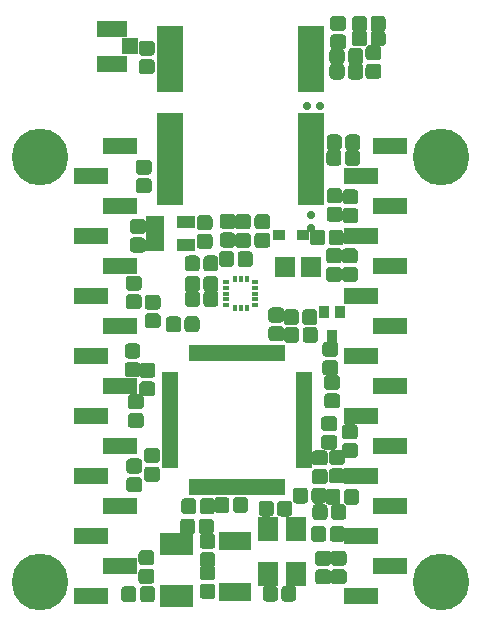
<source format=gbr>
G04 #@! TF.GenerationSoftware,KiCad,Pcbnew,(5.1.0-0)*
G04 #@! TF.CreationDate,2019-05-27T15:35:51-07:00*
G04 #@! TF.ProjectId,Nanopilot,4e616e6f-7069-46c6-9f74-2e6b69636164,rev?*
G04 #@! TF.SameCoordinates,Original*
G04 #@! TF.FileFunction,Soldermask,Bot*
G04 #@! TF.FilePolarity,Negative*
%FSLAX46Y46*%
G04 Gerber Fmt 4.6, Leading zero omitted, Abs format (unit mm)*
G04 Created by KiCad (PCBNEW (5.1.0-0)) date 2019-05-27 15:35:51*
%MOMM*%
%LPD*%
G04 APERTURE LIST*
%ADD10R,2.900000X1.400000*%
%ADD11R,0.650000X1.500000*%
%ADD12C,0.700000*%
%ADD13R,1.800000X1.800000*%
%ADD14C,0.100000*%
%ADD15C,1.275000*%
%ADD16R,0.850000X1.100000*%
%ADD17R,0.480000X0.330000*%
%ADD18R,0.330000X0.480000*%
%ADD19R,1.000000X0.850000*%
%ADD20C,4.800000*%
%ADD21C,1.100000*%
%ADD22R,1.620000X1.050000*%
%ADD23R,0.650000X1.400000*%
%ADD24R,1.400000X0.650000*%
%ADD25R,0.850000X1.850000*%
%ADD26R,1.700000X2.000000*%
%ADD27R,2.600000X1.450000*%
%ADD28R,1.450000X1.400000*%
%ADD29R,2.200000X1.200000*%
G04 APERTURE END LIST*
D10*
X67570000Y-76740000D03*
X90430000Y-76740000D03*
X70070000Y-74200000D03*
X92930000Y-74200000D03*
X67570000Y-71660000D03*
X90430000Y-71660000D03*
X70070000Y-69120000D03*
X92930000Y-69120000D03*
X67570000Y-66580000D03*
X90430000Y-66580000D03*
X70070000Y-64040000D03*
X92930000Y-64040000D03*
X67570000Y-61500000D03*
X90430000Y-61500000D03*
X70070000Y-58960000D03*
X92930000Y-58960000D03*
X67570000Y-56420000D03*
X90430000Y-56420000D03*
X70070000Y-53880000D03*
X92930000Y-53880000D03*
X67570000Y-51340000D03*
X90430000Y-51340000D03*
X70070000Y-48800000D03*
X92930000Y-48800000D03*
X67570000Y-46260000D03*
X90430000Y-46260000D03*
X70070000Y-43720000D03*
X92930000Y-43720000D03*
X67570000Y-41180000D03*
X90430000Y-41180000D03*
X70070000Y-38640000D03*
X92930000Y-38640000D03*
D11*
X78775000Y-76375000D03*
X79275000Y-76375000D03*
X79775000Y-76375000D03*
X80275000Y-76375000D03*
X80775000Y-76375000D03*
X80775000Y-72075000D03*
X80275000Y-72075000D03*
X79775000Y-72075000D03*
X79275000Y-72075000D03*
X78775000Y-72075000D03*
D12*
X86225000Y-44450000D03*
X86225000Y-45550000D03*
D13*
X84050000Y-48875000D03*
X86250000Y-48875000D03*
D14*
G36*
X88537493Y-47251535D02*
G01*
X88568435Y-47256125D01*
X88598778Y-47263725D01*
X88628230Y-47274263D01*
X88656508Y-47287638D01*
X88683338Y-47303719D01*
X88708463Y-47322353D01*
X88731640Y-47343360D01*
X88752647Y-47366537D01*
X88771281Y-47391662D01*
X88787362Y-47418492D01*
X88800737Y-47446770D01*
X88811275Y-47476222D01*
X88818875Y-47506565D01*
X88823465Y-47537507D01*
X88825000Y-47568750D01*
X88825000Y-48206250D01*
X88823465Y-48237493D01*
X88818875Y-48268435D01*
X88811275Y-48298778D01*
X88800737Y-48328230D01*
X88787362Y-48356508D01*
X88771281Y-48383338D01*
X88752647Y-48408463D01*
X88731640Y-48431640D01*
X88708463Y-48452647D01*
X88683338Y-48471281D01*
X88656508Y-48487362D01*
X88628230Y-48500737D01*
X88598778Y-48511275D01*
X88568435Y-48518875D01*
X88537493Y-48523465D01*
X88506250Y-48525000D01*
X87793750Y-48525000D01*
X87762507Y-48523465D01*
X87731565Y-48518875D01*
X87701222Y-48511275D01*
X87671770Y-48500737D01*
X87643492Y-48487362D01*
X87616662Y-48471281D01*
X87591537Y-48452647D01*
X87568360Y-48431640D01*
X87547353Y-48408463D01*
X87528719Y-48383338D01*
X87512638Y-48356508D01*
X87499263Y-48328230D01*
X87488725Y-48298778D01*
X87481125Y-48268435D01*
X87476535Y-48237493D01*
X87475000Y-48206250D01*
X87475000Y-47568750D01*
X87476535Y-47537507D01*
X87481125Y-47506565D01*
X87488725Y-47476222D01*
X87499263Y-47446770D01*
X87512638Y-47418492D01*
X87528719Y-47391662D01*
X87547353Y-47366537D01*
X87568360Y-47343360D01*
X87591537Y-47322353D01*
X87616662Y-47303719D01*
X87643492Y-47287638D01*
X87671770Y-47274263D01*
X87701222Y-47263725D01*
X87731565Y-47256125D01*
X87762507Y-47251535D01*
X87793750Y-47250000D01*
X88506250Y-47250000D01*
X88537493Y-47251535D01*
X88537493Y-47251535D01*
G37*
D15*
X88150000Y-47887500D03*
D14*
G36*
X88537493Y-48826535D02*
G01*
X88568435Y-48831125D01*
X88598778Y-48838725D01*
X88628230Y-48849263D01*
X88656508Y-48862638D01*
X88683338Y-48878719D01*
X88708463Y-48897353D01*
X88731640Y-48918360D01*
X88752647Y-48941537D01*
X88771281Y-48966662D01*
X88787362Y-48993492D01*
X88800737Y-49021770D01*
X88811275Y-49051222D01*
X88818875Y-49081565D01*
X88823465Y-49112507D01*
X88825000Y-49143750D01*
X88825000Y-49781250D01*
X88823465Y-49812493D01*
X88818875Y-49843435D01*
X88811275Y-49873778D01*
X88800737Y-49903230D01*
X88787362Y-49931508D01*
X88771281Y-49958338D01*
X88752647Y-49983463D01*
X88731640Y-50006640D01*
X88708463Y-50027647D01*
X88683338Y-50046281D01*
X88656508Y-50062362D01*
X88628230Y-50075737D01*
X88598778Y-50086275D01*
X88568435Y-50093875D01*
X88537493Y-50098465D01*
X88506250Y-50100000D01*
X87793750Y-50100000D01*
X87762507Y-50098465D01*
X87731565Y-50093875D01*
X87701222Y-50086275D01*
X87671770Y-50075737D01*
X87643492Y-50062362D01*
X87616662Y-50046281D01*
X87591537Y-50027647D01*
X87568360Y-50006640D01*
X87547353Y-49983463D01*
X87528719Y-49958338D01*
X87512638Y-49931508D01*
X87499263Y-49903230D01*
X87488725Y-49873778D01*
X87481125Y-49843435D01*
X87476535Y-49812493D01*
X87475000Y-49781250D01*
X87475000Y-49143750D01*
X87476535Y-49112507D01*
X87481125Y-49081565D01*
X87488725Y-49051222D01*
X87499263Y-49021770D01*
X87512638Y-48993492D01*
X87528719Y-48966662D01*
X87547353Y-48941537D01*
X87568360Y-48918360D01*
X87591537Y-48897353D01*
X87616662Y-48878719D01*
X87643492Y-48862638D01*
X87671770Y-48849263D01*
X87701222Y-48838725D01*
X87731565Y-48831125D01*
X87762507Y-48826535D01*
X87793750Y-48825000D01*
X88506250Y-48825000D01*
X88537493Y-48826535D01*
X88537493Y-48826535D01*
G37*
D15*
X88150000Y-49462500D03*
D16*
X87975000Y-54700000D03*
X88625000Y-52700000D03*
X87325000Y-52700000D03*
D17*
X81475000Y-50100000D03*
X81475000Y-50600000D03*
X81475000Y-51100000D03*
X81475000Y-51600000D03*
X81475000Y-52100000D03*
D18*
X80750000Y-52325000D03*
X80250000Y-52325000D03*
X79750000Y-52325000D03*
D17*
X79025000Y-52100000D03*
X79025000Y-51600000D03*
X79025000Y-51100000D03*
X79025000Y-50600000D03*
X79025000Y-50100000D03*
D18*
X79750000Y-49875000D03*
X80250000Y-49875000D03*
X80750000Y-49875000D03*
D14*
G36*
X77787493Y-68426535D02*
G01*
X77818435Y-68431125D01*
X77848778Y-68438725D01*
X77878230Y-68449263D01*
X77906508Y-68462638D01*
X77933338Y-68478719D01*
X77958463Y-68497353D01*
X77981640Y-68518360D01*
X78002647Y-68541537D01*
X78021281Y-68566662D01*
X78037362Y-68593492D01*
X78050737Y-68621770D01*
X78061275Y-68651222D01*
X78068875Y-68681565D01*
X78073465Y-68712507D01*
X78075000Y-68743750D01*
X78075000Y-69456250D01*
X78073465Y-69487493D01*
X78068875Y-69518435D01*
X78061275Y-69548778D01*
X78050737Y-69578230D01*
X78037362Y-69606508D01*
X78021281Y-69633338D01*
X78002647Y-69658463D01*
X77981640Y-69681640D01*
X77958463Y-69702647D01*
X77933338Y-69721281D01*
X77906508Y-69737362D01*
X77878230Y-69750737D01*
X77848778Y-69761275D01*
X77818435Y-69768875D01*
X77787493Y-69773465D01*
X77756250Y-69775000D01*
X77118750Y-69775000D01*
X77087507Y-69773465D01*
X77056565Y-69768875D01*
X77026222Y-69761275D01*
X76996770Y-69750737D01*
X76968492Y-69737362D01*
X76941662Y-69721281D01*
X76916537Y-69702647D01*
X76893360Y-69681640D01*
X76872353Y-69658463D01*
X76853719Y-69633338D01*
X76837638Y-69606508D01*
X76824263Y-69578230D01*
X76813725Y-69548778D01*
X76806125Y-69518435D01*
X76801535Y-69487493D01*
X76800000Y-69456250D01*
X76800000Y-68743750D01*
X76801535Y-68712507D01*
X76806125Y-68681565D01*
X76813725Y-68651222D01*
X76824263Y-68621770D01*
X76837638Y-68593492D01*
X76853719Y-68566662D01*
X76872353Y-68541537D01*
X76893360Y-68518360D01*
X76916537Y-68497353D01*
X76941662Y-68478719D01*
X76968492Y-68462638D01*
X76996770Y-68449263D01*
X77026222Y-68438725D01*
X77056565Y-68431125D01*
X77087507Y-68426535D01*
X77118750Y-68425000D01*
X77756250Y-68425000D01*
X77787493Y-68426535D01*
X77787493Y-68426535D01*
G37*
D15*
X77437500Y-69100000D03*
D14*
G36*
X76212493Y-68426535D02*
G01*
X76243435Y-68431125D01*
X76273778Y-68438725D01*
X76303230Y-68449263D01*
X76331508Y-68462638D01*
X76358338Y-68478719D01*
X76383463Y-68497353D01*
X76406640Y-68518360D01*
X76427647Y-68541537D01*
X76446281Y-68566662D01*
X76462362Y-68593492D01*
X76475737Y-68621770D01*
X76486275Y-68651222D01*
X76493875Y-68681565D01*
X76498465Y-68712507D01*
X76500000Y-68743750D01*
X76500000Y-69456250D01*
X76498465Y-69487493D01*
X76493875Y-69518435D01*
X76486275Y-69548778D01*
X76475737Y-69578230D01*
X76462362Y-69606508D01*
X76446281Y-69633338D01*
X76427647Y-69658463D01*
X76406640Y-69681640D01*
X76383463Y-69702647D01*
X76358338Y-69721281D01*
X76331508Y-69737362D01*
X76303230Y-69750737D01*
X76273778Y-69761275D01*
X76243435Y-69768875D01*
X76212493Y-69773465D01*
X76181250Y-69775000D01*
X75543750Y-69775000D01*
X75512507Y-69773465D01*
X75481565Y-69768875D01*
X75451222Y-69761275D01*
X75421770Y-69750737D01*
X75393492Y-69737362D01*
X75366662Y-69721281D01*
X75341537Y-69702647D01*
X75318360Y-69681640D01*
X75297353Y-69658463D01*
X75278719Y-69633338D01*
X75262638Y-69606508D01*
X75249263Y-69578230D01*
X75238725Y-69548778D01*
X75231125Y-69518435D01*
X75226535Y-69487493D01*
X75225000Y-69456250D01*
X75225000Y-68743750D01*
X75226535Y-68712507D01*
X75231125Y-68681565D01*
X75238725Y-68651222D01*
X75249263Y-68621770D01*
X75262638Y-68593492D01*
X75278719Y-68566662D01*
X75297353Y-68541537D01*
X75318360Y-68518360D01*
X75341537Y-68497353D01*
X75366662Y-68478719D01*
X75393492Y-68462638D01*
X75421770Y-68449263D01*
X75451222Y-68438725D01*
X75481565Y-68431125D01*
X75512507Y-68426535D01*
X75543750Y-68425000D01*
X76181250Y-68425000D01*
X76212493Y-68426535D01*
X76212493Y-68426535D01*
G37*
D15*
X75862500Y-69100000D03*
D14*
G36*
X72737493Y-56964035D02*
G01*
X72768435Y-56968625D01*
X72798778Y-56976225D01*
X72828230Y-56986763D01*
X72856508Y-57000138D01*
X72883338Y-57016219D01*
X72908463Y-57034853D01*
X72931640Y-57055860D01*
X72952647Y-57079037D01*
X72971281Y-57104162D01*
X72987362Y-57130992D01*
X73000737Y-57159270D01*
X73011275Y-57188722D01*
X73018875Y-57219065D01*
X73023465Y-57250007D01*
X73025000Y-57281250D01*
X73025000Y-57918750D01*
X73023465Y-57949993D01*
X73018875Y-57980935D01*
X73011275Y-58011278D01*
X73000737Y-58040730D01*
X72987362Y-58069008D01*
X72971281Y-58095838D01*
X72952647Y-58120963D01*
X72931640Y-58144140D01*
X72908463Y-58165147D01*
X72883338Y-58183781D01*
X72856508Y-58199862D01*
X72828230Y-58213237D01*
X72798778Y-58223775D01*
X72768435Y-58231375D01*
X72737493Y-58235965D01*
X72706250Y-58237500D01*
X71993750Y-58237500D01*
X71962507Y-58235965D01*
X71931565Y-58231375D01*
X71901222Y-58223775D01*
X71871770Y-58213237D01*
X71843492Y-58199862D01*
X71816662Y-58183781D01*
X71791537Y-58165147D01*
X71768360Y-58144140D01*
X71747353Y-58120963D01*
X71728719Y-58095838D01*
X71712638Y-58069008D01*
X71699263Y-58040730D01*
X71688725Y-58011278D01*
X71681125Y-57980935D01*
X71676535Y-57949993D01*
X71675000Y-57918750D01*
X71675000Y-57281250D01*
X71676535Y-57250007D01*
X71681125Y-57219065D01*
X71688725Y-57188722D01*
X71699263Y-57159270D01*
X71712638Y-57130992D01*
X71728719Y-57104162D01*
X71747353Y-57079037D01*
X71768360Y-57055860D01*
X71791537Y-57034853D01*
X71816662Y-57016219D01*
X71843492Y-57000138D01*
X71871770Y-56986763D01*
X71901222Y-56976225D01*
X71931565Y-56968625D01*
X71962507Y-56964035D01*
X71993750Y-56962500D01*
X72706250Y-56962500D01*
X72737493Y-56964035D01*
X72737493Y-56964035D01*
G37*
D15*
X72350000Y-57600000D03*
D14*
G36*
X72737493Y-58539035D02*
G01*
X72768435Y-58543625D01*
X72798778Y-58551225D01*
X72828230Y-58561763D01*
X72856508Y-58575138D01*
X72883338Y-58591219D01*
X72908463Y-58609853D01*
X72931640Y-58630860D01*
X72952647Y-58654037D01*
X72971281Y-58679162D01*
X72987362Y-58705992D01*
X73000737Y-58734270D01*
X73011275Y-58763722D01*
X73018875Y-58794065D01*
X73023465Y-58825007D01*
X73025000Y-58856250D01*
X73025000Y-59493750D01*
X73023465Y-59524993D01*
X73018875Y-59555935D01*
X73011275Y-59586278D01*
X73000737Y-59615730D01*
X72987362Y-59644008D01*
X72971281Y-59670838D01*
X72952647Y-59695963D01*
X72931640Y-59719140D01*
X72908463Y-59740147D01*
X72883338Y-59758781D01*
X72856508Y-59774862D01*
X72828230Y-59788237D01*
X72798778Y-59798775D01*
X72768435Y-59806375D01*
X72737493Y-59810965D01*
X72706250Y-59812500D01*
X71993750Y-59812500D01*
X71962507Y-59810965D01*
X71931565Y-59806375D01*
X71901222Y-59798775D01*
X71871770Y-59788237D01*
X71843492Y-59774862D01*
X71816662Y-59758781D01*
X71791537Y-59740147D01*
X71768360Y-59719140D01*
X71747353Y-59695963D01*
X71728719Y-59670838D01*
X71712638Y-59644008D01*
X71699263Y-59615730D01*
X71688725Y-59586278D01*
X71681125Y-59555935D01*
X71676535Y-59524993D01*
X71675000Y-59493750D01*
X71675000Y-58856250D01*
X71676535Y-58825007D01*
X71681125Y-58794065D01*
X71688725Y-58763722D01*
X71699263Y-58734270D01*
X71712638Y-58705992D01*
X71728719Y-58679162D01*
X71747353Y-58654037D01*
X71768360Y-58630860D01*
X71791537Y-58609853D01*
X71816662Y-58591219D01*
X71843492Y-58575138D01*
X71871770Y-58561763D01*
X71901222Y-58551225D01*
X71931565Y-58543625D01*
X71962507Y-58539035D01*
X71993750Y-58537500D01*
X72706250Y-58537500D01*
X72737493Y-58539035D01*
X72737493Y-58539035D01*
G37*
D15*
X72350000Y-59175000D03*
D14*
G36*
X85662493Y-67526535D02*
G01*
X85693435Y-67531125D01*
X85723778Y-67538725D01*
X85753230Y-67549263D01*
X85781508Y-67562638D01*
X85808338Y-67578719D01*
X85833463Y-67597353D01*
X85856640Y-67618360D01*
X85877647Y-67641537D01*
X85896281Y-67666662D01*
X85912362Y-67693492D01*
X85925737Y-67721770D01*
X85936275Y-67751222D01*
X85943875Y-67781565D01*
X85948465Y-67812507D01*
X85950000Y-67843750D01*
X85950000Y-68556250D01*
X85948465Y-68587493D01*
X85943875Y-68618435D01*
X85936275Y-68648778D01*
X85925737Y-68678230D01*
X85912362Y-68706508D01*
X85896281Y-68733338D01*
X85877647Y-68758463D01*
X85856640Y-68781640D01*
X85833463Y-68802647D01*
X85808338Y-68821281D01*
X85781508Y-68837362D01*
X85753230Y-68850737D01*
X85723778Y-68861275D01*
X85693435Y-68868875D01*
X85662493Y-68873465D01*
X85631250Y-68875000D01*
X84993750Y-68875000D01*
X84962507Y-68873465D01*
X84931565Y-68868875D01*
X84901222Y-68861275D01*
X84871770Y-68850737D01*
X84843492Y-68837362D01*
X84816662Y-68821281D01*
X84791537Y-68802647D01*
X84768360Y-68781640D01*
X84747353Y-68758463D01*
X84728719Y-68733338D01*
X84712638Y-68706508D01*
X84699263Y-68678230D01*
X84688725Y-68648778D01*
X84681125Y-68618435D01*
X84676535Y-68587493D01*
X84675000Y-68556250D01*
X84675000Y-67843750D01*
X84676535Y-67812507D01*
X84681125Y-67781565D01*
X84688725Y-67751222D01*
X84699263Y-67721770D01*
X84712638Y-67693492D01*
X84728719Y-67666662D01*
X84747353Y-67641537D01*
X84768360Y-67618360D01*
X84791537Y-67597353D01*
X84816662Y-67578719D01*
X84843492Y-67562638D01*
X84871770Y-67549263D01*
X84901222Y-67538725D01*
X84931565Y-67531125D01*
X84962507Y-67526535D01*
X84993750Y-67525000D01*
X85631250Y-67525000D01*
X85662493Y-67526535D01*
X85662493Y-67526535D01*
G37*
D15*
X85312500Y-68200000D03*
D14*
G36*
X87237493Y-67526535D02*
G01*
X87268435Y-67531125D01*
X87298778Y-67538725D01*
X87328230Y-67549263D01*
X87356508Y-67562638D01*
X87383338Y-67578719D01*
X87408463Y-67597353D01*
X87431640Y-67618360D01*
X87452647Y-67641537D01*
X87471281Y-67666662D01*
X87487362Y-67693492D01*
X87500737Y-67721770D01*
X87511275Y-67751222D01*
X87518875Y-67781565D01*
X87523465Y-67812507D01*
X87525000Y-67843750D01*
X87525000Y-68556250D01*
X87523465Y-68587493D01*
X87518875Y-68618435D01*
X87511275Y-68648778D01*
X87500737Y-68678230D01*
X87487362Y-68706508D01*
X87471281Y-68733338D01*
X87452647Y-68758463D01*
X87431640Y-68781640D01*
X87408463Y-68802647D01*
X87383338Y-68821281D01*
X87356508Y-68837362D01*
X87328230Y-68850737D01*
X87298778Y-68861275D01*
X87268435Y-68868875D01*
X87237493Y-68873465D01*
X87206250Y-68875000D01*
X86568750Y-68875000D01*
X86537507Y-68873465D01*
X86506565Y-68868875D01*
X86476222Y-68861275D01*
X86446770Y-68850737D01*
X86418492Y-68837362D01*
X86391662Y-68821281D01*
X86366537Y-68802647D01*
X86343360Y-68781640D01*
X86322353Y-68758463D01*
X86303719Y-68733338D01*
X86287638Y-68706508D01*
X86274263Y-68678230D01*
X86263725Y-68648778D01*
X86256125Y-68618435D01*
X86251535Y-68587493D01*
X86250000Y-68556250D01*
X86250000Y-67843750D01*
X86251535Y-67812507D01*
X86256125Y-67781565D01*
X86263725Y-67751222D01*
X86274263Y-67721770D01*
X86287638Y-67693492D01*
X86303719Y-67666662D01*
X86322353Y-67641537D01*
X86343360Y-67618360D01*
X86366537Y-67597353D01*
X86391662Y-67578719D01*
X86418492Y-67562638D01*
X86446770Y-67549263D01*
X86476222Y-67538725D01*
X86506565Y-67531125D01*
X86537507Y-67526535D01*
X86568750Y-67525000D01*
X87206250Y-67525000D01*
X87237493Y-67526535D01*
X87237493Y-67526535D01*
G37*
D15*
X86887500Y-68200000D03*
D14*
G36*
X88587493Y-43751535D02*
G01*
X88618435Y-43756125D01*
X88648778Y-43763725D01*
X88678230Y-43774263D01*
X88706508Y-43787638D01*
X88733338Y-43803719D01*
X88758463Y-43822353D01*
X88781640Y-43843360D01*
X88802647Y-43866537D01*
X88821281Y-43891662D01*
X88837362Y-43918492D01*
X88850737Y-43946770D01*
X88861275Y-43976222D01*
X88868875Y-44006565D01*
X88873465Y-44037507D01*
X88875000Y-44068750D01*
X88875000Y-44706250D01*
X88873465Y-44737493D01*
X88868875Y-44768435D01*
X88861275Y-44798778D01*
X88850737Y-44828230D01*
X88837362Y-44856508D01*
X88821281Y-44883338D01*
X88802647Y-44908463D01*
X88781640Y-44931640D01*
X88758463Y-44952647D01*
X88733338Y-44971281D01*
X88706508Y-44987362D01*
X88678230Y-45000737D01*
X88648778Y-45011275D01*
X88618435Y-45018875D01*
X88587493Y-45023465D01*
X88556250Y-45025000D01*
X87843750Y-45025000D01*
X87812507Y-45023465D01*
X87781565Y-45018875D01*
X87751222Y-45011275D01*
X87721770Y-45000737D01*
X87693492Y-44987362D01*
X87666662Y-44971281D01*
X87641537Y-44952647D01*
X87618360Y-44931640D01*
X87597353Y-44908463D01*
X87578719Y-44883338D01*
X87562638Y-44856508D01*
X87549263Y-44828230D01*
X87538725Y-44798778D01*
X87531125Y-44768435D01*
X87526535Y-44737493D01*
X87525000Y-44706250D01*
X87525000Y-44068750D01*
X87526535Y-44037507D01*
X87531125Y-44006565D01*
X87538725Y-43976222D01*
X87549263Y-43946770D01*
X87562638Y-43918492D01*
X87578719Y-43891662D01*
X87597353Y-43866537D01*
X87618360Y-43843360D01*
X87641537Y-43822353D01*
X87666662Y-43803719D01*
X87693492Y-43787638D01*
X87721770Y-43774263D01*
X87751222Y-43763725D01*
X87781565Y-43756125D01*
X87812507Y-43751535D01*
X87843750Y-43750000D01*
X88556250Y-43750000D01*
X88587493Y-43751535D01*
X88587493Y-43751535D01*
G37*
D15*
X88200000Y-44387500D03*
D14*
G36*
X88587493Y-42176535D02*
G01*
X88618435Y-42181125D01*
X88648778Y-42188725D01*
X88678230Y-42199263D01*
X88706508Y-42212638D01*
X88733338Y-42228719D01*
X88758463Y-42247353D01*
X88781640Y-42268360D01*
X88802647Y-42291537D01*
X88821281Y-42316662D01*
X88837362Y-42343492D01*
X88850737Y-42371770D01*
X88861275Y-42401222D01*
X88868875Y-42431565D01*
X88873465Y-42462507D01*
X88875000Y-42493750D01*
X88875000Y-43131250D01*
X88873465Y-43162493D01*
X88868875Y-43193435D01*
X88861275Y-43223778D01*
X88850737Y-43253230D01*
X88837362Y-43281508D01*
X88821281Y-43308338D01*
X88802647Y-43333463D01*
X88781640Y-43356640D01*
X88758463Y-43377647D01*
X88733338Y-43396281D01*
X88706508Y-43412362D01*
X88678230Y-43425737D01*
X88648778Y-43436275D01*
X88618435Y-43443875D01*
X88587493Y-43448465D01*
X88556250Y-43450000D01*
X87843750Y-43450000D01*
X87812507Y-43448465D01*
X87781565Y-43443875D01*
X87751222Y-43436275D01*
X87721770Y-43425737D01*
X87693492Y-43412362D01*
X87666662Y-43396281D01*
X87641537Y-43377647D01*
X87618360Y-43356640D01*
X87597353Y-43333463D01*
X87578719Y-43308338D01*
X87562638Y-43281508D01*
X87549263Y-43253230D01*
X87538725Y-43223778D01*
X87531125Y-43193435D01*
X87526535Y-43162493D01*
X87525000Y-43131250D01*
X87525000Y-42493750D01*
X87526535Y-42462507D01*
X87531125Y-42431565D01*
X87538725Y-42401222D01*
X87549263Y-42371770D01*
X87562638Y-42343492D01*
X87578719Y-42316662D01*
X87597353Y-42291537D01*
X87618360Y-42268360D01*
X87641537Y-42247353D01*
X87666662Y-42228719D01*
X87693492Y-42212638D01*
X87721770Y-42199263D01*
X87751222Y-42188725D01*
X87781565Y-42181125D01*
X87812507Y-42176535D01*
X87843750Y-42175000D01*
X88556250Y-42175000D01*
X88587493Y-42176535D01*
X88587493Y-42176535D01*
G37*
D15*
X88200000Y-42812500D03*
D14*
G36*
X89937493Y-43851535D02*
G01*
X89968435Y-43856125D01*
X89998778Y-43863725D01*
X90028230Y-43874263D01*
X90056508Y-43887638D01*
X90083338Y-43903719D01*
X90108463Y-43922353D01*
X90131640Y-43943360D01*
X90152647Y-43966537D01*
X90171281Y-43991662D01*
X90187362Y-44018492D01*
X90200737Y-44046770D01*
X90211275Y-44076222D01*
X90218875Y-44106565D01*
X90223465Y-44137507D01*
X90225000Y-44168750D01*
X90225000Y-44806250D01*
X90223465Y-44837493D01*
X90218875Y-44868435D01*
X90211275Y-44898778D01*
X90200737Y-44928230D01*
X90187362Y-44956508D01*
X90171281Y-44983338D01*
X90152647Y-45008463D01*
X90131640Y-45031640D01*
X90108463Y-45052647D01*
X90083338Y-45071281D01*
X90056508Y-45087362D01*
X90028230Y-45100737D01*
X89998778Y-45111275D01*
X89968435Y-45118875D01*
X89937493Y-45123465D01*
X89906250Y-45125000D01*
X89193750Y-45125000D01*
X89162507Y-45123465D01*
X89131565Y-45118875D01*
X89101222Y-45111275D01*
X89071770Y-45100737D01*
X89043492Y-45087362D01*
X89016662Y-45071281D01*
X88991537Y-45052647D01*
X88968360Y-45031640D01*
X88947353Y-45008463D01*
X88928719Y-44983338D01*
X88912638Y-44956508D01*
X88899263Y-44928230D01*
X88888725Y-44898778D01*
X88881125Y-44868435D01*
X88876535Y-44837493D01*
X88875000Y-44806250D01*
X88875000Y-44168750D01*
X88876535Y-44137507D01*
X88881125Y-44106565D01*
X88888725Y-44076222D01*
X88899263Y-44046770D01*
X88912638Y-44018492D01*
X88928719Y-43991662D01*
X88947353Y-43966537D01*
X88968360Y-43943360D01*
X88991537Y-43922353D01*
X89016662Y-43903719D01*
X89043492Y-43887638D01*
X89071770Y-43874263D01*
X89101222Y-43863725D01*
X89131565Y-43856125D01*
X89162507Y-43851535D01*
X89193750Y-43850000D01*
X89906250Y-43850000D01*
X89937493Y-43851535D01*
X89937493Y-43851535D01*
G37*
D15*
X89550000Y-44487500D03*
D14*
G36*
X89937493Y-42276535D02*
G01*
X89968435Y-42281125D01*
X89998778Y-42288725D01*
X90028230Y-42299263D01*
X90056508Y-42312638D01*
X90083338Y-42328719D01*
X90108463Y-42347353D01*
X90131640Y-42368360D01*
X90152647Y-42391537D01*
X90171281Y-42416662D01*
X90187362Y-42443492D01*
X90200737Y-42471770D01*
X90211275Y-42501222D01*
X90218875Y-42531565D01*
X90223465Y-42562507D01*
X90225000Y-42593750D01*
X90225000Y-43231250D01*
X90223465Y-43262493D01*
X90218875Y-43293435D01*
X90211275Y-43323778D01*
X90200737Y-43353230D01*
X90187362Y-43381508D01*
X90171281Y-43408338D01*
X90152647Y-43433463D01*
X90131640Y-43456640D01*
X90108463Y-43477647D01*
X90083338Y-43496281D01*
X90056508Y-43512362D01*
X90028230Y-43525737D01*
X89998778Y-43536275D01*
X89968435Y-43543875D01*
X89937493Y-43548465D01*
X89906250Y-43550000D01*
X89193750Y-43550000D01*
X89162507Y-43548465D01*
X89131565Y-43543875D01*
X89101222Y-43536275D01*
X89071770Y-43525737D01*
X89043492Y-43512362D01*
X89016662Y-43496281D01*
X88991537Y-43477647D01*
X88968360Y-43456640D01*
X88947353Y-43433463D01*
X88928719Y-43408338D01*
X88912638Y-43381508D01*
X88899263Y-43353230D01*
X88888725Y-43323778D01*
X88881125Y-43293435D01*
X88876535Y-43262493D01*
X88875000Y-43231250D01*
X88875000Y-42593750D01*
X88876535Y-42562507D01*
X88881125Y-42531565D01*
X88888725Y-42501222D01*
X88899263Y-42471770D01*
X88912638Y-42443492D01*
X88928719Y-42416662D01*
X88947353Y-42391537D01*
X88968360Y-42368360D01*
X88991537Y-42347353D01*
X89016662Y-42328719D01*
X89043492Y-42312638D01*
X89071770Y-42299263D01*
X89101222Y-42288725D01*
X89131565Y-42281125D01*
X89162507Y-42276535D01*
X89193750Y-42275000D01*
X89906250Y-42275000D01*
X89937493Y-42276535D01*
X89937493Y-42276535D01*
G37*
D15*
X89550000Y-42912500D03*
D14*
G36*
X72437493Y-39764035D02*
G01*
X72468435Y-39768625D01*
X72498778Y-39776225D01*
X72528230Y-39786763D01*
X72556508Y-39800138D01*
X72583338Y-39816219D01*
X72608463Y-39834853D01*
X72631640Y-39855860D01*
X72652647Y-39879037D01*
X72671281Y-39904162D01*
X72687362Y-39930992D01*
X72700737Y-39959270D01*
X72711275Y-39988722D01*
X72718875Y-40019065D01*
X72723465Y-40050007D01*
X72725000Y-40081250D01*
X72725000Y-40718750D01*
X72723465Y-40749993D01*
X72718875Y-40780935D01*
X72711275Y-40811278D01*
X72700737Y-40840730D01*
X72687362Y-40869008D01*
X72671281Y-40895838D01*
X72652647Y-40920963D01*
X72631640Y-40944140D01*
X72608463Y-40965147D01*
X72583338Y-40983781D01*
X72556508Y-40999862D01*
X72528230Y-41013237D01*
X72498778Y-41023775D01*
X72468435Y-41031375D01*
X72437493Y-41035965D01*
X72406250Y-41037500D01*
X71693750Y-41037500D01*
X71662507Y-41035965D01*
X71631565Y-41031375D01*
X71601222Y-41023775D01*
X71571770Y-41013237D01*
X71543492Y-40999862D01*
X71516662Y-40983781D01*
X71491537Y-40965147D01*
X71468360Y-40944140D01*
X71447353Y-40920963D01*
X71428719Y-40895838D01*
X71412638Y-40869008D01*
X71399263Y-40840730D01*
X71388725Y-40811278D01*
X71381125Y-40780935D01*
X71376535Y-40749993D01*
X71375000Y-40718750D01*
X71375000Y-40081250D01*
X71376535Y-40050007D01*
X71381125Y-40019065D01*
X71388725Y-39988722D01*
X71399263Y-39959270D01*
X71412638Y-39930992D01*
X71428719Y-39904162D01*
X71447353Y-39879037D01*
X71468360Y-39855860D01*
X71491537Y-39834853D01*
X71516662Y-39816219D01*
X71543492Y-39800138D01*
X71571770Y-39786763D01*
X71601222Y-39776225D01*
X71631565Y-39768625D01*
X71662507Y-39764035D01*
X71693750Y-39762500D01*
X72406250Y-39762500D01*
X72437493Y-39764035D01*
X72437493Y-39764035D01*
G37*
D15*
X72050000Y-40400000D03*
D14*
G36*
X72437493Y-41339035D02*
G01*
X72468435Y-41343625D01*
X72498778Y-41351225D01*
X72528230Y-41361763D01*
X72556508Y-41375138D01*
X72583338Y-41391219D01*
X72608463Y-41409853D01*
X72631640Y-41430860D01*
X72652647Y-41454037D01*
X72671281Y-41479162D01*
X72687362Y-41505992D01*
X72700737Y-41534270D01*
X72711275Y-41563722D01*
X72718875Y-41594065D01*
X72723465Y-41625007D01*
X72725000Y-41656250D01*
X72725000Y-42293750D01*
X72723465Y-42324993D01*
X72718875Y-42355935D01*
X72711275Y-42386278D01*
X72700737Y-42415730D01*
X72687362Y-42444008D01*
X72671281Y-42470838D01*
X72652647Y-42495963D01*
X72631640Y-42519140D01*
X72608463Y-42540147D01*
X72583338Y-42558781D01*
X72556508Y-42574862D01*
X72528230Y-42588237D01*
X72498778Y-42598775D01*
X72468435Y-42606375D01*
X72437493Y-42610965D01*
X72406250Y-42612500D01*
X71693750Y-42612500D01*
X71662507Y-42610965D01*
X71631565Y-42606375D01*
X71601222Y-42598775D01*
X71571770Y-42588237D01*
X71543492Y-42574862D01*
X71516662Y-42558781D01*
X71491537Y-42540147D01*
X71468360Y-42519140D01*
X71447353Y-42495963D01*
X71428719Y-42470838D01*
X71412638Y-42444008D01*
X71399263Y-42415730D01*
X71388725Y-42386278D01*
X71381125Y-42355935D01*
X71376535Y-42324993D01*
X71375000Y-42293750D01*
X71375000Y-41656250D01*
X71376535Y-41625007D01*
X71381125Y-41594065D01*
X71388725Y-41563722D01*
X71399263Y-41534270D01*
X71412638Y-41505992D01*
X71428719Y-41479162D01*
X71447353Y-41454037D01*
X71468360Y-41430860D01*
X71491537Y-41409853D01*
X71516662Y-41391219D01*
X71543492Y-41375138D01*
X71571770Y-41361763D01*
X71601222Y-41351225D01*
X71631565Y-41343625D01*
X71662507Y-41339035D01*
X71693750Y-41337500D01*
X72406250Y-41337500D01*
X72437493Y-41339035D01*
X72437493Y-41339035D01*
G37*
D15*
X72050000Y-41975000D03*
D14*
G36*
X88687493Y-45676535D02*
G01*
X88718435Y-45681125D01*
X88748778Y-45688725D01*
X88778230Y-45699263D01*
X88806508Y-45712638D01*
X88833338Y-45728719D01*
X88858463Y-45747353D01*
X88881640Y-45768360D01*
X88902647Y-45791537D01*
X88921281Y-45816662D01*
X88937362Y-45843492D01*
X88950737Y-45871770D01*
X88961275Y-45901222D01*
X88968875Y-45931565D01*
X88973465Y-45962507D01*
X88975000Y-45993750D01*
X88975000Y-46706250D01*
X88973465Y-46737493D01*
X88968875Y-46768435D01*
X88961275Y-46798778D01*
X88950737Y-46828230D01*
X88937362Y-46856508D01*
X88921281Y-46883338D01*
X88902647Y-46908463D01*
X88881640Y-46931640D01*
X88858463Y-46952647D01*
X88833338Y-46971281D01*
X88806508Y-46987362D01*
X88778230Y-47000737D01*
X88748778Y-47011275D01*
X88718435Y-47018875D01*
X88687493Y-47023465D01*
X88656250Y-47025000D01*
X88018750Y-47025000D01*
X87987507Y-47023465D01*
X87956565Y-47018875D01*
X87926222Y-47011275D01*
X87896770Y-47000737D01*
X87868492Y-46987362D01*
X87841662Y-46971281D01*
X87816537Y-46952647D01*
X87793360Y-46931640D01*
X87772353Y-46908463D01*
X87753719Y-46883338D01*
X87737638Y-46856508D01*
X87724263Y-46828230D01*
X87713725Y-46798778D01*
X87706125Y-46768435D01*
X87701535Y-46737493D01*
X87700000Y-46706250D01*
X87700000Y-45993750D01*
X87701535Y-45962507D01*
X87706125Y-45931565D01*
X87713725Y-45901222D01*
X87724263Y-45871770D01*
X87737638Y-45843492D01*
X87753719Y-45816662D01*
X87772353Y-45791537D01*
X87793360Y-45768360D01*
X87816537Y-45747353D01*
X87841662Y-45728719D01*
X87868492Y-45712638D01*
X87896770Y-45699263D01*
X87926222Y-45688725D01*
X87956565Y-45681125D01*
X87987507Y-45676535D01*
X88018750Y-45675000D01*
X88656250Y-45675000D01*
X88687493Y-45676535D01*
X88687493Y-45676535D01*
G37*
D15*
X88337500Y-46350000D03*
D14*
G36*
X87112493Y-45676535D02*
G01*
X87143435Y-45681125D01*
X87173778Y-45688725D01*
X87203230Y-45699263D01*
X87231508Y-45712638D01*
X87258338Y-45728719D01*
X87283463Y-45747353D01*
X87306640Y-45768360D01*
X87327647Y-45791537D01*
X87346281Y-45816662D01*
X87362362Y-45843492D01*
X87375737Y-45871770D01*
X87386275Y-45901222D01*
X87393875Y-45931565D01*
X87398465Y-45962507D01*
X87400000Y-45993750D01*
X87400000Y-46706250D01*
X87398465Y-46737493D01*
X87393875Y-46768435D01*
X87386275Y-46798778D01*
X87375737Y-46828230D01*
X87362362Y-46856508D01*
X87346281Y-46883338D01*
X87327647Y-46908463D01*
X87306640Y-46931640D01*
X87283463Y-46952647D01*
X87258338Y-46971281D01*
X87231508Y-46987362D01*
X87203230Y-47000737D01*
X87173778Y-47011275D01*
X87143435Y-47018875D01*
X87112493Y-47023465D01*
X87081250Y-47025000D01*
X86443750Y-47025000D01*
X86412507Y-47023465D01*
X86381565Y-47018875D01*
X86351222Y-47011275D01*
X86321770Y-47000737D01*
X86293492Y-46987362D01*
X86266662Y-46971281D01*
X86241537Y-46952647D01*
X86218360Y-46931640D01*
X86197353Y-46908463D01*
X86178719Y-46883338D01*
X86162638Y-46856508D01*
X86149263Y-46828230D01*
X86138725Y-46798778D01*
X86131125Y-46768435D01*
X86126535Y-46737493D01*
X86125000Y-46706250D01*
X86125000Y-45993750D01*
X86126535Y-45962507D01*
X86131125Y-45931565D01*
X86138725Y-45901222D01*
X86149263Y-45871770D01*
X86162638Y-45843492D01*
X86178719Y-45816662D01*
X86197353Y-45791537D01*
X86218360Y-45768360D01*
X86241537Y-45747353D01*
X86266662Y-45728719D01*
X86293492Y-45712638D01*
X86321770Y-45699263D01*
X86351222Y-45688725D01*
X86381565Y-45681125D01*
X86412507Y-45676535D01*
X86443750Y-45675000D01*
X87081250Y-45675000D01*
X87112493Y-45676535D01*
X87112493Y-45676535D01*
G37*
D15*
X86762500Y-46350000D03*
D14*
G36*
X89887493Y-47276535D02*
G01*
X89918435Y-47281125D01*
X89948778Y-47288725D01*
X89978230Y-47299263D01*
X90006508Y-47312638D01*
X90033338Y-47328719D01*
X90058463Y-47347353D01*
X90081640Y-47368360D01*
X90102647Y-47391537D01*
X90121281Y-47416662D01*
X90137362Y-47443492D01*
X90150737Y-47471770D01*
X90161275Y-47501222D01*
X90168875Y-47531565D01*
X90173465Y-47562507D01*
X90175000Y-47593750D01*
X90175000Y-48231250D01*
X90173465Y-48262493D01*
X90168875Y-48293435D01*
X90161275Y-48323778D01*
X90150737Y-48353230D01*
X90137362Y-48381508D01*
X90121281Y-48408338D01*
X90102647Y-48433463D01*
X90081640Y-48456640D01*
X90058463Y-48477647D01*
X90033338Y-48496281D01*
X90006508Y-48512362D01*
X89978230Y-48525737D01*
X89948778Y-48536275D01*
X89918435Y-48543875D01*
X89887493Y-48548465D01*
X89856250Y-48550000D01*
X89143750Y-48550000D01*
X89112507Y-48548465D01*
X89081565Y-48543875D01*
X89051222Y-48536275D01*
X89021770Y-48525737D01*
X88993492Y-48512362D01*
X88966662Y-48496281D01*
X88941537Y-48477647D01*
X88918360Y-48456640D01*
X88897353Y-48433463D01*
X88878719Y-48408338D01*
X88862638Y-48381508D01*
X88849263Y-48353230D01*
X88838725Y-48323778D01*
X88831125Y-48293435D01*
X88826535Y-48262493D01*
X88825000Y-48231250D01*
X88825000Y-47593750D01*
X88826535Y-47562507D01*
X88831125Y-47531565D01*
X88838725Y-47501222D01*
X88849263Y-47471770D01*
X88862638Y-47443492D01*
X88878719Y-47416662D01*
X88897353Y-47391537D01*
X88918360Y-47368360D01*
X88941537Y-47347353D01*
X88966662Y-47328719D01*
X88993492Y-47312638D01*
X89021770Y-47299263D01*
X89051222Y-47288725D01*
X89081565Y-47281125D01*
X89112507Y-47276535D01*
X89143750Y-47275000D01*
X89856250Y-47275000D01*
X89887493Y-47276535D01*
X89887493Y-47276535D01*
G37*
D15*
X89500000Y-47912500D03*
D14*
G36*
X89887493Y-48851535D02*
G01*
X89918435Y-48856125D01*
X89948778Y-48863725D01*
X89978230Y-48874263D01*
X90006508Y-48887638D01*
X90033338Y-48903719D01*
X90058463Y-48922353D01*
X90081640Y-48943360D01*
X90102647Y-48966537D01*
X90121281Y-48991662D01*
X90137362Y-49018492D01*
X90150737Y-49046770D01*
X90161275Y-49076222D01*
X90168875Y-49106565D01*
X90173465Y-49137507D01*
X90175000Y-49168750D01*
X90175000Y-49806250D01*
X90173465Y-49837493D01*
X90168875Y-49868435D01*
X90161275Y-49898778D01*
X90150737Y-49928230D01*
X90137362Y-49956508D01*
X90121281Y-49983338D01*
X90102647Y-50008463D01*
X90081640Y-50031640D01*
X90058463Y-50052647D01*
X90033338Y-50071281D01*
X90006508Y-50087362D01*
X89978230Y-50100737D01*
X89948778Y-50111275D01*
X89918435Y-50118875D01*
X89887493Y-50123465D01*
X89856250Y-50125000D01*
X89143750Y-50125000D01*
X89112507Y-50123465D01*
X89081565Y-50118875D01*
X89051222Y-50111275D01*
X89021770Y-50100737D01*
X88993492Y-50087362D01*
X88966662Y-50071281D01*
X88941537Y-50052647D01*
X88918360Y-50031640D01*
X88897353Y-50008463D01*
X88878719Y-49983338D01*
X88862638Y-49956508D01*
X88849263Y-49928230D01*
X88838725Y-49898778D01*
X88831125Y-49868435D01*
X88826535Y-49837493D01*
X88825000Y-49806250D01*
X88825000Y-49168750D01*
X88826535Y-49137507D01*
X88831125Y-49106565D01*
X88838725Y-49076222D01*
X88849263Y-49046770D01*
X88862638Y-49018492D01*
X88878719Y-48991662D01*
X88897353Y-48966537D01*
X88918360Y-48943360D01*
X88941537Y-48922353D01*
X88966662Y-48903719D01*
X88993492Y-48887638D01*
X89021770Y-48874263D01*
X89051222Y-48863725D01*
X89081565Y-48856125D01*
X89112507Y-48851535D01*
X89143750Y-48850000D01*
X89856250Y-48850000D01*
X89887493Y-48851535D01*
X89887493Y-48851535D01*
G37*
D15*
X89500000Y-49487500D03*
D14*
G36*
X71637493Y-65064035D02*
G01*
X71668435Y-65068625D01*
X71698778Y-65076225D01*
X71728230Y-65086763D01*
X71756508Y-65100138D01*
X71783338Y-65116219D01*
X71808463Y-65134853D01*
X71831640Y-65155860D01*
X71852647Y-65179037D01*
X71871281Y-65204162D01*
X71887362Y-65230992D01*
X71900737Y-65259270D01*
X71911275Y-65288722D01*
X71918875Y-65319065D01*
X71923465Y-65350007D01*
X71925000Y-65381250D01*
X71925000Y-66018750D01*
X71923465Y-66049993D01*
X71918875Y-66080935D01*
X71911275Y-66111278D01*
X71900737Y-66140730D01*
X71887362Y-66169008D01*
X71871281Y-66195838D01*
X71852647Y-66220963D01*
X71831640Y-66244140D01*
X71808463Y-66265147D01*
X71783338Y-66283781D01*
X71756508Y-66299862D01*
X71728230Y-66313237D01*
X71698778Y-66323775D01*
X71668435Y-66331375D01*
X71637493Y-66335965D01*
X71606250Y-66337500D01*
X70893750Y-66337500D01*
X70862507Y-66335965D01*
X70831565Y-66331375D01*
X70801222Y-66323775D01*
X70771770Y-66313237D01*
X70743492Y-66299862D01*
X70716662Y-66283781D01*
X70691537Y-66265147D01*
X70668360Y-66244140D01*
X70647353Y-66220963D01*
X70628719Y-66195838D01*
X70612638Y-66169008D01*
X70599263Y-66140730D01*
X70588725Y-66111278D01*
X70581125Y-66080935D01*
X70576535Y-66049993D01*
X70575000Y-66018750D01*
X70575000Y-65381250D01*
X70576535Y-65350007D01*
X70581125Y-65319065D01*
X70588725Y-65288722D01*
X70599263Y-65259270D01*
X70612638Y-65230992D01*
X70628719Y-65204162D01*
X70647353Y-65179037D01*
X70668360Y-65155860D01*
X70691537Y-65134853D01*
X70716662Y-65116219D01*
X70743492Y-65100138D01*
X70771770Y-65086763D01*
X70801222Y-65076225D01*
X70831565Y-65068625D01*
X70862507Y-65064035D01*
X70893750Y-65062500D01*
X71606250Y-65062500D01*
X71637493Y-65064035D01*
X71637493Y-65064035D01*
G37*
D15*
X71250000Y-65700000D03*
D14*
G36*
X71637493Y-66639035D02*
G01*
X71668435Y-66643625D01*
X71698778Y-66651225D01*
X71728230Y-66661763D01*
X71756508Y-66675138D01*
X71783338Y-66691219D01*
X71808463Y-66709853D01*
X71831640Y-66730860D01*
X71852647Y-66754037D01*
X71871281Y-66779162D01*
X71887362Y-66805992D01*
X71900737Y-66834270D01*
X71911275Y-66863722D01*
X71918875Y-66894065D01*
X71923465Y-66925007D01*
X71925000Y-66956250D01*
X71925000Y-67593750D01*
X71923465Y-67624993D01*
X71918875Y-67655935D01*
X71911275Y-67686278D01*
X71900737Y-67715730D01*
X71887362Y-67744008D01*
X71871281Y-67770838D01*
X71852647Y-67795963D01*
X71831640Y-67819140D01*
X71808463Y-67840147D01*
X71783338Y-67858781D01*
X71756508Y-67874862D01*
X71728230Y-67888237D01*
X71698778Y-67898775D01*
X71668435Y-67906375D01*
X71637493Y-67910965D01*
X71606250Y-67912500D01*
X70893750Y-67912500D01*
X70862507Y-67910965D01*
X70831565Y-67906375D01*
X70801222Y-67898775D01*
X70771770Y-67888237D01*
X70743492Y-67874862D01*
X70716662Y-67858781D01*
X70691537Y-67840147D01*
X70668360Y-67819140D01*
X70647353Y-67795963D01*
X70628719Y-67770838D01*
X70612638Y-67744008D01*
X70599263Y-67715730D01*
X70588725Y-67686278D01*
X70581125Y-67655935D01*
X70576535Y-67624993D01*
X70575000Y-67593750D01*
X70575000Y-66956250D01*
X70576535Y-66925007D01*
X70581125Y-66894065D01*
X70588725Y-66863722D01*
X70599263Y-66834270D01*
X70612638Y-66805992D01*
X70628719Y-66779162D01*
X70647353Y-66754037D01*
X70668360Y-66730860D01*
X70691537Y-66709853D01*
X70716662Y-66691219D01*
X70743492Y-66675138D01*
X70771770Y-66661763D01*
X70801222Y-66651225D01*
X70831565Y-66643625D01*
X70862507Y-66639035D01*
X70893750Y-66637500D01*
X71606250Y-66637500D01*
X71637493Y-66639035D01*
X71637493Y-66639035D01*
G37*
D15*
X71250000Y-67275000D03*
D14*
G36*
X88137493Y-63051535D02*
G01*
X88168435Y-63056125D01*
X88198778Y-63063725D01*
X88228230Y-63074263D01*
X88256508Y-63087638D01*
X88283338Y-63103719D01*
X88308463Y-63122353D01*
X88331640Y-63143360D01*
X88352647Y-63166537D01*
X88371281Y-63191662D01*
X88387362Y-63218492D01*
X88400737Y-63246770D01*
X88411275Y-63276222D01*
X88418875Y-63306565D01*
X88423465Y-63337507D01*
X88425000Y-63368750D01*
X88425000Y-64006250D01*
X88423465Y-64037493D01*
X88418875Y-64068435D01*
X88411275Y-64098778D01*
X88400737Y-64128230D01*
X88387362Y-64156508D01*
X88371281Y-64183338D01*
X88352647Y-64208463D01*
X88331640Y-64231640D01*
X88308463Y-64252647D01*
X88283338Y-64271281D01*
X88256508Y-64287362D01*
X88228230Y-64300737D01*
X88198778Y-64311275D01*
X88168435Y-64318875D01*
X88137493Y-64323465D01*
X88106250Y-64325000D01*
X87393750Y-64325000D01*
X87362507Y-64323465D01*
X87331565Y-64318875D01*
X87301222Y-64311275D01*
X87271770Y-64300737D01*
X87243492Y-64287362D01*
X87216662Y-64271281D01*
X87191537Y-64252647D01*
X87168360Y-64231640D01*
X87147353Y-64208463D01*
X87128719Y-64183338D01*
X87112638Y-64156508D01*
X87099263Y-64128230D01*
X87088725Y-64098778D01*
X87081125Y-64068435D01*
X87076535Y-64037493D01*
X87075000Y-64006250D01*
X87075000Y-63368750D01*
X87076535Y-63337507D01*
X87081125Y-63306565D01*
X87088725Y-63276222D01*
X87099263Y-63246770D01*
X87112638Y-63218492D01*
X87128719Y-63191662D01*
X87147353Y-63166537D01*
X87168360Y-63143360D01*
X87191537Y-63122353D01*
X87216662Y-63103719D01*
X87243492Y-63087638D01*
X87271770Y-63074263D01*
X87301222Y-63063725D01*
X87331565Y-63056125D01*
X87362507Y-63051535D01*
X87393750Y-63050000D01*
X88106250Y-63050000D01*
X88137493Y-63051535D01*
X88137493Y-63051535D01*
G37*
D15*
X87750000Y-63687500D03*
D14*
G36*
X88137493Y-61476535D02*
G01*
X88168435Y-61481125D01*
X88198778Y-61488725D01*
X88228230Y-61499263D01*
X88256508Y-61512638D01*
X88283338Y-61528719D01*
X88308463Y-61547353D01*
X88331640Y-61568360D01*
X88352647Y-61591537D01*
X88371281Y-61616662D01*
X88387362Y-61643492D01*
X88400737Y-61671770D01*
X88411275Y-61701222D01*
X88418875Y-61731565D01*
X88423465Y-61762507D01*
X88425000Y-61793750D01*
X88425000Y-62431250D01*
X88423465Y-62462493D01*
X88418875Y-62493435D01*
X88411275Y-62523778D01*
X88400737Y-62553230D01*
X88387362Y-62581508D01*
X88371281Y-62608338D01*
X88352647Y-62633463D01*
X88331640Y-62656640D01*
X88308463Y-62677647D01*
X88283338Y-62696281D01*
X88256508Y-62712362D01*
X88228230Y-62725737D01*
X88198778Y-62736275D01*
X88168435Y-62743875D01*
X88137493Y-62748465D01*
X88106250Y-62750000D01*
X87393750Y-62750000D01*
X87362507Y-62748465D01*
X87331565Y-62743875D01*
X87301222Y-62736275D01*
X87271770Y-62725737D01*
X87243492Y-62712362D01*
X87216662Y-62696281D01*
X87191537Y-62677647D01*
X87168360Y-62656640D01*
X87147353Y-62633463D01*
X87128719Y-62608338D01*
X87112638Y-62581508D01*
X87099263Y-62553230D01*
X87088725Y-62523778D01*
X87081125Y-62493435D01*
X87076535Y-62462493D01*
X87075000Y-62431250D01*
X87075000Y-61793750D01*
X87076535Y-61762507D01*
X87081125Y-61731565D01*
X87088725Y-61701222D01*
X87099263Y-61671770D01*
X87112638Y-61643492D01*
X87128719Y-61616662D01*
X87147353Y-61591537D01*
X87168360Y-61568360D01*
X87191537Y-61547353D01*
X87216662Y-61528719D01*
X87243492Y-61512638D01*
X87271770Y-61499263D01*
X87301222Y-61488725D01*
X87331565Y-61481125D01*
X87362507Y-61476535D01*
X87393750Y-61475000D01*
X88106250Y-61475000D01*
X88137493Y-61476535D01*
X88137493Y-61476535D01*
G37*
D15*
X87750000Y-62112500D03*
D14*
G36*
X87637493Y-72876535D02*
G01*
X87668435Y-72881125D01*
X87698778Y-72888725D01*
X87728230Y-72899263D01*
X87756508Y-72912638D01*
X87783338Y-72928719D01*
X87808463Y-72947353D01*
X87831640Y-72968360D01*
X87852647Y-72991537D01*
X87871281Y-73016662D01*
X87887362Y-73043492D01*
X87900737Y-73071770D01*
X87911275Y-73101222D01*
X87918875Y-73131565D01*
X87923465Y-73162507D01*
X87925000Y-73193750D01*
X87925000Y-73831250D01*
X87923465Y-73862493D01*
X87918875Y-73893435D01*
X87911275Y-73923778D01*
X87900737Y-73953230D01*
X87887362Y-73981508D01*
X87871281Y-74008338D01*
X87852647Y-74033463D01*
X87831640Y-74056640D01*
X87808463Y-74077647D01*
X87783338Y-74096281D01*
X87756508Y-74112362D01*
X87728230Y-74125737D01*
X87698778Y-74136275D01*
X87668435Y-74143875D01*
X87637493Y-74148465D01*
X87606250Y-74150000D01*
X86893750Y-74150000D01*
X86862507Y-74148465D01*
X86831565Y-74143875D01*
X86801222Y-74136275D01*
X86771770Y-74125737D01*
X86743492Y-74112362D01*
X86716662Y-74096281D01*
X86691537Y-74077647D01*
X86668360Y-74056640D01*
X86647353Y-74033463D01*
X86628719Y-74008338D01*
X86612638Y-73981508D01*
X86599263Y-73953230D01*
X86588725Y-73923778D01*
X86581125Y-73893435D01*
X86576535Y-73862493D01*
X86575000Y-73831250D01*
X86575000Y-73193750D01*
X86576535Y-73162507D01*
X86581125Y-73131565D01*
X86588725Y-73101222D01*
X86599263Y-73071770D01*
X86612638Y-73043492D01*
X86628719Y-73016662D01*
X86647353Y-72991537D01*
X86668360Y-72968360D01*
X86691537Y-72947353D01*
X86716662Y-72928719D01*
X86743492Y-72912638D01*
X86771770Y-72899263D01*
X86801222Y-72888725D01*
X86831565Y-72881125D01*
X86862507Y-72876535D01*
X86893750Y-72875000D01*
X87606250Y-72875000D01*
X87637493Y-72876535D01*
X87637493Y-72876535D01*
G37*
D15*
X87250000Y-73512500D03*
D14*
G36*
X87637493Y-74451535D02*
G01*
X87668435Y-74456125D01*
X87698778Y-74463725D01*
X87728230Y-74474263D01*
X87756508Y-74487638D01*
X87783338Y-74503719D01*
X87808463Y-74522353D01*
X87831640Y-74543360D01*
X87852647Y-74566537D01*
X87871281Y-74591662D01*
X87887362Y-74618492D01*
X87900737Y-74646770D01*
X87911275Y-74676222D01*
X87918875Y-74706565D01*
X87923465Y-74737507D01*
X87925000Y-74768750D01*
X87925000Y-75406250D01*
X87923465Y-75437493D01*
X87918875Y-75468435D01*
X87911275Y-75498778D01*
X87900737Y-75528230D01*
X87887362Y-75556508D01*
X87871281Y-75583338D01*
X87852647Y-75608463D01*
X87831640Y-75631640D01*
X87808463Y-75652647D01*
X87783338Y-75671281D01*
X87756508Y-75687362D01*
X87728230Y-75700737D01*
X87698778Y-75711275D01*
X87668435Y-75718875D01*
X87637493Y-75723465D01*
X87606250Y-75725000D01*
X86893750Y-75725000D01*
X86862507Y-75723465D01*
X86831565Y-75718875D01*
X86801222Y-75711275D01*
X86771770Y-75700737D01*
X86743492Y-75687362D01*
X86716662Y-75671281D01*
X86691537Y-75652647D01*
X86668360Y-75631640D01*
X86647353Y-75608463D01*
X86628719Y-75583338D01*
X86612638Y-75556508D01*
X86599263Y-75528230D01*
X86588725Y-75498778D01*
X86581125Y-75468435D01*
X86576535Y-75437493D01*
X86575000Y-75406250D01*
X86575000Y-74768750D01*
X86576535Y-74737507D01*
X86581125Y-74706565D01*
X86588725Y-74676222D01*
X86599263Y-74646770D01*
X86612638Y-74618492D01*
X86628719Y-74591662D01*
X86647353Y-74566537D01*
X86668360Y-74543360D01*
X86691537Y-74522353D01*
X86716662Y-74503719D01*
X86743492Y-74487638D01*
X86771770Y-74474263D01*
X86801222Y-74463725D01*
X86831565Y-74456125D01*
X86862507Y-74451535D01*
X86893750Y-74450000D01*
X87606250Y-74450000D01*
X87637493Y-74451535D01*
X87637493Y-74451535D01*
G37*
D15*
X87250000Y-75087500D03*
D14*
G36*
X89887493Y-62176535D02*
G01*
X89918435Y-62181125D01*
X89948778Y-62188725D01*
X89978230Y-62199263D01*
X90006508Y-62212638D01*
X90033338Y-62228719D01*
X90058463Y-62247353D01*
X90081640Y-62268360D01*
X90102647Y-62291537D01*
X90121281Y-62316662D01*
X90137362Y-62343492D01*
X90150737Y-62371770D01*
X90161275Y-62401222D01*
X90168875Y-62431565D01*
X90173465Y-62462507D01*
X90175000Y-62493750D01*
X90175000Y-63131250D01*
X90173465Y-63162493D01*
X90168875Y-63193435D01*
X90161275Y-63223778D01*
X90150737Y-63253230D01*
X90137362Y-63281508D01*
X90121281Y-63308338D01*
X90102647Y-63333463D01*
X90081640Y-63356640D01*
X90058463Y-63377647D01*
X90033338Y-63396281D01*
X90006508Y-63412362D01*
X89978230Y-63425737D01*
X89948778Y-63436275D01*
X89918435Y-63443875D01*
X89887493Y-63448465D01*
X89856250Y-63450000D01*
X89143750Y-63450000D01*
X89112507Y-63448465D01*
X89081565Y-63443875D01*
X89051222Y-63436275D01*
X89021770Y-63425737D01*
X88993492Y-63412362D01*
X88966662Y-63396281D01*
X88941537Y-63377647D01*
X88918360Y-63356640D01*
X88897353Y-63333463D01*
X88878719Y-63308338D01*
X88862638Y-63281508D01*
X88849263Y-63253230D01*
X88838725Y-63223778D01*
X88831125Y-63193435D01*
X88826535Y-63162493D01*
X88825000Y-63131250D01*
X88825000Y-62493750D01*
X88826535Y-62462507D01*
X88831125Y-62431565D01*
X88838725Y-62401222D01*
X88849263Y-62371770D01*
X88862638Y-62343492D01*
X88878719Y-62316662D01*
X88897353Y-62291537D01*
X88918360Y-62268360D01*
X88941537Y-62247353D01*
X88966662Y-62228719D01*
X88993492Y-62212638D01*
X89021770Y-62199263D01*
X89051222Y-62188725D01*
X89081565Y-62181125D01*
X89112507Y-62176535D01*
X89143750Y-62175000D01*
X89856250Y-62175000D01*
X89887493Y-62176535D01*
X89887493Y-62176535D01*
G37*
D15*
X89500000Y-62812500D03*
D14*
G36*
X89887493Y-63751535D02*
G01*
X89918435Y-63756125D01*
X89948778Y-63763725D01*
X89978230Y-63774263D01*
X90006508Y-63787638D01*
X90033338Y-63803719D01*
X90058463Y-63822353D01*
X90081640Y-63843360D01*
X90102647Y-63866537D01*
X90121281Y-63891662D01*
X90137362Y-63918492D01*
X90150737Y-63946770D01*
X90161275Y-63976222D01*
X90168875Y-64006565D01*
X90173465Y-64037507D01*
X90175000Y-64068750D01*
X90175000Y-64706250D01*
X90173465Y-64737493D01*
X90168875Y-64768435D01*
X90161275Y-64798778D01*
X90150737Y-64828230D01*
X90137362Y-64856508D01*
X90121281Y-64883338D01*
X90102647Y-64908463D01*
X90081640Y-64931640D01*
X90058463Y-64952647D01*
X90033338Y-64971281D01*
X90006508Y-64987362D01*
X89978230Y-65000737D01*
X89948778Y-65011275D01*
X89918435Y-65018875D01*
X89887493Y-65023465D01*
X89856250Y-65025000D01*
X89143750Y-65025000D01*
X89112507Y-65023465D01*
X89081565Y-65018875D01*
X89051222Y-65011275D01*
X89021770Y-65000737D01*
X88993492Y-64987362D01*
X88966662Y-64971281D01*
X88941537Y-64952647D01*
X88918360Y-64931640D01*
X88897353Y-64908463D01*
X88878719Y-64883338D01*
X88862638Y-64856508D01*
X88849263Y-64828230D01*
X88838725Y-64798778D01*
X88831125Y-64768435D01*
X88826535Y-64737493D01*
X88825000Y-64706250D01*
X88825000Y-64068750D01*
X88826535Y-64037507D01*
X88831125Y-64006565D01*
X88838725Y-63976222D01*
X88849263Y-63946770D01*
X88862638Y-63918492D01*
X88878719Y-63891662D01*
X88897353Y-63866537D01*
X88918360Y-63843360D01*
X88941537Y-63822353D01*
X88966662Y-63803719D01*
X88993492Y-63787638D01*
X89021770Y-63774263D01*
X89051222Y-63763725D01*
X89081565Y-63756125D01*
X89112507Y-63751535D01*
X89143750Y-63750000D01*
X89856250Y-63750000D01*
X89887493Y-63751535D01*
X89887493Y-63751535D01*
G37*
D15*
X89500000Y-64387500D03*
D14*
G36*
X88937493Y-72864035D02*
G01*
X88968435Y-72868625D01*
X88998778Y-72876225D01*
X89028230Y-72886763D01*
X89056508Y-72900138D01*
X89083338Y-72916219D01*
X89108463Y-72934853D01*
X89131640Y-72955860D01*
X89152647Y-72979037D01*
X89171281Y-73004162D01*
X89187362Y-73030992D01*
X89200737Y-73059270D01*
X89211275Y-73088722D01*
X89218875Y-73119065D01*
X89223465Y-73150007D01*
X89225000Y-73181250D01*
X89225000Y-73818750D01*
X89223465Y-73849993D01*
X89218875Y-73880935D01*
X89211275Y-73911278D01*
X89200737Y-73940730D01*
X89187362Y-73969008D01*
X89171281Y-73995838D01*
X89152647Y-74020963D01*
X89131640Y-74044140D01*
X89108463Y-74065147D01*
X89083338Y-74083781D01*
X89056508Y-74099862D01*
X89028230Y-74113237D01*
X88998778Y-74123775D01*
X88968435Y-74131375D01*
X88937493Y-74135965D01*
X88906250Y-74137500D01*
X88193750Y-74137500D01*
X88162507Y-74135965D01*
X88131565Y-74131375D01*
X88101222Y-74123775D01*
X88071770Y-74113237D01*
X88043492Y-74099862D01*
X88016662Y-74083781D01*
X87991537Y-74065147D01*
X87968360Y-74044140D01*
X87947353Y-74020963D01*
X87928719Y-73995838D01*
X87912638Y-73969008D01*
X87899263Y-73940730D01*
X87888725Y-73911278D01*
X87881125Y-73880935D01*
X87876535Y-73849993D01*
X87875000Y-73818750D01*
X87875000Y-73181250D01*
X87876535Y-73150007D01*
X87881125Y-73119065D01*
X87888725Y-73088722D01*
X87899263Y-73059270D01*
X87912638Y-73030992D01*
X87928719Y-73004162D01*
X87947353Y-72979037D01*
X87968360Y-72955860D01*
X87991537Y-72934853D01*
X88016662Y-72916219D01*
X88043492Y-72900138D01*
X88071770Y-72886763D01*
X88101222Y-72876225D01*
X88131565Y-72868625D01*
X88162507Y-72864035D01*
X88193750Y-72862500D01*
X88906250Y-72862500D01*
X88937493Y-72864035D01*
X88937493Y-72864035D01*
G37*
D15*
X88550000Y-73500000D03*
D14*
G36*
X88937493Y-74439035D02*
G01*
X88968435Y-74443625D01*
X88998778Y-74451225D01*
X89028230Y-74461763D01*
X89056508Y-74475138D01*
X89083338Y-74491219D01*
X89108463Y-74509853D01*
X89131640Y-74530860D01*
X89152647Y-74554037D01*
X89171281Y-74579162D01*
X89187362Y-74605992D01*
X89200737Y-74634270D01*
X89211275Y-74663722D01*
X89218875Y-74694065D01*
X89223465Y-74725007D01*
X89225000Y-74756250D01*
X89225000Y-75393750D01*
X89223465Y-75424993D01*
X89218875Y-75455935D01*
X89211275Y-75486278D01*
X89200737Y-75515730D01*
X89187362Y-75544008D01*
X89171281Y-75570838D01*
X89152647Y-75595963D01*
X89131640Y-75619140D01*
X89108463Y-75640147D01*
X89083338Y-75658781D01*
X89056508Y-75674862D01*
X89028230Y-75688237D01*
X88998778Y-75698775D01*
X88968435Y-75706375D01*
X88937493Y-75710965D01*
X88906250Y-75712500D01*
X88193750Y-75712500D01*
X88162507Y-75710965D01*
X88131565Y-75706375D01*
X88101222Y-75698775D01*
X88071770Y-75688237D01*
X88043492Y-75674862D01*
X88016662Y-75658781D01*
X87991537Y-75640147D01*
X87968360Y-75619140D01*
X87947353Y-75595963D01*
X87928719Y-75570838D01*
X87912638Y-75544008D01*
X87899263Y-75515730D01*
X87888725Y-75486278D01*
X87881125Y-75455935D01*
X87876535Y-75424993D01*
X87875000Y-75393750D01*
X87875000Y-74756250D01*
X87876535Y-74725007D01*
X87881125Y-74694065D01*
X87888725Y-74663722D01*
X87899263Y-74634270D01*
X87912638Y-74605992D01*
X87928719Y-74579162D01*
X87947353Y-74554037D01*
X87968360Y-74530860D01*
X87991537Y-74509853D01*
X88016662Y-74491219D01*
X88043492Y-74475138D01*
X88071770Y-74461763D01*
X88101222Y-74451225D01*
X88131565Y-74443625D01*
X88162507Y-74439035D01*
X88193750Y-74437500D01*
X88906250Y-74437500D01*
X88937493Y-74439035D01*
X88937493Y-74439035D01*
G37*
D15*
X88550000Y-75075000D03*
D14*
G36*
X72687493Y-31264035D02*
G01*
X72718435Y-31268625D01*
X72748778Y-31276225D01*
X72778230Y-31286763D01*
X72806508Y-31300138D01*
X72833338Y-31316219D01*
X72858463Y-31334853D01*
X72881640Y-31355860D01*
X72902647Y-31379037D01*
X72921281Y-31404162D01*
X72937362Y-31430992D01*
X72950737Y-31459270D01*
X72961275Y-31488722D01*
X72968875Y-31519065D01*
X72973465Y-31550007D01*
X72975000Y-31581250D01*
X72975000Y-32218750D01*
X72973465Y-32249993D01*
X72968875Y-32280935D01*
X72961275Y-32311278D01*
X72950737Y-32340730D01*
X72937362Y-32369008D01*
X72921281Y-32395838D01*
X72902647Y-32420963D01*
X72881640Y-32444140D01*
X72858463Y-32465147D01*
X72833338Y-32483781D01*
X72806508Y-32499862D01*
X72778230Y-32513237D01*
X72748778Y-32523775D01*
X72718435Y-32531375D01*
X72687493Y-32535965D01*
X72656250Y-32537500D01*
X71943750Y-32537500D01*
X71912507Y-32535965D01*
X71881565Y-32531375D01*
X71851222Y-32523775D01*
X71821770Y-32513237D01*
X71793492Y-32499862D01*
X71766662Y-32483781D01*
X71741537Y-32465147D01*
X71718360Y-32444140D01*
X71697353Y-32420963D01*
X71678719Y-32395838D01*
X71662638Y-32369008D01*
X71649263Y-32340730D01*
X71638725Y-32311278D01*
X71631125Y-32280935D01*
X71626535Y-32249993D01*
X71625000Y-32218750D01*
X71625000Y-31581250D01*
X71626535Y-31550007D01*
X71631125Y-31519065D01*
X71638725Y-31488722D01*
X71649263Y-31459270D01*
X71662638Y-31430992D01*
X71678719Y-31404162D01*
X71697353Y-31379037D01*
X71718360Y-31355860D01*
X71741537Y-31334853D01*
X71766662Y-31316219D01*
X71793492Y-31300138D01*
X71821770Y-31286763D01*
X71851222Y-31276225D01*
X71881565Y-31268625D01*
X71912507Y-31264035D01*
X71943750Y-31262500D01*
X72656250Y-31262500D01*
X72687493Y-31264035D01*
X72687493Y-31264035D01*
G37*
D15*
X72300000Y-31900000D03*
D14*
G36*
X72687493Y-29689035D02*
G01*
X72718435Y-29693625D01*
X72748778Y-29701225D01*
X72778230Y-29711763D01*
X72806508Y-29725138D01*
X72833338Y-29741219D01*
X72858463Y-29759853D01*
X72881640Y-29780860D01*
X72902647Y-29804037D01*
X72921281Y-29829162D01*
X72937362Y-29855992D01*
X72950737Y-29884270D01*
X72961275Y-29913722D01*
X72968875Y-29944065D01*
X72973465Y-29975007D01*
X72975000Y-30006250D01*
X72975000Y-30643750D01*
X72973465Y-30674993D01*
X72968875Y-30705935D01*
X72961275Y-30736278D01*
X72950737Y-30765730D01*
X72937362Y-30794008D01*
X72921281Y-30820838D01*
X72902647Y-30845963D01*
X72881640Y-30869140D01*
X72858463Y-30890147D01*
X72833338Y-30908781D01*
X72806508Y-30924862D01*
X72778230Y-30938237D01*
X72748778Y-30948775D01*
X72718435Y-30956375D01*
X72687493Y-30960965D01*
X72656250Y-30962500D01*
X71943750Y-30962500D01*
X71912507Y-30960965D01*
X71881565Y-30956375D01*
X71851222Y-30948775D01*
X71821770Y-30938237D01*
X71793492Y-30924862D01*
X71766662Y-30908781D01*
X71741537Y-30890147D01*
X71718360Y-30869140D01*
X71697353Y-30845963D01*
X71678719Y-30820838D01*
X71662638Y-30794008D01*
X71649263Y-30765730D01*
X71638725Y-30736278D01*
X71631125Y-30705935D01*
X71626535Y-30674993D01*
X71625000Y-30643750D01*
X71625000Y-30006250D01*
X71626535Y-29975007D01*
X71631125Y-29944065D01*
X71638725Y-29913722D01*
X71649263Y-29884270D01*
X71662638Y-29855992D01*
X71678719Y-29829162D01*
X71697353Y-29804037D01*
X71718360Y-29780860D01*
X71741537Y-29759853D01*
X71766662Y-29741219D01*
X71793492Y-29725138D01*
X71821770Y-29711763D01*
X71851222Y-29701225D01*
X71881565Y-29693625D01*
X71912507Y-29689035D01*
X71943750Y-29687500D01*
X72656250Y-29687500D01*
X72687493Y-29689035D01*
X72687493Y-29689035D01*
G37*
D15*
X72300000Y-30325000D03*
D14*
G36*
X90074993Y-38926535D02*
G01*
X90105935Y-38931125D01*
X90136278Y-38938725D01*
X90165730Y-38949263D01*
X90194008Y-38962638D01*
X90220838Y-38978719D01*
X90245963Y-38997353D01*
X90269140Y-39018360D01*
X90290147Y-39041537D01*
X90308781Y-39066662D01*
X90324862Y-39093492D01*
X90338237Y-39121770D01*
X90348775Y-39151222D01*
X90356375Y-39181565D01*
X90360965Y-39212507D01*
X90362500Y-39243750D01*
X90362500Y-39956250D01*
X90360965Y-39987493D01*
X90356375Y-40018435D01*
X90348775Y-40048778D01*
X90338237Y-40078230D01*
X90324862Y-40106508D01*
X90308781Y-40133338D01*
X90290147Y-40158463D01*
X90269140Y-40181640D01*
X90245963Y-40202647D01*
X90220838Y-40221281D01*
X90194008Y-40237362D01*
X90165730Y-40250737D01*
X90136278Y-40261275D01*
X90105935Y-40268875D01*
X90074993Y-40273465D01*
X90043750Y-40275000D01*
X89406250Y-40275000D01*
X89375007Y-40273465D01*
X89344065Y-40268875D01*
X89313722Y-40261275D01*
X89284270Y-40250737D01*
X89255992Y-40237362D01*
X89229162Y-40221281D01*
X89204037Y-40202647D01*
X89180860Y-40181640D01*
X89159853Y-40158463D01*
X89141219Y-40133338D01*
X89125138Y-40106508D01*
X89111763Y-40078230D01*
X89101225Y-40048778D01*
X89093625Y-40018435D01*
X89089035Y-39987493D01*
X89087500Y-39956250D01*
X89087500Y-39243750D01*
X89089035Y-39212507D01*
X89093625Y-39181565D01*
X89101225Y-39151222D01*
X89111763Y-39121770D01*
X89125138Y-39093492D01*
X89141219Y-39066662D01*
X89159853Y-39041537D01*
X89180860Y-39018360D01*
X89204037Y-38997353D01*
X89229162Y-38978719D01*
X89255992Y-38962638D01*
X89284270Y-38949263D01*
X89313722Y-38938725D01*
X89344065Y-38931125D01*
X89375007Y-38926535D01*
X89406250Y-38925000D01*
X90043750Y-38925000D01*
X90074993Y-38926535D01*
X90074993Y-38926535D01*
G37*
D15*
X89725000Y-39600000D03*
D14*
G36*
X88499993Y-38926535D02*
G01*
X88530935Y-38931125D01*
X88561278Y-38938725D01*
X88590730Y-38949263D01*
X88619008Y-38962638D01*
X88645838Y-38978719D01*
X88670963Y-38997353D01*
X88694140Y-39018360D01*
X88715147Y-39041537D01*
X88733781Y-39066662D01*
X88749862Y-39093492D01*
X88763237Y-39121770D01*
X88773775Y-39151222D01*
X88781375Y-39181565D01*
X88785965Y-39212507D01*
X88787500Y-39243750D01*
X88787500Y-39956250D01*
X88785965Y-39987493D01*
X88781375Y-40018435D01*
X88773775Y-40048778D01*
X88763237Y-40078230D01*
X88749862Y-40106508D01*
X88733781Y-40133338D01*
X88715147Y-40158463D01*
X88694140Y-40181640D01*
X88670963Y-40202647D01*
X88645838Y-40221281D01*
X88619008Y-40237362D01*
X88590730Y-40250737D01*
X88561278Y-40261275D01*
X88530935Y-40268875D01*
X88499993Y-40273465D01*
X88468750Y-40275000D01*
X87831250Y-40275000D01*
X87800007Y-40273465D01*
X87769065Y-40268875D01*
X87738722Y-40261275D01*
X87709270Y-40250737D01*
X87680992Y-40237362D01*
X87654162Y-40221281D01*
X87629037Y-40202647D01*
X87605860Y-40181640D01*
X87584853Y-40158463D01*
X87566219Y-40133338D01*
X87550138Y-40106508D01*
X87536763Y-40078230D01*
X87526225Y-40048778D01*
X87518625Y-40018435D01*
X87514035Y-39987493D01*
X87512500Y-39956250D01*
X87512500Y-39243750D01*
X87514035Y-39212507D01*
X87518625Y-39181565D01*
X87526225Y-39151222D01*
X87536763Y-39121770D01*
X87550138Y-39093492D01*
X87566219Y-39066662D01*
X87584853Y-39041537D01*
X87605860Y-39018360D01*
X87629037Y-38997353D01*
X87654162Y-38978719D01*
X87680992Y-38962638D01*
X87709270Y-38949263D01*
X87738722Y-38938725D01*
X87769065Y-38931125D01*
X87800007Y-38926535D01*
X87831250Y-38925000D01*
X88468750Y-38925000D01*
X88499993Y-38926535D01*
X88499993Y-38926535D01*
G37*
D15*
X88150000Y-39600000D03*
D14*
G36*
X90087493Y-37626535D02*
G01*
X90118435Y-37631125D01*
X90148778Y-37638725D01*
X90178230Y-37649263D01*
X90206508Y-37662638D01*
X90233338Y-37678719D01*
X90258463Y-37697353D01*
X90281640Y-37718360D01*
X90302647Y-37741537D01*
X90321281Y-37766662D01*
X90337362Y-37793492D01*
X90350737Y-37821770D01*
X90361275Y-37851222D01*
X90368875Y-37881565D01*
X90373465Y-37912507D01*
X90375000Y-37943750D01*
X90375000Y-38656250D01*
X90373465Y-38687493D01*
X90368875Y-38718435D01*
X90361275Y-38748778D01*
X90350737Y-38778230D01*
X90337362Y-38806508D01*
X90321281Y-38833338D01*
X90302647Y-38858463D01*
X90281640Y-38881640D01*
X90258463Y-38902647D01*
X90233338Y-38921281D01*
X90206508Y-38937362D01*
X90178230Y-38950737D01*
X90148778Y-38961275D01*
X90118435Y-38968875D01*
X90087493Y-38973465D01*
X90056250Y-38975000D01*
X89418750Y-38975000D01*
X89387507Y-38973465D01*
X89356565Y-38968875D01*
X89326222Y-38961275D01*
X89296770Y-38950737D01*
X89268492Y-38937362D01*
X89241662Y-38921281D01*
X89216537Y-38902647D01*
X89193360Y-38881640D01*
X89172353Y-38858463D01*
X89153719Y-38833338D01*
X89137638Y-38806508D01*
X89124263Y-38778230D01*
X89113725Y-38748778D01*
X89106125Y-38718435D01*
X89101535Y-38687493D01*
X89100000Y-38656250D01*
X89100000Y-37943750D01*
X89101535Y-37912507D01*
X89106125Y-37881565D01*
X89113725Y-37851222D01*
X89124263Y-37821770D01*
X89137638Y-37793492D01*
X89153719Y-37766662D01*
X89172353Y-37741537D01*
X89193360Y-37718360D01*
X89216537Y-37697353D01*
X89241662Y-37678719D01*
X89268492Y-37662638D01*
X89296770Y-37649263D01*
X89326222Y-37638725D01*
X89356565Y-37631125D01*
X89387507Y-37626535D01*
X89418750Y-37625000D01*
X90056250Y-37625000D01*
X90087493Y-37626535D01*
X90087493Y-37626535D01*
G37*
D15*
X89737500Y-38300000D03*
D14*
G36*
X88512493Y-37626535D02*
G01*
X88543435Y-37631125D01*
X88573778Y-37638725D01*
X88603230Y-37649263D01*
X88631508Y-37662638D01*
X88658338Y-37678719D01*
X88683463Y-37697353D01*
X88706640Y-37718360D01*
X88727647Y-37741537D01*
X88746281Y-37766662D01*
X88762362Y-37793492D01*
X88775737Y-37821770D01*
X88786275Y-37851222D01*
X88793875Y-37881565D01*
X88798465Y-37912507D01*
X88800000Y-37943750D01*
X88800000Y-38656250D01*
X88798465Y-38687493D01*
X88793875Y-38718435D01*
X88786275Y-38748778D01*
X88775737Y-38778230D01*
X88762362Y-38806508D01*
X88746281Y-38833338D01*
X88727647Y-38858463D01*
X88706640Y-38881640D01*
X88683463Y-38902647D01*
X88658338Y-38921281D01*
X88631508Y-38937362D01*
X88603230Y-38950737D01*
X88573778Y-38961275D01*
X88543435Y-38968875D01*
X88512493Y-38973465D01*
X88481250Y-38975000D01*
X87843750Y-38975000D01*
X87812507Y-38973465D01*
X87781565Y-38968875D01*
X87751222Y-38961275D01*
X87721770Y-38950737D01*
X87693492Y-38937362D01*
X87666662Y-38921281D01*
X87641537Y-38902647D01*
X87618360Y-38881640D01*
X87597353Y-38858463D01*
X87578719Y-38833338D01*
X87562638Y-38806508D01*
X87549263Y-38778230D01*
X87538725Y-38748778D01*
X87531125Y-38718435D01*
X87526535Y-38687493D01*
X87525000Y-38656250D01*
X87525000Y-37943750D01*
X87526535Y-37912507D01*
X87531125Y-37881565D01*
X87538725Y-37851222D01*
X87549263Y-37821770D01*
X87562638Y-37793492D01*
X87578719Y-37766662D01*
X87597353Y-37741537D01*
X87618360Y-37718360D01*
X87641537Y-37697353D01*
X87666662Y-37678719D01*
X87693492Y-37662638D01*
X87721770Y-37649263D01*
X87751222Y-37638725D01*
X87781565Y-37631125D01*
X87812507Y-37626535D01*
X87843750Y-37625000D01*
X88481250Y-37625000D01*
X88512493Y-37626535D01*
X88512493Y-37626535D01*
G37*
D15*
X88162500Y-38300000D03*
D19*
X83475000Y-46100000D03*
X85575000Y-46100000D03*
D14*
G36*
X88787493Y-64326535D02*
G01*
X88818435Y-64331125D01*
X88848778Y-64338725D01*
X88878230Y-64349263D01*
X88906508Y-64362638D01*
X88933338Y-64378719D01*
X88958463Y-64397353D01*
X88981640Y-64418360D01*
X89002647Y-64441537D01*
X89021281Y-64466662D01*
X89037362Y-64493492D01*
X89050737Y-64521770D01*
X89061275Y-64551222D01*
X89068875Y-64581565D01*
X89073465Y-64612507D01*
X89075000Y-64643750D01*
X89075000Y-65281250D01*
X89073465Y-65312493D01*
X89068875Y-65343435D01*
X89061275Y-65373778D01*
X89050737Y-65403230D01*
X89037362Y-65431508D01*
X89021281Y-65458338D01*
X89002647Y-65483463D01*
X88981640Y-65506640D01*
X88958463Y-65527647D01*
X88933338Y-65546281D01*
X88906508Y-65562362D01*
X88878230Y-65575737D01*
X88848778Y-65586275D01*
X88818435Y-65593875D01*
X88787493Y-65598465D01*
X88756250Y-65600000D01*
X88043750Y-65600000D01*
X88012507Y-65598465D01*
X87981565Y-65593875D01*
X87951222Y-65586275D01*
X87921770Y-65575737D01*
X87893492Y-65562362D01*
X87866662Y-65546281D01*
X87841537Y-65527647D01*
X87818360Y-65506640D01*
X87797353Y-65483463D01*
X87778719Y-65458338D01*
X87762638Y-65431508D01*
X87749263Y-65403230D01*
X87738725Y-65373778D01*
X87731125Y-65343435D01*
X87726535Y-65312493D01*
X87725000Y-65281250D01*
X87725000Y-64643750D01*
X87726535Y-64612507D01*
X87731125Y-64581565D01*
X87738725Y-64551222D01*
X87749263Y-64521770D01*
X87762638Y-64493492D01*
X87778719Y-64466662D01*
X87797353Y-64441537D01*
X87818360Y-64418360D01*
X87841537Y-64397353D01*
X87866662Y-64378719D01*
X87893492Y-64362638D01*
X87921770Y-64349263D01*
X87951222Y-64338725D01*
X87981565Y-64331125D01*
X88012507Y-64326535D01*
X88043750Y-64325000D01*
X88756250Y-64325000D01*
X88787493Y-64326535D01*
X88787493Y-64326535D01*
G37*
D15*
X88400000Y-64962500D03*
D14*
G36*
X88787493Y-65901535D02*
G01*
X88818435Y-65906125D01*
X88848778Y-65913725D01*
X88878230Y-65924263D01*
X88906508Y-65937638D01*
X88933338Y-65953719D01*
X88958463Y-65972353D01*
X88981640Y-65993360D01*
X89002647Y-66016537D01*
X89021281Y-66041662D01*
X89037362Y-66068492D01*
X89050737Y-66096770D01*
X89061275Y-66126222D01*
X89068875Y-66156565D01*
X89073465Y-66187507D01*
X89075000Y-66218750D01*
X89075000Y-66856250D01*
X89073465Y-66887493D01*
X89068875Y-66918435D01*
X89061275Y-66948778D01*
X89050737Y-66978230D01*
X89037362Y-67006508D01*
X89021281Y-67033338D01*
X89002647Y-67058463D01*
X88981640Y-67081640D01*
X88958463Y-67102647D01*
X88933338Y-67121281D01*
X88906508Y-67137362D01*
X88878230Y-67150737D01*
X88848778Y-67161275D01*
X88818435Y-67168875D01*
X88787493Y-67173465D01*
X88756250Y-67175000D01*
X88043750Y-67175000D01*
X88012507Y-67173465D01*
X87981565Y-67168875D01*
X87951222Y-67161275D01*
X87921770Y-67150737D01*
X87893492Y-67137362D01*
X87866662Y-67121281D01*
X87841537Y-67102647D01*
X87818360Y-67081640D01*
X87797353Y-67058463D01*
X87778719Y-67033338D01*
X87762638Y-67006508D01*
X87749263Y-66978230D01*
X87738725Y-66948778D01*
X87731125Y-66918435D01*
X87726535Y-66887493D01*
X87725000Y-66856250D01*
X87725000Y-66218750D01*
X87726535Y-66187507D01*
X87731125Y-66156565D01*
X87738725Y-66126222D01*
X87749263Y-66096770D01*
X87762638Y-66068492D01*
X87778719Y-66041662D01*
X87797353Y-66016537D01*
X87818360Y-65993360D01*
X87841537Y-65972353D01*
X87866662Y-65953719D01*
X87893492Y-65937638D01*
X87921770Y-65924263D01*
X87951222Y-65913725D01*
X87981565Y-65906125D01*
X88012507Y-65901535D01*
X88043750Y-65900000D01*
X88756250Y-65900000D01*
X88787493Y-65901535D01*
X88787493Y-65901535D01*
G37*
D15*
X88400000Y-66537500D03*
D14*
G36*
X89987493Y-67626535D02*
G01*
X90018435Y-67631125D01*
X90048778Y-67638725D01*
X90078230Y-67649263D01*
X90106508Y-67662638D01*
X90133338Y-67678719D01*
X90158463Y-67697353D01*
X90181640Y-67718360D01*
X90202647Y-67741537D01*
X90221281Y-67766662D01*
X90237362Y-67793492D01*
X90250737Y-67821770D01*
X90261275Y-67851222D01*
X90268875Y-67881565D01*
X90273465Y-67912507D01*
X90275000Y-67943750D01*
X90275000Y-68656250D01*
X90273465Y-68687493D01*
X90268875Y-68718435D01*
X90261275Y-68748778D01*
X90250737Y-68778230D01*
X90237362Y-68806508D01*
X90221281Y-68833338D01*
X90202647Y-68858463D01*
X90181640Y-68881640D01*
X90158463Y-68902647D01*
X90133338Y-68921281D01*
X90106508Y-68937362D01*
X90078230Y-68950737D01*
X90048778Y-68961275D01*
X90018435Y-68968875D01*
X89987493Y-68973465D01*
X89956250Y-68975000D01*
X89318750Y-68975000D01*
X89287507Y-68973465D01*
X89256565Y-68968875D01*
X89226222Y-68961275D01*
X89196770Y-68950737D01*
X89168492Y-68937362D01*
X89141662Y-68921281D01*
X89116537Y-68902647D01*
X89093360Y-68881640D01*
X89072353Y-68858463D01*
X89053719Y-68833338D01*
X89037638Y-68806508D01*
X89024263Y-68778230D01*
X89013725Y-68748778D01*
X89006125Y-68718435D01*
X89001535Y-68687493D01*
X89000000Y-68656250D01*
X89000000Y-67943750D01*
X89001535Y-67912507D01*
X89006125Y-67881565D01*
X89013725Y-67851222D01*
X89024263Y-67821770D01*
X89037638Y-67793492D01*
X89053719Y-67766662D01*
X89072353Y-67741537D01*
X89093360Y-67718360D01*
X89116537Y-67697353D01*
X89141662Y-67678719D01*
X89168492Y-67662638D01*
X89196770Y-67649263D01*
X89226222Y-67638725D01*
X89256565Y-67631125D01*
X89287507Y-67626535D01*
X89318750Y-67625000D01*
X89956250Y-67625000D01*
X89987493Y-67626535D01*
X89987493Y-67626535D01*
G37*
D15*
X89637500Y-68300000D03*
D14*
G36*
X88412493Y-67626535D02*
G01*
X88443435Y-67631125D01*
X88473778Y-67638725D01*
X88503230Y-67649263D01*
X88531508Y-67662638D01*
X88558338Y-67678719D01*
X88583463Y-67697353D01*
X88606640Y-67718360D01*
X88627647Y-67741537D01*
X88646281Y-67766662D01*
X88662362Y-67793492D01*
X88675737Y-67821770D01*
X88686275Y-67851222D01*
X88693875Y-67881565D01*
X88698465Y-67912507D01*
X88700000Y-67943750D01*
X88700000Y-68656250D01*
X88698465Y-68687493D01*
X88693875Y-68718435D01*
X88686275Y-68748778D01*
X88675737Y-68778230D01*
X88662362Y-68806508D01*
X88646281Y-68833338D01*
X88627647Y-68858463D01*
X88606640Y-68881640D01*
X88583463Y-68902647D01*
X88558338Y-68921281D01*
X88531508Y-68937362D01*
X88503230Y-68950737D01*
X88473778Y-68961275D01*
X88443435Y-68968875D01*
X88412493Y-68973465D01*
X88381250Y-68975000D01*
X87743750Y-68975000D01*
X87712507Y-68973465D01*
X87681565Y-68968875D01*
X87651222Y-68961275D01*
X87621770Y-68950737D01*
X87593492Y-68937362D01*
X87566662Y-68921281D01*
X87541537Y-68902647D01*
X87518360Y-68881640D01*
X87497353Y-68858463D01*
X87478719Y-68833338D01*
X87462638Y-68806508D01*
X87449263Y-68778230D01*
X87438725Y-68748778D01*
X87431125Y-68718435D01*
X87426535Y-68687493D01*
X87425000Y-68656250D01*
X87425000Y-67943750D01*
X87426535Y-67912507D01*
X87431125Y-67881565D01*
X87438725Y-67851222D01*
X87449263Y-67821770D01*
X87462638Y-67793492D01*
X87478719Y-67766662D01*
X87497353Y-67741537D01*
X87518360Y-67718360D01*
X87541537Y-67697353D01*
X87566662Y-67678719D01*
X87593492Y-67662638D01*
X87621770Y-67649263D01*
X87651222Y-67638725D01*
X87681565Y-67631125D01*
X87712507Y-67626535D01*
X87743750Y-67625000D01*
X88381250Y-67625000D01*
X88412493Y-67626535D01*
X88412493Y-67626535D01*
G37*
D15*
X88062500Y-68300000D03*
D14*
G36*
X88899993Y-68926535D02*
G01*
X88930935Y-68931125D01*
X88961278Y-68938725D01*
X88990730Y-68949263D01*
X89019008Y-68962638D01*
X89045838Y-68978719D01*
X89070963Y-68997353D01*
X89094140Y-69018360D01*
X89115147Y-69041537D01*
X89133781Y-69066662D01*
X89149862Y-69093492D01*
X89163237Y-69121770D01*
X89173775Y-69151222D01*
X89181375Y-69181565D01*
X89185965Y-69212507D01*
X89187500Y-69243750D01*
X89187500Y-69956250D01*
X89185965Y-69987493D01*
X89181375Y-70018435D01*
X89173775Y-70048778D01*
X89163237Y-70078230D01*
X89149862Y-70106508D01*
X89133781Y-70133338D01*
X89115147Y-70158463D01*
X89094140Y-70181640D01*
X89070963Y-70202647D01*
X89045838Y-70221281D01*
X89019008Y-70237362D01*
X88990730Y-70250737D01*
X88961278Y-70261275D01*
X88930935Y-70268875D01*
X88899993Y-70273465D01*
X88868750Y-70275000D01*
X88231250Y-70275000D01*
X88200007Y-70273465D01*
X88169065Y-70268875D01*
X88138722Y-70261275D01*
X88109270Y-70250737D01*
X88080992Y-70237362D01*
X88054162Y-70221281D01*
X88029037Y-70202647D01*
X88005860Y-70181640D01*
X87984853Y-70158463D01*
X87966219Y-70133338D01*
X87950138Y-70106508D01*
X87936763Y-70078230D01*
X87926225Y-70048778D01*
X87918625Y-70018435D01*
X87914035Y-69987493D01*
X87912500Y-69956250D01*
X87912500Y-69243750D01*
X87914035Y-69212507D01*
X87918625Y-69181565D01*
X87926225Y-69151222D01*
X87936763Y-69121770D01*
X87950138Y-69093492D01*
X87966219Y-69066662D01*
X87984853Y-69041537D01*
X88005860Y-69018360D01*
X88029037Y-68997353D01*
X88054162Y-68978719D01*
X88080992Y-68962638D01*
X88109270Y-68949263D01*
X88138722Y-68938725D01*
X88169065Y-68931125D01*
X88200007Y-68926535D01*
X88231250Y-68925000D01*
X88868750Y-68925000D01*
X88899993Y-68926535D01*
X88899993Y-68926535D01*
G37*
D15*
X88550000Y-69600000D03*
D14*
G36*
X87324993Y-68926535D02*
G01*
X87355935Y-68931125D01*
X87386278Y-68938725D01*
X87415730Y-68949263D01*
X87444008Y-68962638D01*
X87470838Y-68978719D01*
X87495963Y-68997353D01*
X87519140Y-69018360D01*
X87540147Y-69041537D01*
X87558781Y-69066662D01*
X87574862Y-69093492D01*
X87588237Y-69121770D01*
X87598775Y-69151222D01*
X87606375Y-69181565D01*
X87610965Y-69212507D01*
X87612500Y-69243750D01*
X87612500Y-69956250D01*
X87610965Y-69987493D01*
X87606375Y-70018435D01*
X87598775Y-70048778D01*
X87588237Y-70078230D01*
X87574862Y-70106508D01*
X87558781Y-70133338D01*
X87540147Y-70158463D01*
X87519140Y-70181640D01*
X87495963Y-70202647D01*
X87470838Y-70221281D01*
X87444008Y-70237362D01*
X87415730Y-70250737D01*
X87386278Y-70261275D01*
X87355935Y-70268875D01*
X87324993Y-70273465D01*
X87293750Y-70275000D01*
X86656250Y-70275000D01*
X86625007Y-70273465D01*
X86594065Y-70268875D01*
X86563722Y-70261275D01*
X86534270Y-70250737D01*
X86505992Y-70237362D01*
X86479162Y-70221281D01*
X86454037Y-70202647D01*
X86430860Y-70181640D01*
X86409853Y-70158463D01*
X86391219Y-70133338D01*
X86375138Y-70106508D01*
X86361763Y-70078230D01*
X86351225Y-70048778D01*
X86343625Y-70018435D01*
X86339035Y-69987493D01*
X86337500Y-69956250D01*
X86337500Y-69243750D01*
X86339035Y-69212507D01*
X86343625Y-69181565D01*
X86351225Y-69151222D01*
X86361763Y-69121770D01*
X86375138Y-69093492D01*
X86391219Y-69066662D01*
X86409853Y-69041537D01*
X86430860Y-69018360D01*
X86454037Y-68997353D01*
X86479162Y-68978719D01*
X86505992Y-68962638D01*
X86534270Y-68949263D01*
X86563722Y-68938725D01*
X86594065Y-68931125D01*
X86625007Y-68926535D01*
X86656250Y-68925000D01*
X87293750Y-68925000D01*
X87324993Y-68926535D01*
X87324993Y-68926535D01*
G37*
D15*
X86975000Y-69600000D03*
D14*
G36*
X88787493Y-70776535D02*
G01*
X88818435Y-70781125D01*
X88848778Y-70788725D01*
X88878230Y-70799263D01*
X88906508Y-70812638D01*
X88933338Y-70828719D01*
X88958463Y-70847353D01*
X88981640Y-70868360D01*
X89002647Y-70891537D01*
X89021281Y-70916662D01*
X89037362Y-70943492D01*
X89050737Y-70971770D01*
X89061275Y-71001222D01*
X89068875Y-71031565D01*
X89073465Y-71062507D01*
X89075000Y-71093750D01*
X89075000Y-71806250D01*
X89073465Y-71837493D01*
X89068875Y-71868435D01*
X89061275Y-71898778D01*
X89050737Y-71928230D01*
X89037362Y-71956508D01*
X89021281Y-71983338D01*
X89002647Y-72008463D01*
X88981640Y-72031640D01*
X88958463Y-72052647D01*
X88933338Y-72071281D01*
X88906508Y-72087362D01*
X88878230Y-72100737D01*
X88848778Y-72111275D01*
X88818435Y-72118875D01*
X88787493Y-72123465D01*
X88756250Y-72125000D01*
X88118750Y-72125000D01*
X88087507Y-72123465D01*
X88056565Y-72118875D01*
X88026222Y-72111275D01*
X87996770Y-72100737D01*
X87968492Y-72087362D01*
X87941662Y-72071281D01*
X87916537Y-72052647D01*
X87893360Y-72031640D01*
X87872353Y-72008463D01*
X87853719Y-71983338D01*
X87837638Y-71956508D01*
X87824263Y-71928230D01*
X87813725Y-71898778D01*
X87806125Y-71868435D01*
X87801535Y-71837493D01*
X87800000Y-71806250D01*
X87800000Y-71093750D01*
X87801535Y-71062507D01*
X87806125Y-71031565D01*
X87813725Y-71001222D01*
X87824263Y-70971770D01*
X87837638Y-70943492D01*
X87853719Y-70916662D01*
X87872353Y-70891537D01*
X87893360Y-70868360D01*
X87916537Y-70847353D01*
X87941662Y-70828719D01*
X87968492Y-70812638D01*
X87996770Y-70799263D01*
X88026222Y-70788725D01*
X88056565Y-70781125D01*
X88087507Y-70776535D01*
X88118750Y-70775000D01*
X88756250Y-70775000D01*
X88787493Y-70776535D01*
X88787493Y-70776535D01*
G37*
D15*
X88437500Y-71450000D03*
D14*
G36*
X87212493Y-70776535D02*
G01*
X87243435Y-70781125D01*
X87273778Y-70788725D01*
X87303230Y-70799263D01*
X87331508Y-70812638D01*
X87358338Y-70828719D01*
X87383463Y-70847353D01*
X87406640Y-70868360D01*
X87427647Y-70891537D01*
X87446281Y-70916662D01*
X87462362Y-70943492D01*
X87475737Y-70971770D01*
X87486275Y-71001222D01*
X87493875Y-71031565D01*
X87498465Y-71062507D01*
X87500000Y-71093750D01*
X87500000Y-71806250D01*
X87498465Y-71837493D01*
X87493875Y-71868435D01*
X87486275Y-71898778D01*
X87475737Y-71928230D01*
X87462362Y-71956508D01*
X87446281Y-71983338D01*
X87427647Y-72008463D01*
X87406640Y-72031640D01*
X87383463Y-72052647D01*
X87358338Y-72071281D01*
X87331508Y-72087362D01*
X87303230Y-72100737D01*
X87273778Y-72111275D01*
X87243435Y-72118875D01*
X87212493Y-72123465D01*
X87181250Y-72125000D01*
X86543750Y-72125000D01*
X86512507Y-72123465D01*
X86481565Y-72118875D01*
X86451222Y-72111275D01*
X86421770Y-72100737D01*
X86393492Y-72087362D01*
X86366662Y-72071281D01*
X86341537Y-72052647D01*
X86318360Y-72031640D01*
X86297353Y-72008463D01*
X86278719Y-71983338D01*
X86262638Y-71956508D01*
X86249263Y-71928230D01*
X86238725Y-71898778D01*
X86231125Y-71868435D01*
X86226535Y-71837493D01*
X86225000Y-71806250D01*
X86225000Y-71093750D01*
X86226535Y-71062507D01*
X86231125Y-71031565D01*
X86238725Y-71001222D01*
X86249263Y-70971770D01*
X86262638Y-70943492D01*
X86278719Y-70916662D01*
X86297353Y-70891537D01*
X86318360Y-70868360D01*
X86341537Y-70847353D01*
X86366662Y-70828719D01*
X86393492Y-70812638D01*
X86421770Y-70799263D01*
X86451222Y-70788725D01*
X86481565Y-70781125D01*
X86512507Y-70776535D01*
X86543750Y-70775000D01*
X87181250Y-70775000D01*
X87212493Y-70776535D01*
X87212493Y-70776535D01*
G37*
D15*
X86862500Y-71450000D03*
D14*
G36*
X88387493Y-57976535D02*
G01*
X88418435Y-57981125D01*
X88448778Y-57988725D01*
X88478230Y-57999263D01*
X88506508Y-58012638D01*
X88533338Y-58028719D01*
X88558463Y-58047353D01*
X88581640Y-58068360D01*
X88602647Y-58091537D01*
X88621281Y-58116662D01*
X88637362Y-58143492D01*
X88650737Y-58171770D01*
X88661275Y-58201222D01*
X88668875Y-58231565D01*
X88673465Y-58262507D01*
X88675000Y-58293750D01*
X88675000Y-58931250D01*
X88673465Y-58962493D01*
X88668875Y-58993435D01*
X88661275Y-59023778D01*
X88650737Y-59053230D01*
X88637362Y-59081508D01*
X88621281Y-59108338D01*
X88602647Y-59133463D01*
X88581640Y-59156640D01*
X88558463Y-59177647D01*
X88533338Y-59196281D01*
X88506508Y-59212362D01*
X88478230Y-59225737D01*
X88448778Y-59236275D01*
X88418435Y-59243875D01*
X88387493Y-59248465D01*
X88356250Y-59250000D01*
X87643750Y-59250000D01*
X87612507Y-59248465D01*
X87581565Y-59243875D01*
X87551222Y-59236275D01*
X87521770Y-59225737D01*
X87493492Y-59212362D01*
X87466662Y-59196281D01*
X87441537Y-59177647D01*
X87418360Y-59156640D01*
X87397353Y-59133463D01*
X87378719Y-59108338D01*
X87362638Y-59081508D01*
X87349263Y-59053230D01*
X87338725Y-59023778D01*
X87331125Y-58993435D01*
X87326535Y-58962493D01*
X87325000Y-58931250D01*
X87325000Y-58293750D01*
X87326535Y-58262507D01*
X87331125Y-58231565D01*
X87338725Y-58201222D01*
X87349263Y-58171770D01*
X87362638Y-58143492D01*
X87378719Y-58116662D01*
X87397353Y-58091537D01*
X87418360Y-58068360D01*
X87441537Y-58047353D01*
X87466662Y-58028719D01*
X87493492Y-58012638D01*
X87521770Y-57999263D01*
X87551222Y-57988725D01*
X87581565Y-57981125D01*
X87612507Y-57976535D01*
X87643750Y-57975000D01*
X88356250Y-57975000D01*
X88387493Y-57976535D01*
X88387493Y-57976535D01*
G37*
D15*
X88000000Y-58612500D03*
D14*
G36*
X88387493Y-59551535D02*
G01*
X88418435Y-59556125D01*
X88448778Y-59563725D01*
X88478230Y-59574263D01*
X88506508Y-59587638D01*
X88533338Y-59603719D01*
X88558463Y-59622353D01*
X88581640Y-59643360D01*
X88602647Y-59666537D01*
X88621281Y-59691662D01*
X88637362Y-59718492D01*
X88650737Y-59746770D01*
X88661275Y-59776222D01*
X88668875Y-59806565D01*
X88673465Y-59837507D01*
X88675000Y-59868750D01*
X88675000Y-60506250D01*
X88673465Y-60537493D01*
X88668875Y-60568435D01*
X88661275Y-60598778D01*
X88650737Y-60628230D01*
X88637362Y-60656508D01*
X88621281Y-60683338D01*
X88602647Y-60708463D01*
X88581640Y-60731640D01*
X88558463Y-60752647D01*
X88533338Y-60771281D01*
X88506508Y-60787362D01*
X88478230Y-60800737D01*
X88448778Y-60811275D01*
X88418435Y-60818875D01*
X88387493Y-60823465D01*
X88356250Y-60825000D01*
X87643750Y-60825000D01*
X87612507Y-60823465D01*
X87581565Y-60818875D01*
X87551222Y-60811275D01*
X87521770Y-60800737D01*
X87493492Y-60787362D01*
X87466662Y-60771281D01*
X87441537Y-60752647D01*
X87418360Y-60731640D01*
X87397353Y-60708463D01*
X87378719Y-60683338D01*
X87362638Y-60656508D01*
X87349263Y-60628230D01*
X87338725Y-60598778D01*
X87331125Y-60568435D01*
X87326535Y-60537493D01*
X87325000Y-60506250D01*
X87325000Y-59868750D01*
X87326535Y-59837507D01*
X87331125Y-59806565D01*
X87338725Y-59776222D01*
X87349263Y-59746770D01*
X87362638Y-59718492D01*
X87378719Y-59691662D01*
X87397353Y-59666537D01*
X87418360Y-59643360D01*
X87441537Y-59622353D01*
X87466662Y-59603719D01*
X87493492Y-59587638D01*
X87521770Y-59574263D01*
X87551222Y-59563725D01*
X87581565Y-59556125D01*
X87612507Y-59551535D01*
X87643750Y-59550000D01*
X88356250Y-59550000D01*
X88387493Y-59551535D01*
X88387493Y-59551535D01*
G37*
D15*
X88000000Y-60187500D03*
D14*
G36*
X78087493Y-50876535D02*
G01*
X78118435Y-50881125D01*
X78148778Y-50888725D01*
X78178230Y-50899263D01*
X78206508Y-50912638D01*
X78233338Y-50928719D01*
X78258463Y-50947353D01*
X78281640Y-50968360D01*
X78302647Y-50991537D01*
X78321281Y-51016662D01*
X78337362Y-51043492D01*
X78350737Y-51071770D01*
X78361275Y-51101222D01*
X78368875Y-51131565D01*
X78373465Y-51162507D01*
X78375000Y-51193750D01*
X78375000Y-51906250D01*
X78373465Y-51937493D01*
X78368875Y-51968435D01*
X78361275Y-51998778D01*
X78350737Y-52028230D01*
X78337362Y-52056508D01*
X78321281Y-52083338D01*
X78302647Y-52108463D01*
X78281640Y-52131640D01*
X78258463Y-52152647D01*
X78233338Y-52171281D01*
X78206508Y-52187362D01*
X78178230Y-52200737D01*
X78148778Y-52211275D01*
X78118435Y-52218875D01*
X78087493Y-52223465D01*
X78056250Y-52225000D01*
X77418750Y-52225000D01*
X77387507Y-52223465D01*
X77356565Y-52218875D01*
X77326222Y-52211275D01*
X77296770Y-52200737D01*
X77268492Y-52187362D01*
X77241662Y-52171281D01*
X77216537Y-52152647D01*
X77193360Y-52131640D01*
X77172353Y-52108463D01*
X77153719Y-52083338D01*
X77137638Y-52056508D01*
X77124263Y-52028230D01*
X77113725Y-51998778D01*
X77106125Y-51968435D01*
X77101535Y-51937493D01*
X77100000Y-51906250D01*
X77100000Y-51193750D01*
X77101535Y-51162507D01*
X77106125Y-51131565D01*
X77113725Y-51101222D01*
X77124263Y-51071770D01*
X77137638Y-51043492D01*
X77153719Y-51016662D01*
X77172353Y-50991537D01*
X77193360Y-50968360D01*
X77216537Y-50947353D01*
X77241662Y-50928719D01*
X77268492Y-50912638D01*
X77296770Y-50899263D01*
X77326222Y-50888725D01*
X77356565Y-50881125D01*
X77387507Y-50876535D01*
X77418750Y-50875000D01*
X78056250Y-50875000D01*
X78087493Y-50876535D01*
X78087493Y-50876535D01*
G37*
D15*
X77737500Y-51550000D03*
D14*
G36*
X76512493Y-50876535D02*
G01*
X76543435Y-50881125D01*
X76573778Y-50888725D01*
X76603230Y-50899263D01*
X76631508Y-50912638D01*
X76658338Y-50928719D01*
X76683463Y-50947353D01*
X76706640Y-50968360D01*
X76727647Y-50991537D01*
X76746281Y-51016662D01*
X76762362Y-51043492D01*
X76775737Y-51071770D01*
X76786275Y-51101222D01*
X76793875Y-51131565D01*
X76798465Y-51162507D01*
X76800000Y-51193750D01*
X76800000Y-51906250D01*
X76798465Y-51937493D01*
X76793875Y-51968435D01*
X76786275Y-51998778D01*
X76775737Y-52028230D01*
X76762362Y-52056508D01*
X76746281Y-52083338D01*
X76727647Y-52108463D01*
X76706640Y-52131640D01*
X76683463Y-52152647D01*
X76658338Y-52171281D01*
X76631508Y-52187362D01*
X76603230Y-52200737D01*
X76573778Y-52211275D01*
X76543435Y-52218875D01*
X76512493Y-52223465D01*
X76481250Y-52225000D01*
X75843750Y-52225000D01*
X75812507Y-52223465D01*
X75781565Y-52218875D01*
X75751222Y-52211275D01*
X75721770Y-52200737D01*
X75693492Y-52187362D01*
X75666662Y-52171281D01*
X75641537Y-52152647D01*
X75618360Y-52131640D01*
X75597353Y-52108463D01*
X75578719Y-52083338D01*
X75562638Y-52056508D01*
X75549263Y-52028230D01*
X75538725Y-51998778D01*
X75531125Y-51968435D01*
X75526535Y-51937493D01*
X75525000Y-51906250D01*
X75525000Y-51193750D01*
X75526535Y-51162507D01*
X75531125Y-51131565D01*
X75538725Y-51101222D01*
X75549263Y-51071770D01*
X75562638Y-51043492D01*
X75578719Y-51016662D01*
X75597353Y-50991537D01*
X75618360Y-50968360D01*
X75641537Y-50947353D01*
X75666662Y-50928719D01*
X75693492Y-50912638D01*
X75721770Y-50899263D01*
X75751222Y-50888725D01*
X75781565Y-50881125D01*
X75812507Y-50876535D01*
X75843750Y-50875000D01*
X76481250Y-50875000D01*
X76512493Y-50876535D01*
X76512493Y-50876535D01*
G37*
D15*
X76162500Y-51550000D03*
D14*
G36*
X92237493Y-28826535D02*
G01*
X92268435Y-28831125D01*
X92298778Y-28838725D01*
X92328230Y-28849263D01*
X92356508Y-28862638D01*
X92383338Y-28878719D01*
X92408463Y-28897353D01*
X92431640Y-28918360D01*
X92452647Y-28941537D01*
X92471281Y-28966662D01*
X92487362Y-28993492D01*
X92500737Y-29021770D01*
X92511275Y-29051222D01*
X92518875Y-29081565D01*
X92523465Y-29112507D01*
X92525000Y-29143750D01*
X92525000Y-29856250D01*
X92523465Y-29887493D01*
X92518875Y-29918435D01*
X92511275Y-29948778D01*
X92500737Y-29978230D01*
X92487362Y-30006508D01*
X92471281Y-30033338D01*
X92452647Y-30058463D01*
X92431640Y-30081640D01*
X92408463Y-30102647D01*
X92383338Y-30121281D01*
X92356508Y-30137362D01*
X92328230Y-30150737D01*
X92298778Y-30161275D01*
X92268435Y-30168875D01*
X92237493Y-30173465D01*
X92206250Y-30175000D01*
X91568750Y-30175000D01*
X91537507Y-30173465D01*
X91506565Y-30168875D01*
X91476222Y-30161275D01*
X91446770Y-30150737D01*
X91418492Y-30137362D01*
X91391662Y-30121281D01*
X91366537Y-30102647D01*
X91343360Y-30081640D01*
X91322353Y-30058463D01*
X91303719Y-30033338D01*
X91287638Y-30006508D01*
X91274263Y-29978230D01*
X91263725Y-29948778D01*
X91256125Y-29918435D01*
X91251535Y-29887493D01*
X91250000Y-29856250D01*
X91250000Y-29143750D01*
X91251535Y-29112507D01*
X91256125Y-29081565D01*
X91263725Y-29051222D01*
X91274263Y-29021770D01*
X91287638Y-28993492D01*
X91303719Y-28966662D01*
X91322353Y-28941537D01*
X91343360Y-28918360D01*
X91366537Y-28897353D01*
X91391662Y-28878719D01*
X91418492Y-28862638D01*
X91446770Y-28849263D01*
X91476222Y-28838725D01*
X91506565Y-28831125D01*
X91537507Y-28826535D01*
X91568750Y-28825000D01*
X92206250Y-28825000D01*
X92237493Y-28826535D01*
X92237493Y-28826535D01*
G37*
D15*
X91887500Y-29500000D03*
D14*
G36*
X90662493Y-28826535D02*
G01*
X90693435Y-28831125D01*
X90723778Y-28838725D01*
X90753230Y-28849263D01*
X90781508Y-28862638D01*
X90808338Y-28878719D01*
X90833463Y-28897353D01*
X90856640Y-28918360D01*
X90877647Y-28941537D01*
X90896281Y-28966662D01*
X90912362Y-28993492D01*
X90925737Y-29021770D01*
X90936275Y-29051222D01*
X90943875Y-29081565D01*
X90948465Y-29112507D01*
X90950000Y-29143750D01*
X90950000Y-29856250D01*
X90948465Y-29887493D01*
X90943875Y-29918435D01*
X90936275Y-29948778D01*
X90925737Y-29978230D01*
X90912362Y-30006508D01*
X90896281Y-30033338D01*
X90877647Y-30058463D01*
X90856640Y-30081640D01*
X90833463Y-30102647D01*
X90808338Y-30121281D01*
X90781508Y-30137362D01*
X90753230Y-30150737D01*
X90723778Y-30161275D01*
X90693435Y-30168875D01*
X90662493Y-30173465D01*
X90631250Y-30175000D01*
X89993750Y-30175000D01*
X89962507Y-30173465D01*
X89931565Y-30168875D01*
X89901222Y-30161275D01*
X89871770Y-30150737D01*
X89843492Y-30137362D01*
X89816662Y-30121281D01*
X89791537Y-30102647D01*
X89768360Y-30081640D01*
X89747353Y-30058463D01*
X89728719Y-30033338D01*
X89712638Y-30006508D01*
X89699263Y-29978230D01*
X89688725Y-29948778D01*
X89681125Y-29918435D01*
X89676535Y-29887493D01*
X89675000Y-29856250D01*
X89675000Y-29143750D01*
X89676535Y-29112507D01*
X89681125Y-29081565D01*
X89688725Y-29051222D01*
X89699263Y-29021770D01*
X89712638Y-28993492D01*
X89728719Y-28966662D01*
X89747353Y-28941537D01*
X89768360Y-28918360D01*
X89791537Y-28897353D01*
X89816662Y-28878719D01*
X89843492Y-28862638D01*
X89871770Y-28849263D01*
X89901222Y-28838725D01*
X89931565Y-28831125D01*
X89962507Y-28826535D01*
X89993750Y-28825000D01*
X90631250Y-28825000D01*
X90662493Y-28826535D01*
X90662493Y-28826535D01*
G37*
D15*
X90312500Y-29500000D03*
D14*
G36*
X73187493Y-51189035D02*
G01*
X73218435Y-51193625D01*
X73248778Y-51201225D01*
X73278230Y-51211763D01*
X73306508Y-51225138D01*
X73333338Y-51241219D01*
X73358463Y-51259853D01*
X73381640Y-51280860D01*
X73402647Y-51304037D01*
X73421281Y-51329162D01*
X73437362Y-51355992D01*
X73450737Y-51384270D01*
X73461275Y-51413722D01*
X73468875Y-51444065D01*
X73473465Y-51475007D01*
X73475000Y-51506250D01*
X73475000Y-52143750D01*
X73473465Y-52174993D01*
X73468875Y-52205935D01*
X73461275Y-52236278D01*
X73450737Y-52265730D01*
X73437362Y-52294008D01*
X73421281Y-52320838D01*
X73402647Y-52345963D01*
X73381640Y-52369140D01*
X73358463Y-52390147D01*
X73333338Y-52408781D01*
X73306508Y-52424862D01*
X73278230Y-52438237D01*
X73248778Y-52448775D01*
X73218435Y-52456375D01*
X73187493Y-52460965D01*
X73156250Y-52462500D01*
X72443750Y-52462500D01*
X72412507Y-52460965D01*
X72381565Y-52456375D01*
X72351222Y-52448775D01*
X72321770Y-52438237D01*
X72293492Y-52424862D01*
X72266662Y-52408781D01*
X72241537Y-52390147D01*
X72218360Y-52369140D01*
X72197353Y-52345963D01*
X72178719Y-52320838D01*
X72162638Y-52294008D01*
X72149263Y-52265730D01*
X72138725Y-52236278D01*
X72131125Y-52205935D01*
X72126535Y-52174993D01*
X72125000Y-52143750D01*
X72125000Y-51506250D01*
X72126535Y-51475007D01*
X72131125Y-51444065D01*
X72138725Y-51413722D01*
X72149263Y-51384270D01*
X72162638Y-51355992D01*
X72178719Y-51329162D01*
X72197353Y-51304037D01*
X72218360Y-51280860D01*
X72241537Y-51259853D01*
X72266662Y-51241219D01*
X72293492Y-51225138D01*
X72321770Y-51211763D01*
X72351222Y-51201225D01*
X72381565Y-51193625D01*
X72412507Y-51189035D01*
X72443750Y-51187500D01*
X73156250Y-51187500D01*
X73187493Y-51189035D01*
X73187493Y-51189035D01*
G37*
D15*
X72800000Y-51825000D03*
D14*
G36*
X73187493Y-52764035D02*
G01*
X73218435Y-52768625D01*
X73248778Y-52776225D01*
X73278230Y-52786763D01*
X73306508Y-52800138D01*
X73333338Y-52816219D01*
X73358463Y-52834853D01*
X73381640Y-52855860D01*
X73402647Y-52879037D01*
X73421281Y-52904162D01*
X73437362Y-52930992D01*
X73450737Y-52959270D01*
X73461275Y-52988722D01*
X73468875Y-53019065D01*
X73473465Y-53050007D01*
X73475000Y-53081250D01*
X73475000Y-53718750D01*
X73473465Y-53749993D01*
X73468875Y-53780935D01*
X73461275Y-53811278D01*
X73450737Y-53840730D01*
X73437362Y-53869008D01*
X73421281Y-53895838D01*
X73402647Y-53920963D01*
X73381640Y-53944140D01*
X73358463Y-53965147D01*
X73333338Y-53983781D01*
X73306508Y-53999862D01*
X73278230Y-54013237D01*
X73248778Y-54023775D01*
X73218435Y-54031375D01*
X73187493Y-54035965D01*
X73156250Y-54037500D01*
X72443750Y-54037500D01*
X72412507Y-54035965D01*
X72381565Y-54031375D01*
X72351222Y-54023775D01*
X72321770Y-54013237D01*
X72293492Y-53999862D01*
X72266662Y-53983781D01*
X72241537Y-53965147D01*
X72218360Y-53944140D01*
X72197353Y-53920963D01*
X72178719Y-53895838D01*
X72162638Y-53869008D01*
X72149263Y-53840730D01*
X72138725Y-53811278D01*
X72131125Y-53780935D01*
X72126535Y-53749993D01*
X72125000Y-53718750D01*
X72125000Y-53081250D01*
X72126535Y-53050007D01*
X72131125Y-53019065D01*
X72138725Y-52988722D01*
X72149263Y-52959270D01*
X72162638Y-52930992D01*
X72178719Y-52904162D01*
X72197353Y-52879037D01*
X72218360Y-52855860D01*
X72241537Y-52834853D01*
X72266662Y-52816219D01*
X72293492Y-52800138D01*
X72321770Y-52786763D01*
X72351222Y-52776225D01*
X72381565Y-52768625D01*
X72412507Y-52764035D01*
X72443750Y-52762500D01*
X73156250Y-52762500D01*
X73187493Y-52764035D01*
X73187493Y-52764035D01*
G37*
D15*
X72800000Y-53400000D03*
D14*
G36*
X88762493Y-30326535D02*
G01*
X88793435Y-30331125D01*
X88823778Y-30338725D01*
X88853230Y-30349263D01*
X88881508Y-30362638D01*
X88908338Y-30378719D01*
X88933463Y-30397353D01*
X88956640Y-30418360D01*
X88977647Y-30441537D01*
X88996281Y-30466662D01*
X89012362Y-30493492D01*
X89025737Y-30521770D01*
X89036275Y-30551222D01*
X89043875Y-30581565D01*
X89048465Y-30612507D01*
X89050000Y-30643750D01*
X89050000Y-31356250D01*
X89048465Y-31387493D01*
X89043875Y-31418435D01*
X89036275Y-31448778D01*
X89025737Y-31478230D01*
X89012362Y-31506508D01*
X88996281Y-31533338D01*
X88977647Y-31558463D01*
X88956640Y-31581640D01*
X88933463Y-31602647D01*
X88908338Y-31621281D01*
X88881508Y-31637362D01*
X88853230Y-31650737D01*
X88823778Y-31661275D01*
X88793435Y-31668875D01*
X88762493Y-31673465D01*
X88731250Y-31675000D01*
X88093750Y-31675000D01*
X88062507Y-31673465D01*
X88031565Y-31668875D01*
X88001222Y-31661275D01*
X87971770Y-31650737D01*
X87943492Y-31637362D01*
X87916662Y-31621281D01*
X87891537Y-31602647D01*
X87868360Y-31581640D01*
X87847353Y-31558463D01*
X87828719Y-31533338D01*
X87812638Y-31506508D01*
X87799263Y-31478230D01*
X87788725Y-31448778D01*
X87781125Y-31418435D01*
X87776535Y-31387493D01*
X87775000Y-31356250D01*
X87775000Y-30643750D01*
X87776535Y-30612507D01*
X87781125Y-30581565D01*
X87788725Y-30551222D01*
X87799263Y-30521770D01*
X87812638Y-30493492D01*
X87828719Y-30466662D01*
X87847353Y-30441537D01*
X87868360Y-30418360D01*
X87891537Y-30397353D01*
X87916662Y-30378719D01*
X87943492Y-30362638D01*
X87971770Y-30349263D01*
X88001222Y-30338725D01*
X88031565Y-30331125D01*
X88062507Y-30326535D01*
X88093750Y-30325000D01*
X88731250Y-30325000D01*
X88762493Y-30326535D01*
X88762493Y-30326535D01*
G37*
D15*
X88412500Y-31000000D03*
D14*
G36*
X90337493Y-30326535D02*
G01*
X90368435Y-30331125D01*
X90398778Y-30338725D01*
X90428230Y-30349263D01*
X90456508Y-30362638D01*
X90483338Y-30378719D01*
X90508463Y-30397353D01*
X90531640Y-30418360D01*
X90552647Y-30441537D01*
X90571281Y-30466662D01*
X90587362Y-30493492D01*
X90600737Y-30521770D01*
X90611275Y-30551222D01*
X90618875Y-30581565D01*
X90623465Y-30612507D01*
X90625000Y-30643750D01*
X90625000Y-31356250D01*
X90623465Y-31387493D01*
X90618875Y-31418435D01*
X90611275Y-31448778D01*
X90600737Y-31478230D01*
X90587362Y-31506508D01*
X90571281Y-31533338D01*
X90552647Y-31558463D01*
X90531640Y-31581640D01*
X90508463Y-31602647D01*
X90483338Y-31621281D01*
X90456508Y-31637362D01*
X90428230Y-31650737D01*
X90398778Y-31661275D01*
X90368435Y-31668875D01*
X90337493Y-31673465D01*
X90306250Y-31675000D01*
X89668750Y-31675000D01*
X89637507Y-31673465D01*
X89606565Y-31668875D01*
X89576222Y-31661275D01*
X89546770Y-31650737D01*
X89518492Y-31637362D01*
X89491662Y-31621281D01*
X89466537Y-31602647D01*
X89443360Y-31581640D01*
X89422353Y-31558463D01*
X89403719Y-31533338D01*
X89387638Y-31506508D01*
X89374263Y-31478230D01*
X89363725Y-31448778D01*
X89356125Y-31418435D01*
X89351535Y-31387493D01*
X89350000Y-31356250D01*
X89350000Y-30643750D01*
X89351535Y-30612507D01*
X89356125Y-30581565D01*
X89363725Y-30551222D01*
X89374263Y-30521770D01*
X89387638Y-30493492D01*
X89403719Y-30466662D01*
X89422353Y-30441537D01*
X89443360Y-30418360D01*
X89466537Y-30397353D01*
X89491662Y-30378719D01*
X89518492Y-30362638D01*
X89546770Y-30349263D01*
X89576222Y-30338725D01*
X89606565Y-30331125D01*
X89637507Y-30326535D01*
X89668750Y-30325000D01*
X90306250Y-30325000D01*
X90337493Y-30326535D01*
X90337493Y-30326535D01*
G37*
D15*
X89987500Y-31000000D03*
D14*
G36*
X71937493Y-44776535D02*
G01*
X71968435Y-44781125D01*
X71998778Y-44788725D01*
X72028230Y-44799263D01*
X72056508Y-44812638D01*
X72083338Y-44828719D01*
X72108463Y-44847353D01*
X72131640Y-44868360D01*
X72152647Y-44891537D01*
X72171281Y-44916662D01*
X72187362Y-44943492D01*
X72200737Y-44971770D01*
X72211275Y-45001222D01*
X72218875Y-45031565D01*
X72223465Y-45062507D01*
X72225000Y-45093750D01*
X72225000Y-45731250D01*
X72223465Y-45762493D01*
X72218875Y-45793435D01*
X72211275Y-45823778D01*
X72200737Y-45853230D01*
X72187362Y-45881508D01*
X72171281Y-45908338D01*
X72152647Y-45933463D01*
X72131640Y-45956640D01*
X72108463Y-45977647D01*
X72083338Y-45996281D01*
X72056508Y-46012362D01*
X72028230Y-46025737D01*
X71998778Y-46036275D01*
X71968435Y-46043875D01*
X71937493Y-46048465D01*
X71906250Y-46050000D01*
X71193750Y-46050000D01*
X71162507Y-46048465D01*
X71131565Y-46043875D01*
X71101222Y-46036275D01*
X71071770Y-46025737D01*
X71043492Y-46012362D01*
X71016662Y-45996281D01*
X70991537Y-45977647D01*
X70968360Y-45956640D01*
X70947353Y-45933463D01*
X70928719Y-45908338D01*
X70912638Y-45881508D01*
X70899263Y-45853230D01*
X70888725Y-45823778D01*
X70881125Y-45793435D01*
X70876535Y-45762493D01*
X70875000Y-45731250D01*
X70875000Y-45093750D01*
X70876535Y-45062507D01*
X70881125Y-45031565D01*
X70888725Y-45001222D01*
X70899263Y-44971770D01*
X70912638Y-44943492D01*
X70928719Y-44916662D01*
X70947353Y-44891537D01*
X70968360Y-44868360D01*
X70991537Y-44847353D01*
X71016662Y-44828719D01*
X71043492Y-44812638D01*
X71071770Y-44799263D01*
X71101222Y-44788725D01*
X71131565Y-44781125D01*
X71162507Y-44776535D01*
X71193750Y-44775000D01*
X71906250Y-44775000D01*
X71937493Y-44776535D01*
X71937493Y-44776535D01*
G37*
D15*
X71550000Y-45412500D03*
D14*
G36*
X71937493Y-46351535D02*
G01*
X71968435Y-46356125D01*
X71998778Y-46363725D01*
X72028230Y-46374263D01*
X72056508Y-46387638D01*
X72083338Y-46403719D01*
X72108463Y-46422353D01*
X72131640Y-46443360D01*
X72152647Y-46466537D01*
X72171281Y-46491662D01*
X72187362Y-46518492D01*
X72200737Y-46546770D01*
X72211275Y-46576222D01*
X72218875Y-46606565D01*
X72223465Y-46637507D01*
X72225000Y-46668750D01*
X72225000Y-47306250D01*
X72223465Y-47337493D01*
X72218875Y-47368435D01*
X72211275Y-47398778D01*
X72200737Y-47428230D01*
X72187362Y-47456508D01*
X72171281Y-47483338D01*
X72152647Y-47508463D01*
X72131640Y-47531640D01*
X72108463Y-47552647D01*
X72083338Y-47571281D01*
X72056508Y-47587362D01*
X72028230Y-47600737D01*
X71998778Y-47611275D01*
X71968435Y-47618875D01*
X71937493Y-47623465D01*
X71906250Y-47625000D01*
X71193750Y-47625000D01*
X71162507Y-47623465D01*
X71131565Y-47618875D01*
X71101222Y-47611275D01*
X71071770Y-47600737D01*
X71043492Y-47587362D01*
X71016662Y-47571281D01*
X70991537Y-47552647D01*
X70968360Y-47531640D01*
X70947353Y-47508463D01*
X70928719Y-47483338D01*
X70912638Y-47456508D01*
X70899263Y-47428230D01*
X70888725Y-47398778D01*
X70881125Y-47368435D01*
X70876535Y-47337493D01*
X70875000Y-47306250D01*
X70875000Y-46668750D01*
X70876535Y-46637507D01*
X70881125Y-46606565D01*
X70888725Y-46576222D01*
X70899263Y-46546770D01*
X70912638Y-46518492D01*
X70928719Y-46491662D01*
X70947353Y-46466537D01*
X70968360Y-46443360D01*
X70991537Y-46422353D01*
X71016662Y-46403719D01*
X71043492Y-46387638D01*
X71071770Y-46374263D01*
X71101222Y-46363725D01*
X71131565Y-46356125D01*
X71162507Y-46351535D01*
X71193750Y-46350000D01*
X71906250Y-46350000D01*
X71937493Y-46351535D01*
X71937493Y-46351535D01*
G37*
D15*
X71550000Y-46987500D03*
D14*
G36*
X77587493Y-46039035D02*
G01*
X77618435Y-46043625D01*
X77648778Y-46051225D01*
X77678230Y-46061763D01*
X77706508Y-46075138D01*
X77733338Y-46091219D01*
X77758463Y-46109853D01*
X77781640Y-46130860D01*
X77802647Y-46154037D01*
X77821281Y-46179162D01*
X77837362Y-46205992D01*
X77850737Y-46234270D01*
X77861275Y-46263722D01*
X77868875Y-46294065D01*
X77873465Y-46325007D01*
X77875000Y-46356250D01*
X77875000Y-46993750D01*
X77873465Y-47024993D01*
X77868875Y-47055935D01*
X77861275Y-47086278D01*
X77850737Y-47115730D01*
X77837362Y-47144008D01*
X77821281Y-47170838D01*
X77802647Y-47195963D01*
X77781640Y-47219140D01*
X77758463Y-47240147D01*
X77733338Y-47258781D01*
X77706508Y-47274862D01*
X77678230Y-47288237D01*
X77648778Y-47298775D01*
X77618435Y-47306375D01*
X77587493Y-47310965D01*
X77556250Y-47312500D01*
X76843750Y-47312500D01*
X76812507Y-47310965D01*
X76781565Y-47306375D01*
X76751222Y-47298775D01*
X76721770Y-47288237D01*
X76693492Y-47274862D01*
X76666662Y-47258781D01*
X76641537Y-47240147D01*
X76618360Y-47219140D01*
X76597353Y-47195963D01*
X76578719Y-47170838D01*
X76562638Y-47144008D01*
X76549263Y-47115730D01*
X76538725Y-47086278D01*
X76531125Y-47055935D01*
X76526535Y-47024993D01*
X76525000Y-46993750D01*
X76525000Y-46356250D01*
X76526535Y-46325007D01*
X76531125Y-46294065D01*
X76538725Y-46263722D01*
X76549263Y-46234270D01*
X76562638Y-46205992D01*
X76578719Y-46179162D01*
X76597353Y-46154037D01*
X76618360Y-46130860D01*
X76641537Y-46109853D01*
X76666662Y-46091219D01*
X76693492Y-46075138D01*
X76721770Y-46061763D01*
X76751222Y-46051225D01*
X76781565Y-46043625D01*
X76812507Y-46039035D01*
X76843750Y-46037500D01*
X77556250Y-46037500D01*
X77587493Y-46039035D01*
X77587493Y-46039035D01*
G37*
D15*
X77200000Y-46675000D03*
D14*
G36*
X77587493Y-44464035D02*
G01*
X77618435Y-44468625D01*
X77648778Y-44476225D01*
X77678230Y-44486763D01*
X77706508Y-44500138D01*
X77733338Y-44516219D01*
X77758463Y-44534853D01*
X77781640Y-44555860D01*
X77802647Y-44579037D01*
X77821281Y-44604162D01*
X77837362Y-44630992D01*
X77850737Y-44659270D01*
X77861275Y-44688722D01*
X77868875Y-44719065D01*
X77873465Y-44750007D01*
X77875000Y-44781250D01*
X77875000Y-45418750D01*
X77873465Y-45449993D01*
X77868875Y-45480935D01*
X77861275Y-45511278D01*
X77850737Y-45540730D01*
X77837362Y-45569008D01*
X77821281Y-45595838D01*
X77802647Y-45620963D01*
X77781640Y-45644140D01*
X77758463Y-45665147D01*
X77733338Y-45683781D01*
X77706508Y-45699862D01*
X77678230Y-45713237D01*
X77648778Y-45723775D01*
X77618435Y-45731375D01*
X77587493Y-45735965D01*
X77556250Y-45737500D01*
X76843750Y-45737500D01*
X76812507Y-45735965D01*
X76781565Y-45731375D01*
X76751222Y-45723775D01*
X76721770Y-45713237D01*
X76693492Y-45699862D01*
X76666662Y-45683781D01*
X76641537Y-45665147D01*
X76618360Y-45644140D01*
X76597353Y-45620963D01*
X76578719Y-45595838D01*
X76562638Y-45569008D01*
X76549263Y-45540730D01*
X76538725Y-45511278D01*
X76531125Y-45480935D01*
X76526535Y-45449993D01*
X76525000Y-45418750D01*
X76525000Y-44781250D01*
X76526535Y-44750007D01*
X76531125Y-44719065D01*
X76538725Y-44688722D01*
X76549263Y-44659270D01*
X76562638Y-44630992D01*
X76578719Y-44604162D01*
X76597353Y-44579037D01*
X76618360Y-44555860D01*
X76641537Y-44534853D01*
X76666662Y-44516219D01*
X76693492Y-44500138D01*
X76721770Y-44486763D01*
X76751222Y-44476225D01*
X76781565Y-44468625D01*
X76812507Y-44464035D01*
X76843750Y-44462500D01*
X77556250Y-44462500D01*
X77587493Y-44464035D01*
X77587493Y-44464035D01*
G37*
D15*
X77200000Y-45100000D03*
D14*
G36*
X79537493Y-45926535D02*
G01*
X79568435Y-45931125D01*
X79598778Y-45938725D01*
X79628230Y-45949263D01*
X79656508Y-45962638D01*
X79683338Y-45978719D01*
X79708463Y-45997353D01*
X79731640Y-46018360D01*
X79752647Y-46041537D01*
X79771281Y-46066662D01*
X79787362Y-46093492D01*
X79800737Y-46121770D01*
X79811275Y-46151222D01*
X79818875Y-46181565D01*
X79823465Y-46212507D01*
X79825000Y-46243750D01*
X79825000Y-46881250D01*
X79823465Y-46912493D01*
X79818875Y-46943435D01*
X79811275Y-46973778D01*
X79800737Y-47003230D01*
X79787362Y-47031508D01*
X79771281Y-47058338D01*
X79752647Y-47083463D01*
X79731640Y-47106640D01*
X79708463Y-47127647D01*
X79683338Y-47146281D01*
X79656508Y-47162362D01*
X79628230Y-47175737D01*
X79598778Y-47186275D01*
X79568435Y-47193875D01*
X79537493Y-47198465D01*
X79506250Y-47200000D01*
X78793750Y-47200000D01*
X78762507Y-47198465D01*
X78731565Y-47193875D01*
X78701222Y-47186275D01*
X78671770Y-47175737D01*
X78643492Y-47162362D01*
X78616662Y-47146281D01*
X78591537Y-47127647D01*
X78568360Y-47106640D01*
X78547353Y-47083463D01*
X78528719Y-47058338D01*
X78512638Y-47031508D01*
X78499263Y-47003230D01*
X78488725Y-46973778D01*
X78481125Y-46943435D01*
X78476535Y-46912493D01*
X78475000Y-46881250D01*
X78475000Y-46243750D01*
X78476535Y-46212507D01*
X78481125Y-46181565D01*
X78488725Y-46151222D01*
X78499263Y-46121770D01*
X78512638Y-46093492D01*
X78528719Y-46066662D01*
X78547353Y-46041537D01*
X78568360Y-46018360D01*
X78591537Y-45997353D01*
X78616662Y-45978719D01*
X78643492Y-45962638D01*
X78671770Y-45949263D01*
X78701222Y-45938725D01*
X78731565Y-45931125D01*
X78762507Y-45926535D01*
X78793750Y-45925000D01*
X79506250Y-45925000D01*
X79537493Y-45926535D01*
X79537493Y-45926535D01*
G37*
D15*
X79150000Y-46562500D03*
D14*
G36*
X79537493Y-44351535D02*
G01*
X79568435Y-44356125D01*
X79598778Y-44363725D01*
X79628230Y-44374263D01*
X79656508Y-44387638D01*
X79683338Y-44403719D01*
X79708463Y-44422353D01*
X79731640Y-44443360D01*
X79752647Y-44466537D01*
X79771281Y-44491662D01*
X79787362Y-44518492D01*
X79800737Y-44546770D01*
X79811275Y-44576222D01*
X79818875Y-44606565D01*
X79823465Y-44637507D01*
X79825000Y-44668750D01*
X79825000Y-45306250D01*
X79823465Y-45337493D01*
X79818875Y-45368435D01*
X79811275Y-45398778D01*
X79800737Y-45428230D01*
X79787362Y-45456508D01*
X79771281Y-45483338D01*
X79752647Y-45508463D01*
X79731640Y-45531640D01*
X79708463Y-45552647D01*
X79683338Y-45571281D01*
X79656508Y-45587362D01*
X79628230Y-45600737D01*
X79598778Y-45611275D01*
X79568435Y-45618875D01*
X79537493Y-45623465D01*
X79506250Y-45625000D01*
X78793750Y-45625000D01*
X78762507Y-45623465D01*
X78731565Y-45618875D01*
X78701222Y-45611275D01*
X78671770Y-45600737D01*
X78643492Y-45587362D01*
X78616662Y-45571281D01*
X78591537Y-45552647D01*
X78568360Y-45531640D01*
X78547353Y-45508463D01*
X78528719Y-45483338D01*
X78512638Y-45456508D01*
X78499263Y-45428230D01*
X78488725Y-45398778D01*
X78481125Y-45368435D01*
X78476535Y-45337493D01*
X78475000Y-45306250D01*
X78475000Y-44668750D01*
X78476535Y-44637507D01*
X78481125Y-44606565D01*
X78488725Y-44576222D01*
X78499263Y-44546770D01*
X78512638Y-44518492D01*
X78528719Y-44491662D01*
X78547353Y-44466537D01*
X78568360Y-44443360D01*
X78591537Y-44422353D01*
X78616662Y-44403719D01*
X78643492Y-44387638D01*
X78671770Y-44374263D01*
X78701222Y-44363725D01*
X78731565Y-44356125D01*
X78762507Y-44351535D01*
X78793750Y-44350000D01*
X79506250Y-44350000D01*
X79537493Y-44351535D01*
X79537493Y-44351535D01*
G37*
D15*
X79150000Y-44987500D03*
D14*
G36*
X80587493Y-68326535D02*
G01*
X80618435Y-68331125D01*
X80648778Y-68338725D01*
X80678230Y-68349263D01*
X80706508Y-68362638D01*
X80733338Y-68378719D01*
X80758463Y-68397353D01*
X80781640Y-68418360D01*
X80802647Y-68441537D01*
X80821281Y-68466662D01*
X80837362Y-68493492D01*
X80850737Y-68521770D01*
X80861275Y-68551222D01*
X80868875Y-68581565D01*
X80873465Y-68612507D01*
X80875000Y-68643750D01*
X80875000Y-69356250D01*
X80873465Y-69387493D01*
X80868875Y-69418435D01*
X80861275Y-69448778D01*
X80850737Y-69478230D01*
X80837362Y-69506508D01*
X80821281Y-69533338D01*
X80802647Y-69558463D01*
X80781640Y-69581640D01*
X80758463Y-69602647D01*
X80733338Y-69621281D01*
X80706508Y-69637362D01*
X80678230Y-69650737D01*
X80648778Y-69661275D01*
X80618435Y-69668875D01*
X80587493Y-69673465D01*
X80556250Y-69675000D01*
X79918750Y-69675000D01*
X79887507Y-69673465D01*
X79856565Y-69668875D01*
X79826222Y-69661275D01*
X79796770Y-69650737D01*
X79768492Y-69637362D01*
X79741662Y-69621281D01*
X79716537Y-69602647D01*
X79693360Y-69581640D01*
X79672353Y-69558463D01*
X79653719Y-69533338D01*
X79637638Y-69506508D01*
X79624263Y-69478230D01*
X79613725Y-69448778D01*
X79606125Y-69418435D01*
X79601535Y-69387493D01*
X79600000Y-69356250D01*
X79600000Y-68643750D01*
X79601535Y-68612507D01*
X79606125Y-68581565D01*
X79613725Y-68551222D01*
X79624263Y-68521770D01*
X79637638Y-68493492D01*
X79653719Y-68466662D01*
X79672353Y-68441537D01*
X79693360Y-68418360D01*
X79716537Y-68397353D01*
X79741662Y-68378719D01*
X79768492Y-68362638D01*
X79796770Y-68349263D01*
X79826222Y-68338725D01*
X79856565Y-68331125D01*
X79887507Y-68326535D01*
X79918750Y-68325000D01*
X80556250Y-68325000D01*
X80587493Y-68326535D01*
X80587493Y-68326535D01*
G37*
D15*
X80237500Y-69000000D03*
D14*
G36*
X79012493Y-68326535D02*
G01*
X79043435Y-68331125D01*
X79073778Y-68338725D01*
X79103230Y-68349263D01*
X79131508Y-68362638D01*
X79158338Y-68378719D01*
X79183463Y-68397353D01*
X79206640Y-68418360D01*
X79227647Y-68441537D01*
X79246281Y-68466662D01*
X79262362Y-68493492D01*
X79275737Y-68521770D01*
X79286275Y-68551222D01*
X79293875Y-68581565D01*
X79298465Y-68612507D01*
X79300000Y-68643750D01*
X79300000Y-69356250D01*
X79298465Y-69387493D01*
X79293875Y-69418435D01*
X79286275Y-69448778D01*
X79275737Y-69478230D01*
X79262362Y-69506508D01*
X79246281Y-69533338D01*
X79227647Y-69558463D01*
X79206640Y-69581640D01*
X79183463Y-69602647D01*
X79158338Y-69621281D01*
X79131508Y-69637362D01*
X79103230Y-69650737D01*
X79073778Y-69661275D01*
X79043435Y-69668875D01*
X79012493Y-69673465D01*
X78981250Y-69675000D01*
X78343750Y-69675000D01*
X78312507Y-69673465D01*
X78281565Y-69668875D01*
X78251222Y-69661275D01*
X78221770Y-69650737D01*
X78193492Y-69637362D01*
X78166662Y-69621281D01*
X78141537Y-69602647D01*
X78118360Y-69581640D01*
X78097353Y-69558463D01*
X78078719Y-69533338D01*
X78062638Y-69506508D01*
X78049263Y-69478230D01*
X78038725Y-69448778D01*
X78031125Y-69418435D01*
X78026535Y-69387493D01*
X78025000Y-69356250D01*
X78025000Y-68643750D01*
X78026535Y-68612507D01*
X78031125Y-68581565D01*
X78038725Y-68551222D01*
X78049263Y-68521770D01*
X78062638Y-68493492D01*
X78078719Y-68466662D01*
X78097353Y-68441537D01*
X78118360Y-68418360D01*
X78141537Y-68397353D01*
X78166662Y-68378719D01*
X78193492Y-68362638D01*
X78221770Y-68349263D01*
X78251222Y-68338725D01*
X78281565Y-68331125D01*
X78312507Y-68326535D01*
X78343750Y-68325000D01*
X78981250Y-68325000D01*
X79012493Y-68326535D01*
X79012493Y-68326535D01*
G37*
D15*
X78662500Y-69000000D03*
D14*
G36*
X84337493Y-68626535D02*
G01*
X84368435Y-68631125D01*
X84398778Y-68638725D01*
X84428230Y-68649263D01*
X84456508Y-68662638D01*
X84483338Y-68678719D01*
X84508463Y-68697353D01*
X84531640Y-68718360D01*
X84552647Y-68741537D01*
X84571281Y-68766662D01*
X84587362Y-68793492D01*
X84600737Y-68821770D01*
X84611275Y-68851222D01*
X84618875Y-68881565D01*
X84623465Y-68912507D01*
X84625000Y-68943750D01*
X84625000Y-69656250D01*
X84623465Y-69687493D01*
X84618875Y-69718435D01*
X84611275Y-69748778D01*
X84600737Y-69778230D01*
X84587362Y-69806508D01*
X84571281Y-69833338D01*
X84552647Y-69858463D01*
X84531640Y-69881640D01*
X84508463Y-69902647D01*
X84483338Y-69921281D01*
X84456508Y-69937362D01*
X84428230Y-69950737D01*
X84398778Y-69961275D01*
X84368435Y-69968875D01*
X84337493Y-69973465D01*
X84306250Y-69975000D01*
X83668750Y-69975000D01*
X83637507Y-69973465D01*
X83606565Y-69968875D01*
X83576222Y-69961275D01*
X83546770Y-69950737D01*
X83518492Y-69937362D01*
X83491662Y-69921281D01*
X83466537Y-69902647D01*
X83443360Y-69881640D01*
X83422353Y-69858463D01*
X83403719Y-69833338D01*
X83387638Y-69806508D01*
X83374263Y-69778230D01*
X83363725Y-69748778D01*
X83356125Y-69718435D01*
X83351535Y-69687493D01*
X83350000Y-69656250D01*
X83350000Y-68943750D01*
X83351535Y-68912507D01*
X83356125Y-68881565D01*
X83363725Y-68851222D01*
X83374263Y-68821770D01*
X83387638Y-68793492D01*
X83403719Y-68766662D01*
X83422353Y-68741537D01*
X83443360Y-68718360D01*
X83466537Y-68697353D01*
X83491662Y-68678719D01*
X83518492Y-68662638D01*
X83546770Y-68649263D01*
X83576222Y-68638725D01*
X83606565Y-68631125D01*
X83637507Y-68626535D01*
X83668750Y-68625000D01*
X84306250Y-68625000D01*
X84337493Y-68626535D01*
X84337493Y-68626535D01*
G37*
D15*
X83987500Y-69300000D03*
D14*
G36*
X82762493Y-68626535D02*
G01*
X82793435Y-68631125D01*
X82823778Y-68638725D01*
X82853230Y-68649263D01*
X82881508Y-68662638D01*
X82908338Y-68678719D01*
X82933463Y-68697353D01*
X82956640Y-68718360D01*
X82977647Y-68741537D01*
X82996281Y-68766662D01*
X83012362Y-68793492D01*
X83025737Y-68821770D01*
X83036275Y-68851222D01*
X83043875Y-68881565D01*
X83048465Y-68912507D01*
X83050000Y-68943750D01*
X83050000Y-69656250D01*
X83048465Y-69687493D01*
X83043875Y-69718435D01*
X83036275Y-69748778D01*
X83025737Y-69778230D01*
X83012362Y-69806508D01*
X82996281Y-69833338D01*
X82977647Y-69858463D01*
X82956640Y-69881640D01*
X82933463Y-69902647D01*
X82908338Y-69921281D01*
X82881508Y-69937362D01*
X82853230Y-69950737D01*
X82823778Y-69961275D01*
X82793435Y-69968875D01*
X82762493Y-69973465D01*
X82731250Y-69975000D01*
X82093750Y-69975000D01*
X82062507Y-69973465D01*
X82031565Y-69968875D01*
X82001222Y-69961275D01*
X81971770Y-69950737D01*
X81943492Y-69937362D01*
X81916662Y-69921281D01*
X81891537Y-69902647D01*
X81868360Y-69881640D01*
X81847353Y-69858463D01*
X81828719Y-69833338D01*
X81812638Y-69806508D01*
X81799263Y-69778230D01*
X81788725Y-69748778D01*
X81781125Y-69718435D01*
X81776535Y-69687493D01*
X81775000Y-69656250D01*
X81775000Y-68943750D01*
X81776535Y-68912507D01*
X81781125Y-68881565D01*
X81788725Y-68851222D01*
X81799263Y-68821770D01*
X81812638Y-68793492D01*
X81828719Y-68766662D01*
X81847353Y-68741537D01*
X81868360Y-68718360D01*
X81891537Y-68697353D01*
X81916662Y-68678719D01*
X81943492Y-68662638D01*
X81971770Y-68649263D01*
X82001222Y-68638725D01*
X82031565Y-68631125D01*
X82062507Y-68626535D01*
X82093750Y-68625000D01*
X82731250Y-68625000D01*
X82762493Y-68626535D01*
X82762493Y-68626535D01*
G37*
D15*
X82412500Y-69300000D03*
D14*
G36*
X84687493Y-75826535D02*
G01*
X84718435Y-75831125D01*
X84748778Y-75838725D01*
X84778230Y-75849263D01*
X84806508Y-75862638D01*
X84833338Y-75878719D01*
X84858463Y-75897353D01*
X84881640Y-75918360D01*
X84902647Y-75941537D01*
X84921281Y-75966662D01*
X84937362Y-75993492D01*
X84950737Y-76021770D01*
X84961275Y-76051222D01*
X84968875Y-76081565D01*
X84973465Y-76112507D01*
X84975000Y-76143750D01*
X84975000Y-76856250D01*
X84973465Y-76887493D01*
X84968875Y-76918435D01*
X84961275Y-76948778D01*
X84950737Y-76978230D01*
X84937362Y-77006508D01*
X84921281Y-77033338D01*
X84902647Y-77058463D01*
X84881640Y-77081640D01*
X84858463Y-77102647D01*
X84833338Y-77121281D01*
X84806508Y-77137362D01*
X84778230Y-77150737D01*
X84748778Y-77161275D01*
X84718435Y-77168875D01*
X84687493Y-77173465D01*
X84656250Y-77175000D01*
X84018750Y-77175000D01*
X83987507Y-77173465D01*
X83956565Y-77168875D01*
X83926222Y-77161275D01*
X83896770Y-77150737D01*
X83868492Y-77137362D01*
X83841662Y-77121281D01*
X83816537Y-77102647D01*
X83793360Y-77081640D01*
X83772353Y-77058463D01*
X83753719Y-77033338D01*
X83737638Y-77006508D01*
X83724263Y-76978230D01*
X83713725Y-76948778D01*
X83706125Y-76918435D01*
X83701535Y-76887493D01*
X83700000Y-76856250D01*
X83700000Y-76143750D01*
X83701535Y-76112507D01*
X83706125Y-76081565D01*
X83713725Y-76051222D01*
X83724263Y-76021770D01*
X83737638Y-75993492D01*
X83753719Y-75966662D01*
X83772353Y-75941537D01*
X83793360Y-75918360D01*
X83816537Y-75897353D01*
X83841662Y-75878719D01*
X83868492Y-75862638D01*
X83896770Y-75849263D01*
X83926222Y-75838725D01*
X83956565Y-75831125D01*
X83987507Y-75826535D01*
X84018750Y-75825000D01*
X84656250Y-75825000D01*
X84687493Y-75826535D01*
X84687493Y-75826535D01*
G37*
D15*
X84337500Y-76500000D03*
D14*
G36*
X83112493Y-75826535D02*
G01*
X83143435Y-75831125D01*
X83173778Y-75838725D01*
X83203230Y-75849263D01*
X83231508Y-75862638D01*
X83258338Y-75878719D01*
X83283463Y-75897353D01*
X83306640Y-75918360D01*
X83327647Y-75941537D01*
X83346281Y-75966662D01*
X83362362Y-75993492D01*
X83375737Y-76021770D01*
X83386275Y-76051222D01*
X83393875Y-76081565D01*
X83398465Y-76112507D01*
X83400000Y-76143750D01*
X83400000Y-76856250D01*
X83398465Y-76887493D01*
X83393875Y-76918435D01*
X83386275Y-76948778D01*
X83375737Y-76978230D01*
X83362362Y-77006508D01*
X83346281Y-77033338D01*
X83327647Y-77058463D01*
X83306640Y-77081640D01*
X83283463Y-77102647D01*
X83258338Y-77121281D01*
X83231508Y-77137362D01*
X83203230Y-77150737D01*
X83173778Y-77161275D01*
X83143435Y-77168875D01*
X83112493Y-77173465D01*
X83081250Y-77175000D01*
X82443750Y-77175000D01*
X82412507Y-77173465D01*
X82381565Y-77168875D01*
X82351222Y-77161275D01*
X82321770Y-77150737D01*
X82293492Y-77137362D01*
X82266662Y-77121281D01*
X82241537Y-77102647D01*
X82218360Y-77081640D01*
X82197353Y-77058463D01*
X82178719Y-77033338D01*
X82162638Y-77006508D01*
X82149263Y-76978230D01*
X82138725Y-76948778D01*
X82131125Y-76918435D01*
X82126535Y-76887493D01*
X82125000Y-76856250D01*
X82125000Y-76143750D01*
X82126535Y-76112507D01*
X82131125Y-76081565D01*
X82138725Y-76051222D01*
X82149263Y-76021770D01*
X82162638Y-75993492D01*
X82178719Y-75966662D01*
X82197353Y-75941537D01*
X82218360Y-75918360D01*
X82241537Y-75897353D01*
X82266662Y-75878719D01*
X82293492Y-75862638D01*
X82321770Y-75849263D01*
X82351222Y-75838725D01*
X82381565Y-75831125D01*
X82412507Y-75826535D01*
X82443750Y-75825000D01*
X83081250Y-75825000D01*
X83112493Y-75826535D01*
X83112493Y-75826535D01*
G37*
D15*
X82762500Y-76500000D03*
D14*
G36*
X71487493Y-55326535D02*
G01*
X71518435Y-55331125D01*
X71548778Y-55338725D01*
X71578230Y-55349263D01*
X71606508Y-55362638D01*
X71633338Y-55378719D01*
X71658463Y-55397353D01*
X71681640Y-55418360D01*
X71702647Y-55441537D01*
X71721281Y-55466662D01*
X71737362Y-55493492D01*
X71750737Y-55521770D01*
X71761275Y-55551222D01*
X71768875Y-55581565D01*
X71773465Y-55612507D01*
X71775000Y-55643750D01*
X71775000Y-56281250D01*
X71773465Y-56312493D01*
X71768875Y-56343435D01*
X71761275Y-56373778D01*
X71750737Y-56403230D01*
X71737362Y-56431508D01*
X71721281Y-56458338D01*
X71702647Y-56483463D01*
X71681640Y-56506640D01*
X71658463Y-56527647D01*
X71633338Y-56546281D01*
X71606508Y-56562362D01*
X71578230Y-56575737D01*
X71548778Y-56586275D01*
X71518435Y-56593875D01*
X71487493Y-56598465D01*
X71456250Y-56600000D01*
X70743750Y-56600000D01*
X70712507Y-56598465D01*
X70681565Y-56593875D01*
X70651222Y-56586275D01*
X70621770Y-56575737D01*
X70593492Y-56562362D01*
X70566662Y-56546281D01*
X70541537Y-56527647D01*
X70518360Y-56506640D01*
X70497353Y-56483463D01*
X70478719Y-56458338D01*
X70462638Y-56431508D01*
X70449263Y-56403230D01*
X70438725Y-56373778D01*
X70431125Y-56343435D01*
X70426535Y-56312493D01*
X70425000Y-56281250D01*
X70425000Y-55643750D01*
X70426535Y-55612507D01*
X70431125Y-55581565D01*
X70438725Y-55551222D01*
X70449263Y-55521770D01*
X70462638Y-55493492D01*
X70478719Y-55466662D01*
X70497353Y-55441537D01*
X70518360Y-55418360D01*
X70541537Y-55397353D01*
X70566662Y-55378719D01*
X70593492Y-55362638D01*
X70621770Y-55349263D01*
X70651222Y-55338725D01*
X70681565Y-55331125D01*
X70712507Y-55326535D01*
X70743750Y-55325000D01*
X71456250Y-55325000D01*
X71487493Y-55326535D01*
X71487493Y-55326535D01*
G37*
D15*
X71100000Y-55962500D03*
D14*
G36*
X71487493Y-56901535D02*
G01*
X71518435Y-56906125D01*
X71548778Y-56913725D01*
X71578230Y-56924263D01*
X71606508Y-56937638D01*
X71633338Y-56953719D01*
X71658463Y-56972353D01*
X71681640Y-56993360D01*
X71702647Y-57016537D01*
X71721281Y-57041662D01*
X71737362Y-57068492D01*
X71750737Y-57096770D01*
X71761275Y-57126222D01*
X71768875Y-57156565D01*
X71773465Y-57187507D01*
X71775000Y-57218750D01*
X71775000Y-57856250D01*
X71773465Y-57887493D01*
X71768875Y-57918435D01*
X71761275Y-57948778D01*
X71750737Y-57978230D01*
X71737362Y-58006508D01*
X71721281Y-58033338D01*
X71702647Y-58058463D01*
X71681640Y-58081640D01*
X71658463Y-58102647D01*
X71633338Y-58121281D01*
X71606508Y-58137362D01*
X71578230Y-58150737D01*
X71548778Y-58161275D01*
X71518435Y-58168875D01*
X71487493Y-58173465D01*
X71456250Y-58175000D01*
X70743750Y-58175000D01*
X70712507Y-58173465D01*
X70681565Y-58168875D01*
X70651222Y-58161275D01*
X70621770Y-58150737D01*
X70593492Y-58137362D01*
X70566662Y-58121281D01*
X70541537Y-58102647D01*
X70518360Y-58081640D01*
X70497353Y-58058463D01*
X70478719Y-58033338D01*
X70462638Y-58006508D01*
X70449263Y-57978230D01*
X70438725Y-57948778D01*
X70431125Y-57918435D01*
X70426535Y-57887493D01*
X70425000Y-57856250D01*
X70425000Y-57218750D01*
X70426535Y-57187507D01*
X70431125Y-57156565D01*
X70438725Y-57126222D01*
X70449263Y-57096770D01*
X70462638Y-57068492D01*
X70478719Y-57041662D01*
X70497353Y-57016537D01*
X70518360Y-56993360D01*
X70541537Y-56972353D01*
X70566662Y-56953719D01*
X70593492Y-56937638D01*
X70621770Y-56924263D01*
X70651222Y-56913725D01*
X70681565Y-56906125D01*
X70712507Y-56901535D01*
X70743750Y-56900000D01*
X71456250Y-56900000D01*
X71487493Y-56901535D01*
X71487493Y-56901535D01*
G37*
D15*
X71100000Y-57537500D03*
D14*
G36*
X73137493Y-65751535D02*
G01*
X73168435Y-65756125D01*
X73198778Y-65763725D01*
X73228230Y-65774263D01*
X73256508Y-65787638D01*
X73283338Y-65803719D01*
X73308463Y-65822353D01*
X73331640Y-65843360D01*
X73352647Y-65866537D01*
X73371281Y-65891662D01*
X73387362Y-65918492D01*
X73400737Y-65946770D01*
X73411275Y-65976222D01*
X73418875Y-66006565D01*
X73423465Y-66037507D01*
X73425000Y-66068750D01*
X73425000Y-66706250D01*
X73423465Y-66737493D01*
X73418875Y-66768435D01*
X73411275Y-66798778D01*
X73400737Y-66828230D01*
X73387362Y-66856508D01*
X73371281Y-66883338D01*
X73352647Y-66908463D01*
X73331640Y-66931640D01*
X73308463Y-66952647D01*
X73283338Y-66971281D01*
X73256508Y-66987362D01*
X73228230Y-67000737D01*
X73198778Y-67011275D01*
X73168435Y-67018875D01*
X73137493Y-67023465D01*
X73106250Y-67025000D01*
X72393750Y-67025000D01*
X72362507Y-67023465D01*
X72331565Y-67018875D01*
X72301222Y-67011275D01*
X72271770Y-67000737D01*
X72243492Y-66987362D01*
X72216662Y-66971281D01*
X72191537Y-66952647D01*
X72168360Y-66931640D01*
X72147353Y-66908463D01*
X72128719Y-66883338D01*
X72112638Y-66856508D01*
X72099263Y-66828230D01*
X72088725Y-66798778D01*
X72081125Y-66768435D01*
X72076535Y-66737493D01*
X72075000Y-66706250D01*
X72075000Y-66068750D01*
X72076535Y-66037507D01*
X72081125Y-66006565D01*
X72088725Y-65976222D01*
X72099263Y-65946770D01*
X72112638Y-65918492D01*
X72128719Y-65891662D01*
X72147353Y-65866537D01*
X72168360Y-65843360D01*
X72191537Y-65822353D01*
X72216662Y-65803719D01*
X72243492Y-65787638D01*
X72271770Y-65774263D01*
X72301222Y-65763725D01*
X72331565Y-65756125D01*
X72362507Y-65751535D01*
X72393750Y-65750000D01*
X73106250Y-65750000D01*
X73137493Y-65751535D01*
X73137493Y-65751535D01*
G37*
D15*
X72750000Y-66387500D03*
D14*
G36*
X73137493Y-64176535D02*
G01*
X73168435Y-64181125D01*
X73198778Y-64188725D01*
X73228230Y-64199263D01*
X73256508Y-64212638D01*
X73283338Y-64228719D01*
X73308463Y-64247353D01*
X73331640Y-64268360D01*
X73352647Y-64291537D01*
X73371281Y-64316662D01*
X73387362Y-64343492D01*
X73400737Y-64371770D01*
X73411275Y-64401222D01*
X73418875Y-64431565D01*
X73423465Y-64462507D01*
X73425000Y-64493750D01*
X73425000Y-65131250D01*
X73423465Y-65162493D01*
X73418875Y-65193435D01*
X73411275Y-65223778D01*
X73400737Y-65253230D01*
X73387362Y-65281508D01*
X73371281Y-65308338D01*
X73352647Y-65333463D01*
X73331640Y-65356640D01*
X73308463Y-65377647D01*
X73283338Y-65396281D01*
X73256508Y-65412362D01*
X73228230Y-65425737D01*
X73198778Y-65436275D01*
X73168435Y-65443875D01*
X73137493Y-65448465D01*
X73106250Y-65450000D01*
X72393750Y-65450000D01*
X72362507Y-65448465D01*
X72331565Y-65443875D01*
X72301222Y-65436275D01*
X72271770Y-65425737D01*
X72243492Y-65412362D01*
X72216662Y-65396281D01*
X72191537Y-65377647D01*
X72168360Y-65356640D01*
X72147353Y-65333463D01*
X72128719Y-65308338D01*
X72112638Y-65281508D01*
X72099263Y-65253230D01*
X72088725Y-65223778D01*
X72081125Y-65193435D01*
X72076535Y-65162493D01*
X72075000Y-65131250D01*
X72075000Y-64493750D01*
X72076535Y-64462507D01*
X72081125Y-64431565D01*
X72088725Y-64401222D01*
X72099263Y-64371770D01*
X72112638Y-64343492D01*
X72128719Y-64316662D01*
X72147353Y-64291537D01*
X72168360Y-64268360D01*
X72191537Y-64247353D01*
X72216662Y-64228719D01*
X72243492Y-64212638D01*
X72271770Y-64199263D01*
X72301222Y-64188725D01*
X72331565Y-64181125D01*
X72362507Y-64176535D01*
X72393750Y-64175000D01*
X73106250Y-64175000D01*
X73137493Y-64176535D01*
X73137493Y-64176535D01*
G37*
D15*
X72750000Y-64812500D03*
D14*
G36*
X77687493Y-70151535D02*
G01*
X77718435Y-70156125D01*
X77748778Y-70163725D01*
X77778230Y-70174263D01*
X77806508Y-70187638D01*
X77833338Y-70203719D01*
X77858463Y-70222353D01*
X77881640Y-70243360D01*
X77902647Y-70266537D01*
X77921281Y-70291662D01*
X77937362Y-70318492D01*
X77950737Y-70346770D01*
X77961275Y-70376222D01*
X77968875Y-70406565D01*
X77973465Y-70437507D01*
X77975000Y-70468750D01*
X77975000Y-71181250D01*
X77973465Y-71212493D01*
X77968875Y-71243435D01*
X77961275Y-71273778D01*
X77950737Y-71303230D01*
X77937362Y-71331508D01*
X77921281Y-71358338D01*
X77902647Y-71383463D01*
X77881640Y-71406640D01*
X77858463Y-71427647D01*
X77833338Y-71446281D01*
X77806508Y-71462362D01*
X77778230Y-71475737D01*
X77748778Y-71486275D01*
X77718435Y-71493875D01*
X77687493Y-71498465D01*
X77656250Y-71500000D01*
X77018750Y-71500000D01*
X76987507Y-71498465D01*
X76956565Y-71493875D01*
X76926222Y-71486275D01*
X76896770Y-71475737D01*
X76868492Y-71462362D01*
X76841662Y-71446281D01*
X76816537Y-71427647D01*
X76793360Y-71406640D01*
X76772353Y-71383463D01*
X76753719Y-71358338D01*
X76737638Y-71331508D01*
X76724263Y-71303230D01*
X76713725Y-71273778D01*
X76706125Y-71243435D01*
X76701535Y-71212493D01*
X76700000Y-71181250D01*
X76700000Y-70468750D01*
X76701535Y-70437507D01*
X76706125Y-70406565D01*
X76713725Y-70376222D01*
X76724263Y-70346770D01*
X76737638Y-70318492D01*
X76753719Y-70291662D01*
X76772353Y-70266537D01*
X76793360Y-70243360D01*
X76816537Y-70222353D01*
X76841662Y-70203719D01*
X76868492Y-70187638D01*
X76896770Y-70174263D01*
X76926222Y-70163725D01*
X76956565Y-70156125D01*
X76987507Y-70151535D01*
X77018750Y-70150000D01*
X77656250Y-70150000D01*
X77687493Y-70151535D01*
X77687493Y-70151535D01*
G37*
D15*
X77337500Y-70825000D03*
D14*
G36*
X76112493Y-70151535D02*
G01*
X76143435Y-70156125D01*
X76173778Y-70163725D01*
X76203230Y-70174263D01*
X76231508Y-70187638D01*
X76258338Y-70203719D01*
X76283463Y-70222353D01*
X76306640Y-70243360D01*
X76327647Y-70266537D01*
X76346281Y-70291662D01*
X76362362Y-70318492D01*
X76375737Y-70346770D01*
X76386275Y-70376222D01*
X76393875Y-70406565D01*
X76398465Y-70437507D01*
X76400000Y-70468750D01*
X76400000Y-71181250D01*
X76398465Y-71212493D01*
X76393875Y-71243435D01*
X76386275Y-71273778D01*
X76375737Y-71303230D01*
X76362362Y-71331508D01*
X76346281Y-71358338D01*
X76327647Y-71383463D01*
X76306640Y-71406640D01*
X76283463Y-71427647D01*
X76258338Y-71446281D01*
X76231508Y-71462362D01*
X76203230Y-71475737D01*
X76173778Y-71486275D01*
X76143435Y-71493875D01*
X76112493Y-71498465D01*
X76081250Y-71500000D01*
X75443750Y-71500000D01*
X75412507Y-71498465D01*
X75381565Y-71493875D01*
X75351222Y-71486275D01*
X75321770Y-71475737D01*
X75293492Y-71462362D01*
X75266662Y-71446281D01*
X75241537Y-71427647D01*
X75218360Y-71406640D01*
X75197353Y-71383463D01*
X75178719Y-71358338D01*
X75162638Y-71331508D01*
X75149263Y-71303230D01*
X75138725Y-71273778D01*
X75131125Y-71243435D01*
X75126535Y-71212493D01*
X75125000Y-71181250D01*
X75125000Y-70468750D01*
X75126535Y-70437507D01*
X75131125Y-70406565D01*
X75138725Y-70376222D01*
X75149263Y-70346770D01*
X75162638Y-70318492D01*
X75178719Y-70291662D01*
X75197353Y-70266537D01*
X75218360Y-70243360D01*
X75241537Y-70222353D01*
X75266662Y-70203719D01*
X75293492Y-70187638D01*
X75321770Y-70174263D01*
X75351222Y-70163725D01*
X75381565Y-70156125D01*
X75412507Y-70151535D01*
X75443750Y-70150000D01*
X76081250Y-70150000D01*
X76112493Y-70151535D01*
X76112493Y-70151535D01*
G37*
D15*
X75762500Y-70825000D03*
D14*
G36*
X87337493Y-65951535D02*
G01*
X87368435Y-65956125D01*
X87398778Y-65963725D01*
X87428230Y-65974263D01*
X87456508Y-65987638D01*
X87483338Y-66003719D01*
X87508463Y-66022353D01*
X87531640Y-66043360D01*
X87552647Y-66066537D01*
X87571281Y-66091662D01*
X87587362Y-66118492D01*
X87600737Y-66146770D01*
X87611275Y-66176222D01*
X87618875Y-66206565D01*
X87623465Y-66237507D01*
X87625000Y-66268750D01*
X87625000Y-66906250D01*
X87623465Y-66937493D01*
X87618875Y-66968435D01*
X87611275Y-66998778D01*
X87600737Y-67028230D01*
X87587362Y-67056508D01*
X87571281Y-67083338D01*
X87552647Y-67108463D01*
X87531640Y-67131640D01*
X87508463Y-67152647D01*
X87483338Y-67171281D01*
X87456508Y-67187362D01*
X87428230Y-67200737D01*
X87398778Y-67211275D01*
X87368435Y-67218875D01*
X87337493Y-67223465D01*
X87306250Y-67225000D01*
X86593750Y-67225000D01*
X86562507Y-67223465D01*
X86531565Y-67218875D01*
X86501222Y-67211275D01*
X86471770Y-67200737D01*
X86443492Y-67187362D01*
X86416662Y-67171281D01*
X86391537Y-67152647D01*
X86368360Y-67131640D01*
X86347353Y-67108463D01*
X86328719Y-67083338D01*
X86312638Y-67056508D01*
X86299263Y-67028230D01*
X86288725Y-66998778D01*
X86281125Y-66968435D01*
X86276535Y-66937493D01*
X86275000Y-66906250D01*
X86275000Y-66268750D01*
X86276535Y-66237507D01*
X86281125Y-66206565D01*
X86288725Y-66176222D01*
X86299263Y-66146770D01*
X86312638Y-66118492D01*
X86328719Y-66091662D01*
X86347353Y-66066537D01*
X86368360Y-66043360D01*
X86391537Y-66022353D01*
X86416662Y-66003719D01*
X86443492Y-65987638D01*
X86471770Y-65974263D01*
X86501222Y-65963725D01*
X86531565Y-65956125D01*
X86562507Y-65951535D01*
X86593750Y-65950000D01*
X87306250Y-65950000D01*
X87337493Y-65951535D01*
X87337493Y-65951535D01*
G37*
D15*
X86950000Y-66587500D03*
D14*
G36*
X87337493Y-64376535D02*
G01*
X87368435Y-64381125D01*
X87398778Y-64388725D01*
X87428230Y-64399263D01*
X87456508Y-64412638D01*
X87483338Y-64428719D01*
X87508463Y-64447353D01*
X87531640Y-64468360D01*
X87552647Y-64491537D01*
X87571281Y-64516662D01*
X87587362Y-64543492D01*
X87600737Y-64571770D01*
X87611275Y-64601222D01*
X87618875Y-64631565D01*
X87623465Y-64662507D01*
X87625000Y-64693750D01*
X87625000Y-65331250D01*
X87623465Y-65362493D01*
X87618875Y-65393435D01*
X87611275Y-65423778D01*
X87600737Y-65453230D01*
X87587362Y-65481508D01*
X87571281Y-65508338D01*
X87552647Y-65533463D01*
X87531640Y-65556640D01*
X87508463Y-65577647D01*
X87483338Y-65596281D01*
X87456508Y-65612362D01*
X87428230Y-65625737D01*
X87398778Y-65636275D01*
X87368435Y-65643875D01*
X87337493Y-65648465D01*
X87306250Y-65650000D01*
X86593750Y-65650000D01*
X86562507Y-65648465D01*
X86531565Y-65643875D01*
X86501222Y-65636275D01*
X86471770Y-65625737D01*
X86443492Y-65612362D01*
X86416662Y-65596281D01*
X86391537Y-65577647D01*
X86368360Y-65556640D01*
X86347353Y-65533463D01*
X86328719Y-65508338D01*
X86312638Y-65481508D01*
X86299263Y-65453230D01*
X86288725Y-65423778D01*
X86281125Y-65393435D01*
X86276535Y-65362493D01*
X86275000Y-65331250D01*
X86275000Y-64693750D01*
X86276535Y-64662507D01*
X86281125Y-64631565D01*
X86288725Y-64601222D01*
X86299263Y-64571770D01*
X86312638Y-64543492D01*
X86328719Y-64516662D01*
X86347353Y-64491537D01*
X86368360Y-64468360D01*
X86391537Y-64447353D01*
X86416662Y-64428719D01*
X86443492Y-64412638D01*
X86471770Y-64399263D01*
X86501222Y-64388725D01*
X86531565Y-64381125D01*
X86562507Y-64376535D01*
X86593750Y-64375000D01*
X87306250Y-64375000D01*
X87337493Y-64376535D01*
X87337493Y-64376535D01*
G37*
D15*
X86950000Y-65012500D03*
D14*
G36*
X86487493Y-53926535D02*
G01*
X86518435Y-53931125D01*
X86548778Y-53938725D01*
X86578230Y-53949263D01*
X86606508Y-53962638D01*
X86633338Y-53978719D01*
X86658463Y-53997353D01*
X86681640Y-54018360D01*
X86702647Y-54041537D01*
X86721281Y-54066662D01*
X86737362Y-54093492D01*
X86750737Y-54121770D01*
X86761275Y-54151222D01*
X86768875Y-54181565D01*
X86773465Y-54212507D01*
X86775000Y-54243750D01*
X86775000Y-54956250D01*
X86773465Y-54987493D01*
X86768875Y-55018435D01*
X86761275Y-55048778D01*
X86750737Y-55078230D01*
X86737362Y-55106508D01*
X86721281Y-55133338D01*
X86702647Y-55158463D01*
X86681640Y-55181640D01*
X86658463Y-55202647D01*
X86633338Y-55221281D01*
X86606508Y-55237362D01*
X86578230Y-55250737D01*
X86548778Y-55261275D01*
X86518435Y-55268875D01*
X86487493Y-55273465D01*
X86456250Y-55275000D01*
X85818750Y-55275000D01*
X85787507Y-55273465D01*
X85756565Y-55268875D01*
X85726222Y-55261275D01*
X85696770Y-55250737D01*
X85668492Y-55237362D01*
X85641662Y-55221281D01*
X85616537Y-55202647D01*
X85593360Y-55181640D01*
X85572353Y-55158463D01*
X85553719Y-55133338D01*
X85537638Y-55106508D01*
X85524263Y-55078230D01*
X85513725Y-55048778D01*
X85506125Y-55018435D01*
X85501535Y-54987493D01*
X85500000Y-54956250D01*
X85500000Y-54243750D01*
X85501535Y-54212507D01*
X85506125Y-54181565D01*
X85513725Y-54151222D01*
X85524263Y-54121770D01*
X85537638Y-54093492D01*
X85553719Y-54066662D01*
X85572353Y-54041537D01*
X85593360Y-54018360D01*
X85616537Y-53997353D01*
X85641662Y-53978719D01*
X85668492Y-53962638D01*
X85696770Y-53949263D01*
X85726222Y-53938725D01*
X85756565Y-53931125D01*
X85787507Y-53926535D01*
X85818750Y-53925000D01*
X86456250Y-53925000D01*
X86487493Y-53926535D01*
X86487493Y-53926535D01*
G37*
D15*
X86137500Y-54600000D03*
D14*
G36*
X84912493Y-53926535D02*
G01*
X84943435Y-53931125D01*
X84973778Y-53938725D01*
X85003230Y-53949263D01*
X85031508Y-53962638D01*
X85058338Y-53978719D01*
X85083463Y-53997353D01*
X85106640Y-54018360D01*
X85127647Y-54041537D01*
X85146281Y-54066662D01*
X85162362Y-54093492D01*
X85175737Y-54121770D01*
X85186275Y-54151222D01*
X85193875Y-54181565D01*
X85198465Y-54212507D01*
X85200000Y-54243750D01*
X85200000Y-54956250D01*
X85198465Y-54987493D01*
X85193875Y-55018435D01*
X85186275Y-55048778D01*
X85175737Y-55078230D01*
X85162362Y-55106508D01*
X85146281Y-55133338D01*
X85127647Y-55158463D01*
X85106640Y-55181640D01*
X85083463Y-55202647D01*
X85058338Y-55221281D01*
X85031508Y-55237362D01*
X85003230Y-55250737D01*
X84973778Y-55261275D01*
X84943435Y-55268875D01*
X84912493Y-55273465D01*
X84881250Y-55275000D01*
X84243750Y-55275000D01*
X84212507Y-55273465D01*
X84181565Y-55268875D01*
X84151222Y-55261275D01*
X84121770Y-55250737D01*
X84093492Y-55237362D01*
X84066662Y-55221281D01*
X84041537Y-55202647D01*
X84018360Y-55181640D01*
X83997353Y-55158463D01*
X83978719Y-55133338D01*
X83962638Y-55106508D01*
X83949263Y-55078230D01*
X83938725Y-55048778D01*
X83931125Y-55018435D01*
X83926535Y-54987493D01*
X83925000Y-54956250D01*
X83925000Y-54243750D01*
X83926535Y-54212507D01*
X83931125Y-54181565D01*
X83938725Y-54151222D01*
X83949263Y-54121770D01*
X83962638Y-54093492D01*
X83978719Y-54066662D01*
X83997353Y-54041537D01*
X84018360Y-54018360D01*
X84041537Y-53997353D01*
X84066662Y-53978719D01*
X84093492Y-53962638D01*
X84121770Y-53949263D01*
X84151222Y-53938725D01*
X84181565Y-53931125D01*
X84212507Y-53926535D01*
X84243750Y-53925000D01*
X84881250Y-53925000D01*
X84912493Y-53926535D01*
X84912493Y-53926535D01*
G37*
D15*
X84562500Y-54600000D03*
D14*
G36*
X77837493Y-71426535D02*
G01*
X77868435Y-71431125D01*
X77898778Y-71438725D01*
X77928230Y-71449263D01*
X77956508Y-71462638D01*
X77983338Y-71478719D01*
X78008463Y-71497353D01*
X78031640Y-71518360D01*
X78052647Y-71541537D01*
X78071281Y-71566662D01*
X78087362Y-71593492D01*
X78100737Y-71621770D01*
X78111275Y-71651222D01*
X78118875Y-71681565D01*
X78123465Y-71712507D01*
X78125000Y-71743750D01*
X78125000Y-72381250D01*
X78123465Y-72412493D01*
X78118875Y-72443435D01*
X78111275Y-72473778D01*
X78100737Y-72503230D01*
X78087362Y-72531508D01*
X78071281Y-72558338D01*
X78052647Y-72583463D01*
X78031640Y-72606640D01*
X78008463Y-72627647D01*
X77983338Y-72646281D01*
X77956508Y-72662362D01*
X77928230Y-72675737D01*
X77898778Y-72686275D01*
X77868435Y-72693875D01*
X77837493Y-72698465D01*
X77806250Y-72700000D01*
X77093750Y-72700000D01*
X77062507Y-72698465D01*
X77031565Y-72693875D01*
X77001222Y-72686275D01*
X76971770Y-72675737D01*
X76943492Y-72662362D01*
X76916662Y-72646281D01*
X76891537Y-72627647D01*
X76868360Y-72606640D01*
X76847353Y-72583463D01*
X76828719Y-72558338D01*
X76812638Y-72531508D01*
X76799263Y-72503230D01*
X76788725Y-72473778D01*
X76781125Y-72443435D01*
X76776535Y-72412493D01*
X76775000Y-72381250D01*
X76775000Y-71743750D01*
X76776535Y-71712507D01*
X76781125Y-71681565D01*
X76788725Y-71651222D01*
X76799263Y-71621770D01*
X76812638Y-71593492D01*
X76828719Y-71566662D01*
X76847353Y-71541537D01*
X76868360Y-71518360D01*
X76891537Y-71497353D01*
X76916662Y-71478719D01*
X76943492Y-71462638D01*
X76971770Y-71449263D01*
X77001222Y-71438725D01*
X77031565Y-71431125D01*
X77062507Y-71426535D01*
X77093750Y-71425000D01*
X77806250Y-71425000D01*
X77837493Y-71426535D01*
X77837493Y-71426535D01*
G37*
D15*
X77450000Y-72062500D03*
D14*
G36*
X77837493Y-73001535D02*
G01*
X77868435Y-73006125D01*
X77898778Y-73013725D01*
X77928230Y-73024263D01*
X77956508Y-73037638D01*
X77983338Y-73053719D01*
X78008463Y-73072353D01*
X78031640Y-73093360D01*
X78052647Y-73116537D01*
X78071281Y-73141662D01*
X78087362Y-73168492D01*
X78100737Y-73196770D01*
X78111275Y-73226222D01*
X78118875Y-73256565D01*
X78123465Y-73287507D01*
X78125000Y-73318750D01*
X78125000Y-73956250D01*
X78123465Y-73987493D01*
X78118875Y-74018435D01*
X78111275Y-74048778D01*
X78100737Y-74078230D01*
X78087362Y-74106508D01*
X78071281Y-74133338D01*
X78052647Y-74158463D01*
X78031640Y-74181640D01*
X78008463Y-74202647D01*
X77983338Y-74221281D01*
X77956508Y-74237362D01*
X77928230Y-74250737D01*
X77898778Y-74261275D01*
X77868435Y-74268875D01*
X77837493Y-74273465D01*
X77806250Y-74275000D01*
X77093750Y-74275000D01*
X77062507Y-74273465D01*
X77031565Y-74268875D01*
X77001222Y-74261275D01*
X76971770Y-74250737D01*
X76943492Y-74237362D01*
X76916662Y-74221281D01*
X76891537Y-74202647D01*
X76868360Y-74181640D01*
X76847353Y-74158463D01*
X76828719Y-74133338D01*
X76812638Y-74106508D01*
X76799263Y-74078230D01*
X76788725Y-74048778D01*
X76781125Y-74018435D01*
X76776535Y-73987493D01*
X76775000Y-73956250D01*
X76775000Y-73318750D01*
X76776535Y-73287507D01*
X76781125Y-73256565D01*
X76788725Y-73226222D01*
X76799263Y-73196770D01*
X76812638Y-73168492D01*
X76828719Y-73141662D01*
X76847353Y-73116537D01*
X76868360Y-73093360D01*
X76891537Y-73072353D01*
X76916662Y-73053719D01*
X76943492Y-73037638D01*
X76971770Y-73024263D01*
X77001222Y-73013725D01*
X77031565Y-73006125D01*
X77062507Y-73001535D01*
X77093750Y-73000000D01*
X77806250Y-73000000D01*
X77837493Y-73001535D01*
X77837493Y-73001535D01*
G37*
D15*
X77450000Y-73637500D03*
D14*
G36*
X79412493Y-47501535D02*
G01*
X79443435Y-47506125D01*
X79473778Y-47513725D01*
X79503230Y-47524263D01*
X79531508Y-47537638D01*
X79558338Y-47553719D01*
X79583463Y-47572353D01*
X79606640Y-47593360D01*
X79627647Y-47616537D01*
X79646281Y-47641662D01*
X79662362Y-47668492D01*
X79675737Y-47696770D01*
X79686275Y-47726222D01*
X79693875Y-47756565D01*
X79698465Y-47787507D01*
X79700000Y-47818750D01*
X79700000Y-48531250D01*
X79698465Y-48562493D01*
X79693875Y-48593435D01*
X79686275Y-48623778D01*
X79675737Y-48653230D01*
X79662362Y-48681508D01*
X79646281Y-48708338D01*
X79627647Y-48733463D01*
X79606640Y-48756640D01*
X79583463Y-48777647D01*
X79558338Y-48796281D01*
X79531508Y-48812362D01*
X79503230Y-48825737D01*
X79473778Y-48836275D01*
X79443435Y-48843875D01*
X79412493Y-48848465D01*
X79381250Y-48850000D01*
X78743750Y-48850000D01*
X78712507Y-48848465D01*
X78681565Y-48843875D01*
X78651222Y-48836275D01*
X78621770Y-48825737D01*
X78593492Y-48812362D01*
X78566662Y-48796281D01*
X78541537Y-48777647D01*
X78518360Y-48756640D01*
X78497353Y-48733463D01*
X78478719Y-48708338D01*
X78462638Y-48681508D01*
X78449263Y-48653230D01*
X78438725Y-48623778D01*
X78431125Y-48593435D01*
X78426535Y-48562493D01*
X78425000Y-48531250D01*
X78425000Y-47818750D01*
X78426535Y-47787507D01*
X78431125Y-47756565D01*
X78438725Y-47726222D01*
X78449263Y-47696770D01*
X78462638Y-47668492D01*
X78478719Y-47641662D01*
X78497353Y-47616537D01*
X78518360Y-47593360D01*
X78541537Y-47572353D01*
X78566662Y-47553719D01*
X78593492Y-47537638D01*
X78621770Y-47524263D01*
X78651222Y-47513725D01*
X78681565Y-47506125D01*
X78712507Y-47501535D01*
X78743750Y-47500000D01*
X79381250Y-47500000D01*
X79412493Y-47501535D01*
X79412493Y-47501535D01*
G37*
D15*
X79062500Y-48175000D03*
D14*
G36*
X80987493Y-47501535D02*
G01*
X81018435Y-47506125D01*
X81048778Y-47513725D01*
X81078230Y-47524263D01*
X81106508Y-47537638D01*
X81133338Y-47553719D01*
X81158463Y-47572353D01*
X81181640Y-47593360D01*
X81202647Y-47616537D01*
X81221281Y-47641662D01*
X81237362Y-47668492D01*
X81250737Y-47696770D01*
X81261275Y-47726222D01*
X81268875Y-47756565D01*
X81273465Y-47787507D01*
X81275000Y-47818750D01*
X81275000Y-48531250D01*
X81273465Y-48562493D01*
X81268875Y-48593435D01*
X81261275Y-48623778D01*
X81250737Y-48653230D01*
X81237362Y-48681508D01*
X81221281Y-48708338D01*
X81202647Y-48733463D01*
X81181640Y-48756640D01*
X81158463Y-48777647D01*
X81133338Y-48796281D01*
X81106508Y-48812362D01*
X81078230Y-48825737D01*
X81048778Y-48836275D01*
X81018435Y-48843875D01*
X80987493Y-48848465D01*
X80956250Y-48850000D01*
X80318750Y-48850000D01*
X80287507Y-48848465D01*
X80256565Y-48843875D01*
X80226222Y-48836275D01*
X80196770Y-48825737D01*
X80168492Y-48812362D01*
X80141662Y-48796281D01*
X80116537Y-48777647D01*
X80093360Y-48756640D01*
X80072353Y-48733463D01*
X80053719Y-48708338D01*
X80037638Y-48681508D01*
X80024263Y-48653230D01*
X80013725Y-48623778D01*
X80006125Y-48593435D01*
X80001535Y-48562493D01*
X80000000Y-48531250D01*
X80000000Y-47818750D01*
X80001535Y-47787507D01*
X80006125Y-47756565D01*
X80013725Y-47726222D01*
X80024263Y-47696770D01*
X80037638Y-47668492D01*
X80053719Y-47641662D01*
X80072353Y-47616537D01*
X80093360Y-47593360D01*
X80116537Y-47572353D01*
X80141662Y-47553719D01*
X80168492Y-47537638D01*
X80196770Y-47524263D01*
X80226222Y-47513725D01*
X80256565Y-47506125D01*
X80287507Y-47501535D01*
X80318750Y-47500000D01*
X80956250Y-47500000D01*
X80987493Y-47501535D01*
X80987493Y-47501535D01*
G37*
D15*
X80637500Y-48175000D03*
D14*
G36*
X80837493Y-45951535D02*
G01*
X80868435Y-45956125D01*
X80898778Y-45963725D01*
X80928230Y-45974263D01*
X80956508Y-45987638D01*
X80983338Y-46003719D01*
X81008463Y-46022353D01*
X81031640Y-46043360D01*
X81052647Y-46066537D01*
X81071281Y-46091662D01*
X81087362Y-46118492D01*
X81100737Y-46146770D01*
X81111275Y-46176222D01*
X81118875Y-46206565D01*
X81123465Y-46237507D01*
X81125000Y-46268750D01*
X81125000Y-46906250D01*
X81123465Y-46937493D01*
X81118875Y-46968435D01*
X81111275Y-46998778D01*
X81100737Y-47028230D01*
X81087362Y-47056508D01*
X81071281Y-47083338D01*
X81052647Y-47108463D01*
X81031640Y-47131640D01*
X81008463Y-47152647D01*
X80983338Y-47171281D01*
X80956508Y-47187362D01*
X80928230Y-47200737D01*
X80898778Y-47211275D01*
X80868435Y-47218875D01*
X80837493Y-47223465D01*
X80806250Y-47225000D01*
X80093750Y-47225000D01*
X80062507Y-47223465D01*
X80031565Y-47218875D01*
X80001222Y-47211275D01*
X79971770Y-47200737D01*
X79943492Y-47187362D01*
X79916662Y-47171281D01*
X79891537Y-47152647D01*
X79868360Y-47131640D01*
X79847353Y-47108463D01*
X79828719Y-47083338D01*
X79812638Y-47056508D01*
X79799263Y-47028230D01*
X79788725Y-46998778D01*
X79781125Y-46968435D01*
X79776535Y-46937493D01*
X79775000Y-46906250D01*
X79775000Y-46268750D01*
X79776535Y-46237507D01*
X79781125Y-46206565D01*
X79788725Y-46176222D01*
X79799263Y-46146770D01*
X79812638Y-46118492D01*
X79828719Y-46091662D01*
X79847353Y-46066537D01*
X79868360Y-46043360D01*
X79891537Y-46022353D01*
X79916662Y-46003719D01*
X79943492Y-45987638D01*
X79971770Y-45974263D01*
X80001222Y-45963725D01*
X80031565Y-45956125D01*
X80062507Y-45951535D01*
X80093750Y-45950000D01*
X80806250Y-45950000D01*
X80837493Y-45951535D01*
X80837493Y-45951535D01*
G37*
D15*
X80450000Y-46587500D03*
D14*
G36*
X80837493Y-44376535D02*
G01*
X80868435Y-44381125D01*
X80898778Y-44388725D01*
X80928230Y-44399263D01*
X80956508Y-44412638D01*
X80983338Y-44428719D01*
X81008463Y-44447353D01*
X81031640Y-44468360D01*
X81052647Y-44491537D01*
X81071281Y-44516662D01*
X81087362Y-44543492D01*
X81100737Y-44571770D01*
X81111275Y-44601222D01*
X81118875Y-44631565D01*
X81123465Y-44662507D01*
X81125000Y-44693750D01*
X81125000Y-45331250D01*
X81123465Y-45362493D01*
X81118875Y-45393435D01*
X81111275Y-45423778D01*
X81100737Y-45453230D01*
X81087362Y-45481508D01*
X81071281Y-45508338D01*
X81052647Y-45533463D01*
X81031640Y-45556640D01*
X81008463Y-45577647D01*
X80983338Y-45596281D01*
X80956508Y-45612362D01*
X80928230Y-45625737D01*
X80898778Y-45636275D01*
X80868435Y-45643875D01*
X80837493Y-45648465D01*
X80806250Y-45650000D01*
X80093750Y-45650000D01*
X80062507Y-45648465D01*
X80031565Y-45643875D01*
X80001222Y-45636275D01*
X79971770Y-45625737D01*
X79943492Y-45612362D01*
X79916662Y-45596281D01*
X79891537Y-45577647D01*
X79868360Y-45556640D01*
X79847353Y-45533463D01*
X79828719Y-45508338D01*
X79812638Y-45481508D01*
X79799263Y-45453230D01*
X79788725Y-45423778D01*
X79781125Y-45393435D01*
X79776535Y-45362493D01*
X79775000Y-45331250D01*
X79775000Y-44693750D01*
X79776535Y-44662507D01*
X79781125Y-44631565D01*
X79788725Y-44601222D01*
X79799263Y-44571770D01*
X79812638Y-44543492D01*
X79828719Y-44516662D01*
X79847353Y-44491537D01*
X79868360Y-44468360D01*
X79891537Y-44447353D01*
X79916662Y-44428719D01*
X79943492Y-44412638D01*
X79971770Y-44399263D01*
X80001222Y-44388725D01*
X80031565Y-44381125D01*
X80062507Y-44376535D01*
X80093750Y-44375000D01*
X80806250Y-44375000D01*
X80837493Y-44376535D01*
X80837493Y-44376535D01*
G37*
D15*
X80450000Y-45012500D03*
D14*
G36*
X83662493Y-53851535D02*
G01*
X83693435Y-53856125D01*
X83723778Y-53863725D01*
X83753230Y-53874263D01*
X83781508Y-53887638D01*
X83808338Y-53903719D01*
X83833463Y-53922353D01*
X83856640Y-53943360D01*
X83877647Y-53966537D01*
X83896281Y-53991662D01*
X83912362Y-54018492D01*
X83925737Y-54046770D01*
X83936275Y-54076222D01*
X83943875Y-54106565D01*
X83948465Y-54137507D01*
X83950000Y-54168750D01*
X83950000Y-54806250D01*
X83948465Y-54837493D01*
X83943875Y-54868435D01*
X83936275Y-54898778D01*
X83925737Y-54928230D01*
X83912362Y-54956508D01*
X83896281Y-54983338D01*
X83877647Y-55008463D01*
X83856640Y-55031640D01*
X83833463Y-55052647D01*
X83808338Y-55071281D01*
X83781508Y-55087362D01*
X83753230Y-55100737D01*
X83723778Y-55111275D01*
X83693435Y-55118875D01*
X83662493Y-55123465D01*
X83631250Y-55125000D01*
X82918750Y-55125000D01*
X82887507Y-55123465D01*
X82856565Y-55118875D01*
X82826222Y-55111275D01*
X82796770Y-55100737D01*
X82768492Y-55087362D01*
X82741662Y-55071281D01*
X82716537Y-55052647D01*
X82693360Y-55031640D01*
X82672353Y-55008463D01*
X82653719Y-54983338D01*
X82637638Y-54956508D01*
X82624263Y-54928230D01*
X82613725Y-54898778D01*
X82606125Y-54868435D01*
X82601535Y-54837493D01*
X82600000Y-54806250D01*
X82600000Y-54168750D01*
X82601535Y-54137507D01*
X82606125Y-54106565D01*
X82613725Y-54076222D01*
X82624263Y-54046770D01*
X82637638Y-54018492D01*
X82653719Y-53991662D01*
X82672353Y-53966537D01*
X82693360Y-53943360D01*
X82716537Y-53922353D01*
X82741662Y-53903719D01*
X82768492Y-53887638D01*
X82796770Y-53874263D01*
X82826222Y-53863725D01*
X82856565Y-53856125D01*
X82887507Y-53851535D01*
X82918750Y-53850000D01*
X83631250Y-53850000D01*
X83662493Y-53851535D01*
X83662493Y-53851535D01*
G37*
D15*
X83275000Y-54487500D03*
D14*
G36*
X83662493Y-52276535D02*
G01*
X83693435Y-52281125D01*
X83723778Y-52288725D01*
X83753230Y-52299263D01*
X83781508Y-52312638D01*
X83808338Y-52328719D01*
X83833463Y-52347353D01*
X83856640Y-52368360D01*
X83877647Y-52391537D01*
X83896281Y-52416662D01*
X83912362Y-52443492D01*
X83925737Y-52471770D01*
X83936275Y-52501222D01*
X83943875Y-52531565D01*
X83948465Y-52562507D01*
X83950000Y-52593750D01*
X83950000Y-53231250D01*
X83948465Y-53262493D01*
X83943875Y-53293435D01*
X83936275Y-53323778D01*
X83925737Y-53353230D01*
X83912362Y-53381508D01*
X83896281Y-53408338D01*
X83877647Y-53433463D01*
X83856640Y-53456640D01*
X83833463Y-53477647D01*
X83808338Y-53496281D01*
X83781508Y-53512362D01*
X83753230Y-53525737D01*
X83723778Y-53536275D01*
X83693435Y-53543875D01*
X83662493Y-53548465D01*
X83631250Y-53550000D01*
X82918750Y-53550000D01*
X82887507Y-53548465D01*
X82856565Y-53543875D01*
X82826222Y-53536275D01*
X82796770Y-53525737D01*
X82768492Y-53512362D01*
X82741662Y-53496281D01*
X82716537Y-53477647D01*
X82693360Y-53456640D01*
X82672353Y-53433463D01*
X82653719Y-53408338D01*
X82637638Y-53381508D01*
X82624263Y-53353230D01*
X82613725Y-53323778D01*
X82606125Y-53293435D01*
X82601535Y-53262493D01*
X82600000Y-53231250D01*
X82600000Y-52593750D01*
X82601535Y-52562507D01*
X82606125Y-52531565D01*
X82613725Y-52501222D01*
X82624263Y-52471770D01*
X82637638Y-52443492D01*
X82653719Y-52416662D01*
X82672353Y-52391537D01*
X82693360Y-52368360D01*
X82716537Y-52347353D01*
X82741662Y-52328719D01*
X82768492Y-52312638D01*
X82796770Y-52299263D01*
X82826222Y-52288725D01*
X82856565Y-52281125D01*
X82887507Y-52276535D01*
X82918750Y-52275000D01*
X83631250Y-52275000D01*
X83662493Y-52276535D01*
X83662493Y-52276535D01*
G37*
D15*
X83275000Y-52912500D03*
D14*
G36*
X76512493Y-47876535D02*
G01*
X76543435Y-47881125D01*
X76573778Y-47888725D01*
X76603230Y-47899263D01*
X76631508Y-47912638D01*
X76658338Y-47928719D01*
X76683463Y-47947353D01*
X76706640Y-47968360D01*
X76727647Y-47991537D01*
X76746281Y-48016662D01*
X76762362Y-48043492D01*
X76775737Y-48071770D01*
X76786275Y-48101222D01*
X76793875Y-48131565D01*
X76798465Y-48162507D01*
X76800000Y-48193750D01*
X76800000Y-48906250D01*
X76798465Y-48937493D01*
X76793875Y-48968435D01*
X76786275Y-48998778D01*
X76775737Y-49028230D01*
X76762362Y-49056508D01*
X76746281Y-49083338D01*
X76727647Y-49108463D01*
X76706640Y-49131640D01*
X76683463Y-49152647D01*
X76658338Y-49171281D01*
X76631508Y-49187362D01*
X76603230Y-49200737D01*
X76573778Y-49211275D01*
X76543435Y-49218875D01*
X76512493Y-49223465D01*
X76481250Y-49225000D01*
X75843750Y-49225000D01*
X75812507Y-49223465D01*
X75781565Y-49218875D01*
X75751222Y-49211275D01*
X75721770Y-49200737D01*
X75693492Y-49187362D01*
X75666662Y-49171281D01*
X75641537Y-49152647D01*
X75618360Y-49131640D01*
X75597353Y-49108463D01*
X75578719Y-49083338D01*
X75562638Y-49056508D01*
X75549263Y-49028230D01*
X75538725Y-48998778D01*
X75531125Y-48968435D01*
X75526535Y-48937493D01*
X75525000Y-48906250D01*
X75525000Y-48193750D01*
X75526535Y-48162507D01*
X75531125Y-48131565D01*
X75538725Y-48101222D01*
X75549263Y-48071770D01*
X75562638Y-48043492D01*
X75578719Y-48016662D01*
X75597353Y-47991537D01*
X75618360Y-47968360D01*
X75641537Y-47947353D01*
X75666662Y-47928719D01*
X75693492Y-47912638D01*
X75721770Y-47899263D01*
X75751222Y-47888725D01*
X75781565Y-47881125D01*
X75812507Y-47876535D01*
X75843750Y-47875000D01*
X76481250Y-47875000D01*
X76512493Y-47876535D01*
X76512493Y-47876535D01*
G37*
D15*
X76162500Y-48550000D03*
D14*
G36*
X78087493Y-47876535D02*
G01*
X78118435Y-47881125D01*
X78148778Y-47888725D01*
X78178230Y-47899263D01*
X78206508Y-47912638D01*
X78233338Y-47928719D01*
X78258463Y-47947353D01*
X78281640Y-47968360D01*
X78302647Y-47991537D01*
X78321281Y-48016662D01*
X78337362Y-48043492D01*
X78350737Y-48071770D01*
X78361275Y-48101222D01*
X78368875Y-48131565D01*
X78373465Y-48162507D01*
X78375000Y-48193750D01*
X78375000Y-48906250D01*
X78373465Y-48937493D01*
X78368875Y-48968435D01*
X78361275Y-48998778D01*
X78350737Y-49028230D01*
X78337362Y-49056508D01*
X78321281Y-49083338D01*
X78302647Y-49108463D01*
X78281640Y-49131640D01*
X78258463Y-49152647D01*
X78233338Y-49171281D01*
X78206508Y-49187362D01*
X78178230Y-49200737D01*
X78148778Y-49211275D01*
X78118435Y-49218875D01*
X78087493Y-49223465D01*
X78056250Y-49225000D01*
X77418750Y-49225000D01*
X77387507Y-49223465D01*
X77356565Y-49218875D01*
X77326222Y-49211275D01*
X77296770Y-49200737D01*
X77268492Y-49187362D01*
X77241662Y-49171281D01*
X77216537Y-49152647D01*
X77193360Y-49131640D01*
X77172353Y-49108463D01*
X77153719Y-49083338D01*
X77137638Y-49056508D01*
X77124263Y-49028230D01*
X77113725Y-48998778D01*
X77106125Y-48968435D01*
X77101535Y-48937493D01*
X77100000Y-48906250D01*
X77100000Y-48193750D01*
X77101535Y-48162507D01*
X77106125Y-48131565D01*
X77113725Y-48101222D01*
X77124263Y-48071770D01*
X77137638Y-48043492D01*
X77153719Y-48016662D01*
X77172353Y-47991537D01*
X77193360Y-47968360D01*
X77216537Y-47947353D01*
X77241662Y-47928719D01*
X77268492Y-47912638D01*
X77296770Y-47899263D01*
X77326222Y-47888725D01*
X77356565Y-47881125D01*
X77387507Y-47876535D01*
X77418750Y-47875000D01*
X78056250Y-47875000D01*
X78087493Y-47876535D01*
X78087493Y-47876535D01*
G37*
D15*
X77737500Y-48550000D03*
D14*
G36*
X77837493Y-74101535D02*
G01*
X77868435Y-74106125D01*
X77898778Y-74113725D01*
X77928230Y-74124263D01*
X77956508Y-74137638D01*
X77983338Y-74153719D01*
X78008463Y-74172353D01*
X78031640Y-74193360D01*
X78052647Y-74216537D01*
X78071281Y-74241662D01*
X78087362Y-74268492D01*
X78100737Y-74296770D01*
X78111275Y-74326222D01*
X78118875Y-74356565D01*
X78123465Y-74387507D01*
X78125000Y-74418750D01*
X78125000Y-75056250D01*
X78123465Y-75087493D01*
X78118875Y-75118435D01*
X78111275Y-75148778D01*
X78100737Y-75178230D01*
X78087362Y-75206508D01*
X78071281Y-75233338D01*
X78052647Y-75258463D01*
X78031640Y-75281640D01*
X78008463Y-75302647D01*
X77983338Y-75321281D01*
X77956508Y-75337362D01*
X77928230Y-75350737D01*
X77898778Y-75361275D01*
X77868435Y-75368875D01*
X77837493Y-75373465D01*
X77806250Y-75375000D01*
X77093750Y-75375000D01*
X77062507Y-75373465D01*
X77031565Y-75368875D01*
X77001222Y-75361275D01*
X76971770Y-75350737D01*
X76943492Y-75337362D01*
X76916662Y-75321281D01*
X76891537Y-75302647D01*
X76868360Y-75281640D01*
X76847353Y-75258463D01*
X76828719Y-75233338D01*
X76812638Y-75206508D01*
X76799263Y-75178230D01*
X76788725Y-75148778D01*
X76781125Y-75118435D01*
X76776535Y-75087493D01*
X76775000Y-75056250D01*
X76775000Y-74418750D01*
X76776535Y-74387507D01*
X76781125Y-74356565D01*
X76788725Y-74326222D01*
X76799263Y-74296770D01*
X76812638Y-74268492D01*
X76828719Y-74241662D01*
X76847353Y-74216537D01*
X76868360Y-74193360D01*
X76891537Y-74172353D01*
X76916662Y-74153719D01*
X76943492Y-74137638D01*
X76971770Y-74124263D01*
X77001222Y-74113725D01*
X77031565Y-74106125D01*
X77062507Y-74101535D01*
X77093750Y-74100000D01*
X77806250Y-74100000D01*
X77837493Y-74101535D01*
X77837493Y-74101535D01*
G37*
D15*
X77450000Y-74737500D03*
D14*
G36*
X77837493Y-75676535D02*
G01*
X77868435Y-75681125D01*
X77898778Y-75688725D01*
X77928230Y-75699263D01*
X77956508Y-75712638D01*
X77983338Y-75728719D01*
X78008463Y-75747353D01*
X78031640Y-75768360D01*
X78052647Y-75791537D01*
X78071281Y-75816662D01*
X78087362Y-75843492D01*
X78100737Y-75871770D01*
X78111275Y-75901222D01*
X78118875Y-75931565D01*
X78123465Y-75962507D01*
X78125000Y-75993750D01*
X78125000Y-76631250D01*
X78123465Y-76662493D01*
X78118875Y-76693435D01*
X78111275Y-76723778D01*
X78100737Y-76753230D01*
X78087362Y-76781508D01*
X78071281Y-76808338D01*
X78052647Y-76833463D01*
X78031640Y-76856640D01*
X78008463Y-76877647D01*
X77983338Y-76896281D01*
X77956508Y-76912362D01*
X77928230Y-76925737D01*
X77898778Y-76936275D01*
X77868435Y-76943875D01*
X77837493Y-76948465D01*
X77806250Y-76950000D01*
X77093750Y-76950000D01*
X77062507Y-76948465D01*
X77031565Y-76943875D01*
X77001222Y-76936275D01*
X76971770Y-76925737D01*
X76943492Y-76912362D01*
X76916662Y-76896281D01*
X76891537Y-76877647D01*
X76868360Y-76856640D01*
X76847353Y-76833463D01*
X76828719Y-76808338D01*
X76812638Y-76781508D01*
X76799263Y-76753230D01*
X76788725Y-76723778D01*
X76781125Y-76693435D01*
X76776535Y-76662493D01*
X76775000Y-76631250D01*
X76775000Y-75993750D01*
X76776535Y-75962507D01*
X76781125Y-75931565D01*
X76788725Y-75901222D01*
X76799263Y-75871770D01*
X76812638Y-75843492D01*
X76828719Y-75816662D01*
X76847353Y-75791537D01*
X76868360Y-75768360D01*
X76891537Y-75747353D01*
X76916662Y-75728719D01*
X76943492Y-75712638D01*
X76971770Y-75699263D01*
X77001222Y-75688725D01*
X77031565Y-75681125D01*
X77062507Y-75676535D01*
X77093750Y-75675000D01*
X77806250Y-75675000D01*
X77837493Y-75676535D01*
X77837493Y-75676535D01*
G37*
D15*
X77450000Y-76312500D03*
D14*
G36*
X82487493Y-45951535D02*
G01*
X82518435Y-45956125D01*
X82548778Y-45963725D01*
X82578230Y-45974263D01*
X82606508Y-45987638D01*
X82633338Y-46003719D01*
X82658463Y-46022353D01*
X82681640Y-46043360D01*
X82702647Y-46066537D01*
X82721281Y-46091662D01*
X82737362Y-46118492D01*
X82750737Y-46146770D01*
X82761275Y-46176222D01*
X82768875Y-46206565D01*
X82773465Y-46237507D01*
X82775000Y-46268750D01*
X82775000Y-46906250D01*
X82773465Y-46937493D01*
X82768875Y-46968435D01*
X82761275Y-46998778D01*
X82750737Y-47028230D01*
X82737362Y-47056508D01*
X82721281Y-47083338D01*
X82702647Y-47108463D01*
X82681640Y-47131640D01*
X82658463Y-47152647D01*
X82633338Y-47171281D01*
X82606508Y-47187362D01*
X82578230Y-47200737D01*
X82548778Y-47211275D01*
X82518435Y-47218875D01*
X82487493Y-47223465D01*
X82456250Y-47225000D01*
X81743750Y-47225000D01*
X81712507Y-47223465D01*
X81681565Y-47218875D01*
X81651222Y-47211275D01*
X81621770Y-47200737D01*
X81593492Y-47187362D01*
X81566662Y-47171281D01*
X81541537Y-47152647D01*
X81518360Y-47131640D01*
X81497353Y-47108463D01*
X81478719Y-47083338D01*
X81462638Y-47056508D01*
X81449263Y-47028230D01*
X81438725Y-46998778D01*
X81431125Y-46968435D01*
X81426535Y-46937493D01*
X81425000Y-46906250D01*
X81425000Y-46268750D01*
X81426535Y-46237507D01*
X81431125Y-46206565D01*
X81438725Y-46176222D01*
X81449263Y-46146770D01*
X81462638Y-46118492D01*
X81478719Y-46091662D01*
X81497353Y-46066537D01*
X81518360Y-46043360D01*
X81541537Y-46022353D01*
X81566662Y-46003719D01*
X81593492Y-45987638D01*
X81621770Y-45974263D01*
X81651222Y-45963725D01*
X81681565Y-45956125D01*
X81712507Y-45951535D01*
X81743750Y-45950000D01*
X82456250Y-45950000D01*
X82487493Y-45951535D01*
X82487493Y-45951535D01*
G37*
D15*
X82100000Y-46587500D03*
D14*
G36*
X82487493Y-44376535D02*
G01*
X82518435Y-44381125D01*
X82548778Y-44388725D01*
X82578230Y-44399263D01*
X82606508Y-44412638D01*
X82633338Y-44428719D01*
X82658463Y-44447353D01*
X82681640Y-44468360D01*
X82702647Y-44491537D01*
X82721281Y-44516662D01*
X82737362Y-44543492D01*
X82750737Y-44571770D01*
X82761275Y-44601222D01*
X82768875Y-44631565D01*
X82773465Y-44662507D01*
X82775000Y-44693750D01*
X82775000Y-45331250D01*
X82773465Y-45362493D01*
X82768875Y-45393435D01*
X82761275Y-45423778D01*
X82750737Y-45453230D01*
X82737362Y-45481508D01*
X82721281Y-45508338D01*
X82702647Y-45533463D01*
X82681640Y-45556640D01*
X82658463Y-45577647D01*
X82633338Y-45596281D01*
X82606508Y-45612362D01*
X82578230Y-45625737D01*
X82548778Y-45636275D01*
X82518435Y-45643875D01*
X82487493Y-45648465D01*
X82456250Y-45650000D01*
X81743750Y-45650000D01*
X81712507Y-45648465D01*
X81681565Y-45643875D01*
X81651222Y-45636275D01*
X81621770Y-45625737D01*
X81593492Y-45612362D01*
X81566662Y-45596281D01*
X81541537Y-45577647D01*
X81518360Y-45556640D01*
X81497353Y-45533463D01*
X81478719Y-45508338D01*
X81462638Y-45481508D01*
X81449263Y-45453230D01*
X81438725Y-45423778D01*
X81431125Y-45393435D01*
X81426535Y-45362493D01*
X81425000Y-45331250D01*
X81425000Y-44693750D01*
X81426535Y-44662507D01*
X81431125Y-44631565D01*
X81438725Y-44601222D01*
X81449263Y-44571770D01*
X81462638Y-44543492D01*
X81478719Y-44516662D01*
X81497353Y-44491537D01*
X81518360Y-44468360D01*
X81541537Y-44447353D01*
X81566662Y-44428719D01*
X81593492Y-44412638D01*
X81621770Y-44399263D01*
X81651222Y-44388725D01*
X81681565Y-44381125D01*
X81712507Y-44376535D01*
X81743750Y-44375000D01*
X82456250Y-44375000D01*
X82487493Y-44376535D01*
X82487493Y-44376535D01*
G37*
D15*
X82100000Y-45012500D03*
D20*
X63250000Y-39500000D03*
D21*
X64900000Y-39500000D03*
X64416726Y-40666726D03*
X63250000Y-41150000D03*
X62083274Y-40666726D03*
X61600000Y-39500000D03*
X62083274Y-38333274D03*
X63250000Y-37850000D03*
X64416726Y-38333274D03*
X64416726Y-74333274D03*
X63250000Y-73850000D03*
X62083274Y-74333274D03*
X61600000Y-75500000D03*
X62083274Y-76666726D03*
X63250000Y-77150000D03*
X64416726Y-76666726D03*
X64900000Y-75500000D03*
D20*
X63250000Y-75500000D03*
D21*
X98416726Y-74333274D03*
X97250000Y-73850000D03*
X96083274Y-74333274D03*
X95600000Y-75500000D03*
X96083274Y-76666726D03*
X97250000Y-77150000D03*
X98416726Y-76666726D03*
X98900000Y-75500000D03*
D20*
X97250000Y-75500000D03*
X97250000Y-39500000D03*
D21*
X98900000Y-39500000D03*
X98416726Y-40666726D03*
X97250000Y-41150000D03*
X96083274Y-40666726D03*
X95600000Y-39500000D03*
X96083274Y-38333274D03*
X97250000Y-37850000D03*
X98416726Y-38333274D03*
D14*
G36*
X76487493Y-53026535D02*
G01*
X76518435Y-53031125D01*
X76548778Y-53038725D01*
X76578230Y-53049263D01*
X76606508Y-53062638D01*
X76633338Y-53078719D01*
X76658463Y-53097353D01*
X76681640Y-53118360D01*
X76702647Y-53141537D01*
X76721281Y-53166662D01*
X76737362Y-53193492D01*
X76750737Y-53221770D01*
X76761275Y-53251222D01*
X76768875Y-53281565D01*
X76773465Y-53312507D01*
X76775000Y-53343750D01*
X76775000Y-54056250D01*
X76773465Y-54087493D01*
X76768875Y-54118435D01*
X76761275Y-54148778D01*
X76750737Y-54178230D01*
X76737362Y-54206508D01*
X76721281Y-54233338D01*
X76702647Y-54258463D01*
X76681640Y-54281640D01*
X76658463Y-54302647D01*
X76633338Y-54321281D01*
X76606508Y-54337362D01*
X76578230Y-54350737D01*
X76548778Y-54361275D01*
X76518435Y-54368875D01*
X76487493Y-54373465D01*
X76456250Y-54375000D01*
X75818750Y-54375000D01*
X75787507Y-54373465D01*
X75756565Y-54368875D01*
X75726222Y-54361275D01*
X75696770Y-54350737D01*
X75668492Y-54337362D01*
X75641662Y-54321281D01*
X75616537Y-54302647D01*
X75593360Y-54281640D01*
X75572353Y-54258463D01*
X75553719Y-54233338D01*
X75537638Y-54206508D01*
X75524263Y-54178230D01*
X75513725Y-54148778D01*
X75506125Y-54118435D01*
X75501535Y-54087493D01*
X75500000Y-54056250D01*
X75500000Y-53343750D01*
X75501535Y-53312507D01*
X75506125Y-53281565D01*
X75513725Y-53251222D01*
X75524263Y-53221770D01*
X75537638Y-53193492D01*
X75553719Y-53166662D01*
X75572353Y-53141537D01*
X75593360Y-53118360D01*
X75616537Y-53097353D01*
X75641662Y-53078719D01*
X75668492Y-53062638D01*
X75696770Y-53049263D01*
X75726222Y-53038725D01*
X75756565Y-53031125D01*
X75787507Y-53026535D01*
X75818750Y-53025000D01*
X76456250Y-53025000D01*
X76487493Y-53026535D01*
X76487493Y-53026535D01*
G37*
D15*
X76137500Y-53700000D03*
D14*
G36*
X74912493Y-53026535D02*
G01*
X74943435Y-53031125D01*
X74973778Y-53038725D01*
X75003230Y-53049263D01*
X75031508Y-53062638D01*
X75058338Y-53078719D01*
X75083463Y-53097353D01*
X75106640Y-53118360D01*
X75127647Y-53141537D01*
X75146281Y-53166662D01*
X75162362Y-53193492D01*
X75175737Y-53221770D01*
X75186275Y-53251222D01*
X75193875Y-53281565D01*
X75198465Y-53312507D01*
X75200000Y-53343750D01*
X75200000Y-54056250D01*
X75198465Y-54087493D01*
X75193875Y-54118435D01*
X75186275Y-54148778D01*
X75175737Y-54178230D01*
X75162362Y-54206508D01*
X75146281Y-54233338D01*
X75127647Y-54258463D01*
X75106640Y-54281640D01*
X75083463Y-54302647D01*
X75058338Y-54321281D01*
X75031508Y-54337362D01*
X75003230Y-54350737D01*
X74973778Y-54361275D01*
X74943435Y-54368875D01*
X74912493Y-54373465D01*
X74881250Y-54375000D01*
X74243750Y-54375000D01*
X74212507Y-54373465D01*
X74181565Y-54368875D01*
X74151222Y-54361275D01*
X74121770Y-54350737D01*
X74093492Y-54337362D01*
X74066662Y-54321281D01*
X74041537Y-54302647D01*
X74018360Y-54281640D01*
X73997353Y-54258463D01*
X73978719Y-54233338D01*
X73962638Y-54206508D01*
X73949263Y-54178230D01*
X73938725Y-54148778D01*
X73931125Y-54118435D01*
X73926535Y-54087493D01*
X73925000Y-54056250D01*
X73925000Y-53343750D01*
X73926535Y-53312507D01*
X73931125Y-53281565D01*
X73938725Y-53251222D01*
X73949263Y-53221770D01*
X73962638Y-53193492D01*
X73978719Y-53166662D01*
X73997353Y-53141537D01*
X74018360Y-53118360D01*
X74041537Y-53097353D01*
X74066662Y-53078719D01*
X74093492Y-53062638D01*
X74121770Y-53049263D01*
X74151222Y-53038725D01*
X74181565Y-53031125D01*
X74212507Y-53026535D01*
X74243750Y-53025000D01*
X74881250Y-53025000D01*
X74912493Y-53026535D01*
X74912493Y-53026535D01*
G37*
D15*
X74562500Y-53700000D03*
D14*
G36*
X76512493Y-49626535D02*
G01*
X76543435Y-49631125D01*
X76573778Y-49638725D01*
X76603230Y-49649263D01*
X76631508Y-49662638D01*
X76658338Y-49678719D01*
X76683463Y-49697353D01*
X76706640Y-49718360D01*
X76727647Y-49741537D01*
X76746281Y-49766662D01*
X76762362Y-49793492D01*
X76775737Y-49821770D01*
X76786275Y-49851222D01*
X76793875Y-49881565D01*
X76798465Y-49912507D01*
X76800000Y-49943750D01*
X76800000Y-50656250D01*
X76798465Y-50687493D01*
X76793875Y-50718435D01*
X76786275Y-50748778D01*
X76775737Y-50778230D01*
X76762362Y-50806508D01*
X76746281Y-50833338D01*
X76727647Y-50858463D01*
X76706640Y-50881640D01*
X76683463Y-50902647D01*
X76658338Y-50921281D01*
X76631508Y-50937362D01*
X76603230Y-50950737D01*
X76573778Y-50961275D01*
X76543435Y-50968875D01*
X76512493Y-50973465D01*
X76481250Y-50975000D01*
X75843750Y-50975000D01*
X75812507Y-50973465D01*
X75781565Y-50968875D01*
X75751222Y-50961275D01*
X75721770Y-50950737D01*
X75693492Y-50937362D01*
X75666662Y-50921281D01*
X75641537Y-50902647D01*
X75618360Y-50881640D01*
X75597353Y-50858463D01*
X75578719Y-50833338D01*
X75562638Y-50806508D01*
X75549263Y-50778230D01*
X75538725Y-50748778D01*
X75531125Y-50718435D01*
X75526535Y-50687493D01*
X75525000Y-50656250D01*
X75525000Y-49943750D01*
X75526535Y-49912507D01*
X75531125Y-49881565D01*
X75538725Y-49851222D01*
X75549263Y-49821770D01*
X75562638Y-49793492D01*
X75578719Y-49766662D01*
X75597353Y-49741537D01*
X75618360Y-49718360D01*
X75641537Y-49697353D01*
X75666662Y-49678719D01*
X75693492Y-49662638D01*
X75721770Y-49649263D01*
X75751222Y-49638725D01*
X75781565Y-49631125D01*
X75812507Y-49626535D01*
X75843750Y-49625000D01*
X76481250Y-49625000D01*
X76512493Y-49626535D01*
X76512493Y-49626535D01*
G37*
D15*
X76162500Y-50300000D03*
D14*
G36*
X78087493Y-49626535D02*
G01*
X78118435Y-49631125D01*
X78148778Y-49638725D01*
X78178230Y-49649263D01*
X78206508Y-49662638D01*
X78233338Y-49678719D01*
X78258463Y-49697353D01*
X78281640Y-49718360D01*
X78302647Y-49741537D01*
X78321281Y-49766662D01*
X78337362Y-49793492D01*
X78350737Y-49821770D01*
X78361275Y-49851222D01*
X78368875Y-49881565D01*
X78373465Y-49912507D01*
X78375000Y-49943750D01*
X78375000Y-50656250D01*
X78373465Y-50687493D01*
X78368875Y-50718435D01*
X78361275Y-50748778D01*
X78350737Y-50778230D01*
X78337362Y-50806508D01*
X78321281Y-50833338D01*
X78302647Y-50858463D01*
X78281640Y-50881640D01*
X78258463Y-50902647D01*
X78233338Y-50921281D01*
X78206508Y-50937362D01*
X78178230Y-50950737D01*
X78148778Y-50961275D01*
X78118435Y-50968875D01*
X78087493Y-50973465D01*
X78056250Y-50975000D01*
X77418750Y-50975000D01*
X77387507Y-50973465D01*
X77356565Y-50968875D01*
X77326222Y-50961275D01*
X77296770Y-50950737D01*
X77268492Y-50937362D01*
X77241662Y-50921281D01*
X77216537Y-50902647D01*
X77193360Y-50881640D01*
X77172353Y-50858463D01*
X77153719Y-50833338D01*
X77137638Y-50806508D01*
X77124263Y-50778230D01*
X77113725Y-50748778D01*
X77106125Y-50718435D01*
X77101535Y-50687493D01*
X77100000Y-50656250D01*
X77100000Y-49943750D01*
X77101535Y-49912507D01*
X77106125Y-49881565D01*
X77113725Y-49851222D01*
X77124263Y-49821770D01*
X77137638Y-49793492D01*
X77153719Y-49766662D01*
X77172353Y-49741537D01*
X77193360Y-49718360D01*
X77216537Y-49697353D01*
X77241662Y-49678719D01*
X77268492Y-49662638D01*
X77296770Y-49649263D01*
X77326222Y-49638725D01*
X77356565Y-49631125D01*
X77387507Y-49626535D01*
X77418750Y-49625000D01*
X78056250Y-49625000D01*
X78087493Y-49626535D01*
X78087493Y-49626535D01*
G37*
D15*
X77737500Y-50300000D03*
D14*
G36*
X72662493Y-72826535D02*
G01*
X72693435Y-72831125D01*
X72723778Y-72838725D01*
X72753230Y-72849263D01*
X72781508Y-72862638D01*
X72808338Y-72878719D01*
X72833463Y-72897353D01*
X72856640Y-72918360D01*
X72877647Y-72941537D01*
X72896281Y-72966662D01*
X72912362Y-72993492D01*
X72925737Y-73021770D01*
X72936275Y-73051222D01*
X72943875Y-73081565D01*
X72948465Y-73112507D01*
X72950000Y-73143750D01*
X72950000Y-73781250D01*
X72948465Y-73812493D01*
X72943875Y-73843435D01*
X72936275Y-73873778D01*
X72925737Y-73903230D01*
X72912362Y-73931508D01*
X72896281Y-73958338D01*
X72877647Y-73983463D01*
X72856640Y-74006640D01*
X72833463Y-74027647D01*
X72808338Y-74046281D01*
X72781508Y-74062362D01*
X72753230Y-74075737D01*
X72723778Y-74086275D01*
X72693435Y-74093875D01*
X72662493Y-74098465D01*
X72631250Y-74100000D01*
X71918750Y-74100000D01*
X71887507Y-74098465D01*
X71856565Y-74093875D01*
X71826222Y-74086275D01*
X71796770Y-74075737D01*
X71768492Y-74062362D01*
X71741662Y-74046281D01*
X71716537Y-74027647D01*
X71693360Y-74006640D01*
X71672353Y-73983463D01*
X71653719Y-73958338D01*
X71637638Y-73931508D01*
X71624263Y-73903230D01*
X71613725Y-73873778D01*
X71606125Y-73843435D01*
X71601535Y-73812493D01*
X71600000Y-73781250D01*
X71600000Y-73143750D01*
X71601535Y-73112507D01*
X71606125Y-73081565D01*
X71613725Y-73051222D01*
X71624263Y-73021770D01*
X71637638Y-72993492D01*
X71653719Y-72966662D01*
X71672353Y-72941537D01*
X71693360Y-72918360D01*
X71716537Y-72897353D01*
X71741662Y-72878719D01*
X71768492Y-72862638D01*
X71796770Y-72849263D01*
X71826222Y-72838725D01*
X71856565Y-72831125D01*
X71887507Y-72826535D01*
X71918750Y-72825000D01*
X72631250Y-72825000D01*
X72662493Y-72826535D01*
X72662493Y-72826535D01*
G37*
D15*
X72275000Y-73462500D03*
D14*
G36*
X72662493Y-74401535D02*
G01*
X72693435Y-74406125D01*
X72723778Y-74413725D01*
X72753230Y-74424263D01*
X72781508Y-74437638D01*
X72808338Y-74453719D01*
X72833463Y-74472353D01*
X72856640Y-74493360D01*
X72877647Y-74516537D01*
X72896281Y-74541662D01*
X72912362Y-74568492D01*
X72925737Y-74596770D01*
X72936275Y-74626222D01*
X72943875Y-74656565D01*
X72948465Y-74687507D01*
X72950000Y-74718750D01*
X72950000Y-75356250D01*
X72948465Y-75387493D01*
X72943875Y-75418435D01*
X72936275Y-75448778D01*
X72925737Y-75478230D01*
X72912362Y-75506508D01*
X72896281Y-75533338D01*
X72877647Y-75558463D01*
X72856640Y-75581640D01*
X72833463Y-75602647D01*
X72808338Y-75621281D01*
X72781508Y-75637362D01*
X72753230Y-75650737D01*
X72723778Y-75661275D01*
X72693435Y-75668875D01*
X72662493Y-75673465D01*
X72631250Y-75675000D01*
X71918750Y-75675000D01*
X71887507Y-75673465D01*
X71856565Y-75668875D01*
X71826222Y-75661275D01*
X71796770Y-75650737D01*
X71768492Y-75637362D01*
X71741662Y-75621281D01*
X71716537Y-75602647D01*
X71693360Y-75581640D01*
X71672353Y-75558463D01*
X71653719Y-75533338D01*
X71637638Y-75506508D01*
X71624263Y-75478230D01*
X71613725Y-75448778D01*
X71606125Y-75418435D01*
X71601535Y-75387493D01*
X71600000Y-75356250D01*
X71600000Y-74718750D01*
X71601535Y-74687507D01*
X71606125Y-74656565D01*
X71613725Y-74626222D01*
X71624263Y-74596770D01*
X71637638Y-74568492D01*
X71653719Y-74541662D01*
X71672353Y-74516537D01*
X71693360Y-74493360D01*
X71716537Y-74472353D01*
X71741662Y-74453719D01*
X71768492Y-74437638D01*
X71796770Y-74424263D01*
X71826222Y-74413725D01*
X71856565Y-74406125D01*
X71887507Y-74401535D01*
X71918750Y-74400000D01*
X72631250Y-74400000D01*
X72662493Y-74401535D01*
X72662493Y-74401535D01*
G37*
D15*
X72275000Y-75037500D03*
D14*
G36*
X72712493Y-75876535D02*
G01*
X72743435Y-75881125D01*
X72773778Y-75888725D01*
X72803230Y-75899263D01*
X72831508Y-75912638D01*
X72858338Y-75928719D01*
X72883463Y-75947353D01*
X72906640Y-75968360D01*
X72927647Y-75991537D01*
X72946281Y-76016662D01*
X72962362Y-76043492D01*
X72975737Y-76071770D01*
X72986275Y-76101222D01*
X72993875Y-76131565D01*
X72998465Y-76162507D01*
X73000000Y-76193750D01*
X73000000Y-76906250D01*
X72998465Y-76937493D01*
X72993875Y-76968435D01*
X72986275Y-76998778D01*
X72975737Y-77028230D01*
X72962362Y-77056508D01*
X72946281Y-77083338D01*
X72927647Y-77108463D01*
X72906640Y-77131640D01*
X72883463Y-77152647D01*
X72858338Y-77171281D01*
X72831508Y-77187362D01*
X72803230Y-77200737D01*
X72773778Y-77211275D01*
X72743435Y-77218875D01*
X72712493Y-77223465D01*
X72681250Y-77225000D01*
X72043750Y-77225000D01*
X72012507Y-77223465D01*
X71981565Y-77218875D01*
X71951222Y-77211275D01*
X71921770Y-77200737D01*
X71893492Y-77187362D01*
X71866662Y-77171281D01*
X71841537Y-77152647D01*
X71818360Y-77131640D01*
X71797353Y-77108463D01*
X71778719Y-77083338D01*
X71762638Y-77056508D01*
X71749263Y-77028230D01*
X71738725Y-76998778D01*
X71731125Y-76968435D01*
X71726535Y-76937493D01*
X71725000Y-76906250D01*
X71725000Y-76193750D01*
X71726535Y-76162507D01*
X71731125Y-76131565D01*
X71738725Y-76101222D01*
X71749263Y-76071770D01*
X71762638Y-76043492D01*
X71778719Y-76016662D01*
X71797353Y-75991537D01*
X71818360Y-75968360D01*
X71841537Y-75947353D01*
X71866662Y-75928719D01*
X71893492Y-75912638D01*
X71921770Y-75899263D01*
X71951222Y-75888725D01*
X71981565Y-75881125D01*
X72012507Y-75876535D01*
X72043750Y-75875000D01*
X72681250Y-75875000D01*
X72712493Y-75876535D01*
X72712493Y-75876535D01*
G37*
D15*
X72362500Y-76550000D03*
D14*
G36*
X71137493Y-75876535D02*
G01*
X71168435Y-75881125D01*
X71198778Y-75888725D01*
X71228230Y-75899263D01*
X71256508Y-75912638D01*
X71283338Y-75928719D01*
X71308463Y-75947353D01*
X71331640Y-75968360D01*
X71352647Y-75991537D01*
X71371281Y-76016662D01*
X71387362Y-76043492D01*
X71400737Y-76071770D01*
X71411275Y-76101222D01*
X71418875Y-76131565D01*
X71423465Y-76162507D01*
X71425000Y-76193750D01*
X71425000Y-76906250D01*
X71423465Y-76937493D01*
X71418875Y-76968435D01*
X71411275Y-76998778D01*
X71400737Y-77028230D01*
X71387362Y-77056508D01*
X71371281Y-77083338D01*
X71352647Y-77108463D01*
X71331640Y-77131640D01*
X71308463Y-77152647D01*
X71283338Y-77171281D01*
X71256508Y-77187362D01*
X71228230Y-77200737D01*
X71198778Y-77211275D01*
X71168435Y-77218875D01*
X71137493Y-77223465D01*
X71106250Y-77225000D01*
X70468750Y-77225000D01*
X70437507Y-77223465D01*
X70406565Y-77218875D01*
X70376222Y-77211275D01*
X70346770Y-77200737D01*
X70318492Y-77187362D01*
X70291662Y-77171281D01*
X70266537Y-77152647D01*
X70243360Y-77131640D01*
X70222353Y-77108463D01*
X70203719Y-77083338D01*
X70187638Y-77056508D01*
X70174263Y-77028230D01*
X70163725Y-76998778D01*
X70156125Y-76968435D01*
X70151535Y-76937493D01*
X70150000Y-76906250D01*
X70150000Y-76193750D01*
X70151535Y-76162507D01*
X70156125Y-76131565D01*
X70163725Y-76101222D01*
X70174263Y-76071770D01*
X70187638Y-76043492D01*
X70203719Y-76016662D01*
X70222353Y-75991537D01*
X70243360Y-75968360D01*
X70266537Y-75947353D01*
X70291662Y-75928719D01*
X70318492Y-75912638D01*
X70346770Y-75899263D01*
X70376222Y-75888725D01*
X70406565Y-75881125D01*
X70437507Y-75876535D01*
X70468750Y-75875000D01*
X71106250Y-75875000D01*
X71137493Y-75876535D01*
X71137493Y-75876535D01*
G37*
D15*
X70787500Y-76550000D03*
D14*
G36*
X90662493Y-27576535D02*
G01*
X90693435Y-27581125D01*
X90723778Y-27588725D01*
X90753230Y-27599263D01*
X90781508Y-27612638D01*
X90808338Y-27628719D01*
X90833463Y-27647353D01*
X90856640Y-27668360D01*
X90877647Y-27691537D01*
X90896281Y-27716662D01*
X90912362Y-27743492D01*
X90925737Y-27771770D01*
X90936275Y-27801222D01*
X90943875Y-27831565D01*
X90948465Y-27862507D01*
X90950000Y-27893750D01*
X90950000Y-28606250D01*
X90948465Y-28637493D01*
X90943875Y-28668435D01*
X90936275Y-28698778D01*
X90925737Y-28728230D01*
X90912362Y-28756508D01*
X90896281Y-28783338D01*
X90877647Y-28808463D01*
X90856640Y-28831640D01*
X90833463Y-28852647D01*
X90808338Y-28871281D01*
X90781508Y-28887362D01*
X90753230Y-28900737D01*
X90723778Y-28911275D01*
X90693435Y-28918875D01*
X90662493Y-28923465D01*
X90631250Y-28925000D01*
X89993750Y-28925000D01*
X89962507Y-28923465D01*
X89931565Y-28918875D01*
X89901222Y-28911275D01*
X89871770Y-28900737D01*
X89843492Y-28887362D01*
X89816662Y-28871281D01*
X89791537Y-28852647D01*
X89768360Y-28831640D01*
X89747353Y-28808463D01*
X89728719Y-28783338D01*
X89712638Y-28756508D01*
X89699263Y-28728230D01*
X89688725Y-28698778D01*
X89681125Y-28668435D01*
X89676535Y-28637493D01*
X89675000Y-28606250D01*
X89675000Y-27893750D01*
X89676535Y-27862507D01*
X89681125Y-27831565D01*
X89688725Y-27801222D01*
X89699263Y-27771770D01*
X89712638Y-27743492D01*
X89728719Y-27716662D01*
X89747353Y-27691537D01*
X89768360Y-27668360D01*
X89791537Y-27647353D01*
X89816662Y-27628719D01*
X89843492Y-27612638D01*
X89871770Y-27599263D01*
X89901222Y-27588725D01*
X89931565Y-27581125D01*
X89962507Y-27576535D01*
X89993750Y-27575000D01*
X90631250Y-27575000D01*
X90662493Y-27576535D01*
X90662493Y-27576535D01*
G37*
D15*
X90312500Y-28250000D03*
D14*
G36*
X92237493Y-27576535D02*
G01*
X92268435Y-27581125D01*
X92298778Y-27588725D01*
X92328230Y-27599263D01*
X92356508Y-27612638D01*
X92383338Y-27628719D01*
X92408463Y-27647353D01*
X92431640Y-27668360D01*
X92452647Y-27691537D01*
X92471281Y-27716662D01*
X92487362Y-27743492D01*
X92500737Y-27771770D01*
X92511275Y-27801222D01*
X92518875Y-27831565D01*
X92523465Y-27862507D01*
X92525000Y-27893750D01*
X92525000Y-28606250D01*
X92523465Y-28637493D01*
X92518875Y-28668435D01*
X92511275Y-28698778D01*
X92500737Y-28728230D01*
X92487362Y-28756508D01*
X92471281Y-28783338D01*
X92452647Y-28808463D01*
X92431640Y-28831640D01*
X92408463Y-28852647D01*
X92383338Y-28871281D01*
X92356508Y-28887362D01*
X92328230Y-28900737D01*
X92298778Y-28911275D01*
X92268435Y-28918875D01*
X92237493Y-28923465D01*
X92206250Y-28925000D01*
X91568750Y-28925000D01*
X91537507Y-28923465D01*
X91506565Y-28918875D01*
X91476222Y-28911275D01*
X91446770Y-28900737D01*
X91418492Y-28887362D01*
X91391662Y-28871281D01*
X91366537Y-28852647D01*
X91343360Y-28831640D01*
X91322353Y-28808463D01*
X91303719Y-28783338D01*
X91287638Y-28756508D01*
X91274263Y-28728230D01*
X91263725Y-28698778D01*
X91256125Y-28668435D01*
X91251535Y-28637493D01*
X91250000Y-28606250D01*
X91250000Y-27893750D01*
X91251535Y-27862507D01*
X91256125Y-27831565D01*
X91263725Y-27801222D01*
X91274263Y-27771770D01*
X91287638Y-27743492D01*
X91303719Y-27716662D01*
X91322353Y-27691537D01*
X91343360Y-27668360D01*
X91366537Y-27647353D01*
X91391662Y-27628719D01*
X91418492Y-27612638D01*
X91446770Y-27599263D01*
X91476222Y-27588725D01*
X91506565Y-27581125D01*
X91537507Y-27576535D01*
X91568750Y-27575000D01*
X92206250Y-27575000D01*
X92237493Y-27576535D01*
X92237493Y-27576535D01*
G37*
D15*
X91887500Y-28250000D03*
D14*
G36*
X91887493Y-31651535D02*
G01*
X91918435Y-31656125D01*
X91948778Y-31663725D01*
X91978230Y-31674263D01*
X92006508Y-31687638D01*
X92033338Y-31703719D01*
X92058463Y-31722353D01*
X92081640Y-31743360D01*
X92102647Y-31766537D01*
X92121281Y-31791662D01*
X92137362Y-31818492D01*
X92150737Y-31846770D01*
X92161275Y-31876222D01*
X92168875Y-31906565D01*
X92173465Y-31937507D01*
X92175000Y-31968750D01*
X92175000Y-32606250D01*
X92173465Y-32637493D01*
X92168875Y-32668435D01*
X92161275Y-32698778D01*
X92150737Y-32728230D01*
X92137362Y-32756508D01*
X92121281Y-32783338D01*
X92102647Y-32808463D01*
X92081640Y-32831640D01*
X92058463Y-32852647D01*
X92033338Y-32871281D01*
X92006508Y-32887362D01*
X91978230Y-32900737D01*
X91948778Y-32911275D01*
X91918435Y-32918875D01*
X91887493Y-32923465D01*
X91856250Y-32925000D01*
X91143750Y-32925000D01*
X91112507Y-32923465D01*
X91081565Y-32918875D01*
X91051222Y-32911275D01*
X91021770Y-32900737D01*
X90993492Y-32887362D01*
X90966662Y-32871281D01*
X90941537Y-32852647D01*
X90918360Y-32831640D01*
X90897353Y-32808463D01*
X90878719Y-32783338D01*
X90862638Y-32756508D01*
X90849263Y-32728230D01*
X90838725Y-32698778D01*
X90831125Y-32668435D01*
X90826535Y-32637493D01*
X90825000Y-32606250D01*
X90825000Y-31968750D01*
X90826535Y-31937507D01*
X90831125Y-31906565D01*
X90838725Y-31876222D01*
X90849263Y-31846770D01*
X90862638Y-31818492D01*
X90878719Y-31791662D01*
X90897353Y-31766537D01*
X90918360Y-31743360D01*
X90941537Y-31722353D01*
X90966662Y-31703719D01*
X90993492Y-31687638D01*
X91021770Y-31674263D01*
X91051222Y-31663725D01*
X91081565Y-31656125D01*
X91112507Y-31651535D01*
X91143750Y-31650000D01*
X91856250Y-31650000D01*
X91887493Y-31651535D01*
X91887493Y-31651535D01*
G37*
D15*
X91500000Y-32287500D03*
D14*
G36*
X91887493Y-30076535D02*
G01*
X91918435Y-30081125D01*
X91948778Y-30088725D01*
X91978230Y-30099263D01*
X92006508Y-30112638D01*
X92033338Y-30128719D01*
X92058463Y-30147353D01*
X92081640Y-30168360D01*
X92102647Y-30191537D01*
X92121281Y-30216662D01*
X92137362Y-30243492D01*
X92150737Y-30271770D01*
X92161275Y-30301222D01*
X92168875Y-30331565D01*
X92173465Y-30362507D01*
X92175000Y-30393750D01*
X92175000Y-31031250D01*
X92173465Y-31062493D01*
X92168875Y-31093435D01*
X92161275Y-31123778D01*
X92150737Y-31153230D01*
X92137362Y-31181508D01*
X92121281Y-31208338D01*
X92102647Y-31233463D01*
X92081640Y-31256640D01*
X92058463Y-31277647D01*
X92033338Y-31296281D01*
X92006508Y-31312362D01*
X91978230Y-31325737D01*
X91948778Y-31336275D01*
X91918435Y-31343875D01*
X91887493Y-31348465D01*
X91856250Y-31350000D01*
X91143750Y-31350000D01*
X91112507Y-31348465D01*
X91081565Y-31343875D01*
X91051222Y-31336275D01*
X91021770Y-31325737D01*
X90993492Y-31312362D01*
X90966662Y-31296281D01*
X90941537Y-31277647D01*
X90918360Y-31256640D01*
X90897353Y-31233463D01*
X90878719Y-31208338D01*
X90862638Y-31181508D01*
X90849263Y-31153230D01*
X90838725Y-31123778D01*
X90831125Y-31093435D01*
X90826535Y-31062493D01*
X90825000Y-31031250D01*
X90825000Y-30393750D01*
X90826535Y-30362507D01*
X90831125Y-30331565D01*
X90838725Y-30301222D01*
X90849263Y-30271770D01*
X90862638Y-30243492D01*
X90878719Y-30216662D01*
X90897353Y-30191537D01*
X90918360Y-30168360D01*
X90941537Y-30147353D01*
X90966662Y-30128719D01*
X90993492Y-30112638D01*
X91021770Y-30099263D01*
X91051222Y-30088725D01*
X91081565Y-30081125D01*
X91112507Y-30076535D01*
X91143750Y-30075000D01*
X91856250Y-30075000D01*
X91887493Y-30076535D01*
X91887493Y-30076535D01*
G37*
D15*
X91500000Y-30712500D03*
D14*
G36*
X71587493Y-49576535D02*
G01*
X71618435Y-49581125D01*
X71648778Y-49588725D01*
X71678230Y-49599263D01*
X71706508Y-49612638D01*
X71733338Y-49628719D01*
X71758463Y-49647353D01*
X71781640Y-49668360D01*
X71802647Y-49691537D01*
X71821281Y-49716662D01*
X71837362Y-49743492D01*
X71850737Y-49771770D01*
X71861275Y-49801222D01*
X71868875Y-49831565D01*
X71873465Y-49862507D01*
X71875000Y-49893750D01*
X71875000Y-50531250D01*
X71873465Y-50562493D01*
X71868875Y-50593435D01*
X71861275Y-50623778D01*
X71850737Y-50653230D01*
X71837362Y-50681508D01*
X71821281Y-50708338D01*
X71802647Y-50733463D01*
X71781640Y-50756640D01*
X71758463Y-50777647D01*
X71733338Y-50796281D01*
X71706508Y-50812362D01*
X71678230Y-50825737D01*
X71648778Y-50836275D01*
X71618435Y-50843875D01*
X71587493Y-50848465D01*
X71556250Y-50850000D01*
X70843750Y-50850000D01*
X70812507Y-50848465D01*
X70781565Y-50843875D01*
X70751222Y-50836275D01*
X70721770Y-50825737D01*
X70693492Y-50812362D01*
X70666662Y-50796281D01*
X70641537Y-50777647D01*
X70618360Y-50756640D01*
X70597353Y-50733463D01*
X70578719Y-50708338D01*
X70562638Y-50681508D01*
X70549263Y-50653230D01*
X70538725Y-50623778D01*
X70531125Y-50593435D01*
X70526535Y-50562493D01*
X70525000Y-50531250D01*
X70525000Y-49893750D01*
X70526535Y-49862507D01*
X70531125Y-49831565D01*
X70538725Y-49801222D01*
X70549263Y-49771770D01*
X70562638Y-49743492D01*
X70578719Y-49716662D01*
X70597353Y-49691537D01*
X70618360Y-49668360D01*
X70641537Y-49647353D01*
X70666662Y-49628719D01*
X70693492Y-49612638D01*
X70721770Y-49599263D01*
X70751222Y-49588725D01*
X70781565Y-49581125D01*
X70812507Y-49576535D01*
X70843750Y-49575000D01*
X71556250Y-49575000D01*
X71587493Y-49576535D01*
X71587493Y-49576535D01*
G37*
D15*
X71200000Y-50212500D03*
D14*
G36*
X71587493Y-51151535D02*
G01*
X71618435Y-51156125D01*
X71648778Y-51163725D01*
X71678230Y-51174263D01*
X71706508Y-51187638D01*
X71733338Y-51203719D01*
X71758463Y-51222353D01*
X71781640Y-51243360D01*
X71802647Y-51266537D01*
X71821281Y-51291662D01*
X71837362Y-51318492D01*
X71850737Y-51346770D01*
X71861275Y-51376222D01*
X71868875Y-51406565D01*
X71873465Y-51437507D01*
X71875000Y-51468750D01*
X71875000Y-52106250D01*
X71873465Y-52137493D01*
X71868875Y-52168435D01*
X71861275Y-52198778D01*
X71850737Y-52228230D01*
X71837362Y-52256508D01*
X71821281Y-52283338D01*
X71802647Y-52308463D01*
X71781640Y-52331640D01*
X71758463Y-52352647D01*
X71733338Y-52371281D01*
X71706508Y-52387362D01*
X71678230Y-52400737D01*
X71648778Y-52411275D01*
X71618435Y-52418875D01*
X71587493Y-52423465D01*
X71556250Y-52425000D01*
X70843750Y-52425000D01*
X70812507Y-52423465D01*
X70781565Y-52418875D01*
X70751222Y-52411275D01*
X70721770Y-52400737D01*
X70693492Y-52387362D01*
X70666662Y-52371281D01*
X70641537Y-52352647D01*
X70618360Y-52331640D01*
X70597353Y-52308463D01*
X70578719Y-52283338D01*
X70562638Y-52256508D01*
X70549263Y-52228230D01*
X70538725Y-52198778D01*
X70531125Y-52168435D01*
X70526535Y-52137493D01*
X70525000Y-52106250D01*
X70525000Y-51468750D01*
X70526535Y-51437507D01*
X70531125Y-51406565D01*
X70538725Y-51376222D01*
X70549263Y-51346770D01*
X70562638Y-51318492D01*
X70578719Y-51291662D01*
X70597353Y-51266537D01*
X70618360Y-51243360D01*
X70641537Y-51222353D01*
X70666662Y-51203719D01*
X70693492Y-51187638D01*
X70721770Y-51174263D01*
X70751222Y-51163725D01*
X70781565Y-51156125D01*
X70812507Y-51151535D01*
X70843750Y-51150000D01*
X71556250Y-51150000D01*
X71587493Y-51151535D01*
X71587493Y-51151535D01*
G37*
D15*
X71200000Y-51787500D03*
D14*
G36*
X88887493Y-27576535D02*
G01*
X88918435Y-27581125D01*
X88948778Y-27588725D01*
X88978230Y-27599263D01*
X89006508Y-27612638D01*
X89033338Y-27628719D01*
X89058463Y-27647353D01*
X89081640Y-27668360D01*
X89102647Y-27691537D01*
X89121281Y-27716662D01*
X89137362Y-27743492D01*
X89150737Y-27771770D01*
X89161275Y-27801222D01*
X89168875Y-27831565D01*
X89173465Y-27862507D01*
X89175000Y-27893750D01*
X89175000Y-28531250D01*
X89173465Y-28562493D01*
X89168875Y-28593435D01*
X89161275Y-28623778D01*
X89150737Y-28653230D01*
X89137362Y-28681508D01*
X89121281Y-28708338D01*
X89102647Y-28733463D01*
X89081640Y-28756640D01*
X89058463Y-28777647D01*
X89033338Y-28796281D01*
X89006508Y-28812362D01*
X88978230Y-28825737D01*
X88948778Y-28836275D01*
X88918435Y-28843875D01*
X88887493Y-28848465D01*
X88856250Y-28850000D01*
X88143750Y-28850000D01*
X88112507Y-28848465D01*
X88081565Y-28843875D01*
X88051222Y-28836275D01*
X88021770Y-28825737D01*
X87993492Y-28812362D01*
X87966662Y-28796281D01*
X87941537Y-28777647D01*
X87918360Y-28756640D01*
X87897353Y-28733463D01*
X87878719Y-28708338D01*
X87862638Y-28681508D01*
X87849263Y-28653230D01*
X87838725Y-28623778D01*
X87831125Y-28593435D01*
X87826535Y-28562493D01*
X87825000Y-28531250D01*
X87825000Y-27893750D01*
X87826535Y-27862507D01*
X87831125Y-27831565D01*
X87838725Y-27801222D01*
X87849263Y-27771770D01*
X87862638Y-27743492D01*
X87878719Y-27716662D01*
X87897353Y-27691537D01*
X87918360Y-27668360D01*
X87941537Y-27647353D01*
X87966662Y-27628719D01*
X87993492Y-27612638D01*
X88021770Y-27599263D01*
X88051222Y-27588725D01*
X88081565Y-27581125D01*
X88112507Y-27576535D01*
X88143750Y-27575000D01*
X88856250Y-27575000D01*
X88887493Y-27576535D01*
X88887493Y-27576535D01*
G37*
D15*
X88500000Y-28212500D03*
D14*
G36*
X88887493Y-29151535D02*
G01*
X88918435Y-29156125D01*
X88948778Y-29163725D01*
X88978230Y-29174263D01*
X89006508Y-29187638D01*
X89033338Y-29203719D01*
X89058463Y-29222353D01*
X89081640Y-29243360D01*
X89102647Y-29266537D01*
X89121281Y-29291662D01*
X89137362Y-29318492D01*
X89150737Y-29346770D01*
X89161275Y-29376222D01*
X89168875Y-29406565D01*
X89173465Y-29437507D01*
X89175000Y-29468750D01*
X89175000Y-30106250D01*
X89173465Y-30137493D01*
X89168875Y-30168435D01*
X89161275Y-30198778D01*
X89150737Y-30228230D01*
X89137362Y-30256508D01*
X89121281Y-30283338D01*
X89102647Y-30308463D01*
X89081640Y-30331640D01*
X89058463Y-30352647D01*
X89033338Y-30371281D01*
X89006508Y-30387362D01*
X88978230Y-30400737D01*
X88948778Y-30411275D01*
X88918435Y-30418875D01*
X88887493Y-30423465D01*
X88856250Y-30425000D01*
X88143750Y-30425000D01*
X88112507Y-30423465D01*
X88081565Y-30418875D01*
X88051222Y-30411275D01*
X88021770Y-30400737D01*
X87993492Y-30387362D01*
X87966662Y-30371281D01*
X87941537Y-30352647D01*
X87918360Y-30331640D01*
X87897353Y-30308463D01*
X87878719Y-30283338D01*
X87862638Y-30256508D01*
X87849263Y-30228230D01*
X87838725Y-30198778D01*
X87831125Y-30168435D01*
X87826535Y-30137493D01*
X87825000Y-30106250D01*
X87825000Y-29468750D01*
X87826535Y-29437507D01*
X87831125Y-29406565D01*
X87838725Y-29376222D01*
X87849263Y-29346770D01*
X87862638Y-29318492D01*
X87878719Y-29291662D01*
X87897353Y-29266537D01*
X87918360Y-29243360D01*
X87941537Y-29222353D01*
X87966662Y-29203719D01*
X87993492Y-29187638D01*
X88021770Y-29174263D01*
X88051222Y-29163725D01*
X88081565Y-29156125D01*
X88112507Y-29151535D01*
X88143750Y-29150000D01*
X88856250Y-29150000D01*
X88887493Y-29151535D01*
X88887493Y-29151535D01*
G37*
D15*
X88500000Y-29787500D03*
D14*
G36*
X90337493Y-31626535D02*
G01*
X90368435Y-31631125D01*
X90398778Y-31638725D01*
X90428230Y-31649263D01*
X90456508Y-31662638D01*
X90483338Y-31678719D01*
X90508463Y-31697353D01*
X90531640Y-31718360D01*
X90552647Y-31741537D01*
X90571281Y-31766662D01*
X90587362Y-31793492D01*
X90600737Y-31821770D01*
X90611275Y-31851222D01*
X90618875Y-31881565D01*
X90623465Y-31912507D01*
X90625000Y-31943750D01*
X90625000Y-32656250D01*
X90623465Y-32687493D01*
X90618875Y-32718435D01*
X90611275Y-32748778D01*
X90600737Y-32778230D01*
X90587362Y-32806508D01*
X90571281Y-32833338D01*
X90552647Y-32858463D01*
X90531640Y-32881640D01*
X90508463Y-32902647D01*
X90483338Y-32921281D01*
X90456508Y-32937362D01*
X90428230Y-32950737D01*
X90398778Y-32961275D01*
X90368435Y-32968875D01*
X90337493Y-32973465D01*
X90306250Y-32975000D01*
X89668750Y-32975000D01*
X89637507Y-32973465D01*
X89606565Y-32968875D01*
X89576222Y-32961275D01*
X89546770Y-32950737D01*
X89518492Y-32937362D01*
X89491662Y-32921281D01*
X89466537Y-32902647D01*
X89443360Y-32881640D01*
X89422353Y-32858463D01*
X89403719Y-32833338D01*
X89387638Y-32806508D01*
X89374263Y-32778230D01*
X89363725Y-32748778D01*
X89356125Y-32718435D01*
X89351535Y-32687493D01*
X89350000Y-32656250D01*
X89350000Y-31943750D01*
X89351535Y-31912507D01*
X89356125Y-31881565D01*
X89363725Y-31851222D01*
X89374263Y-31821770D01*
X89387638Y-31793492D01*
X89403719Y-31766662D01*
X89422353Y-31741537D01*
X89443360Y-31718360D01*
X89466537Y-31697353D01*
X89491662Y-31678719D01*
X89518492Y-31662638D01*
X89546770Y-31649263D01*
X89576222Y-31638725D01*
X89606565Y-31631125D01*
X89637507Y-31626535D01*
X89668750Y-31625000D01*
X90306250Y-31625000D01*
X90337493Y-31626535D01*
X90337493Y-31626535D01*
G37*
D15*
X89987500Y-32300000D03*
D14*
G36*
X88762493Y-31626535D02*
G01*
X88793435Y-31631125D01*
X88823778Y-31638725D01*
X88853230Y-31649263D01*
X88881508Y-31662638D01*
X88908338Y-31678719D01*
X88933463Y-31697353D01*
X88956640Y-31718360D01*
X88977647Y-31741537D01*
X88996281Y-31766662D01*
X89012362Y-31793492D01*
X89025737Y-31821770D01*
X89036275Y-31851222D01*
X89043875Y-31881565D01*
X89048465Y-31912507D01*
X89050000Y-31943750D01*
X89050000Y-32656250D01*
X89048465Y-32687493D01*
X89043875Y-32718435D01*
X89036275Y-32748778D01*
X89025737Y-32778230D01*
X89012362Y-32806508D01*
X88996281Y-32833338D01*
X88977647Y-32858463D01*
X88956640Y-32881640D01*
X88933463Y-32902647D01*
X88908338Y-32921281D01*
X88881508Y-32937362D01*
X88853230Y-32950737D01*
X88823778Y-32961275D01*
X88793435Y-32968875D01*
X88762493Y-32973465D01*
X88731250Y-32975000D01*
X88093750Y-32975000D01*
X88062507Y-32973465D01*
X88031565Y-32968875D01*
X88001222Y-32961275D01*
X87971770Y-32950737D01*
X87943492Y-32937362D01*
X87916662Y-32921281D01*
X87891537Y-32902647D01*
X87868360Y-32881640D01*
X87847353Y-32858463D01*
X87828719Y-32833338D01*
X87812638Y-32806508D01*
X87799263Y-32778230D01*
X87788725Y-32748778D01*
X87781125Y-32718435D01*
X87776535Y-32687493D01*
X87775000Y-32656250D01*
X87775000Y-31943750D01*
X87776535Y-31912507D01*
X87781125Y-31881565D01*
X87788725Y-31851222D01*
X87799263Y-31821770D01*
X87812638Y-31793492D01*
X87828719Y-31766662D01*
X87847353Y-31741537D01*
X87868360Y-31718360D01*
X87891537Y-31697353D01*
X87916662Y-31678719D01*
X87943492Y-31662638D01*
X87971770Y-31649263D01*
X88001222Y-31638725D01*
X88031565Y-31631125D01*
X88062507Y-31626535D01*
X88093750Y-31625000D01*
X88731250Y-31625000D01*
X88762493Y-31626535D01*
X88762493Y-31626535D01*
G37*
D15*
X88412500Y-32300000D03*
D14*
G36*
X88237493Y-55176535D02*
G01*
X88268435Y-55181125D01*
X88298778Y-55188725D01*
X88328230Y-55199263D01*
X88356508Y-55212638D01*
X88383338Y-55228719D01*
X88408463Y-55247353D01*
X88431640Y-55268360D01*
X88452647Y-55291537D01*
X88471281Y-55316662D01*
X88487362Y-55343492D01*
X88500737Y-55371770D01*
X88511275Y-55401222D01*
X88518875Y-55431565D01*
X88523465Y-55462507D01*
X88525000Y-55493750D01*
X88525000Y-56131250D01*
X88523465Y-56162493D01*
X88518875Y-56193435D01*
X88511275Y-56223778D01*
X88500737Y-56253230D01*
X88487362Y-56281508D01*
X88471281Y-56308338D01*
X88452647Y-56333463D01*
X88431640Y-56356640D01*
X88408463Y-56377647D01*
X88383338Y-56396281D01*
X88356508Y-56412362D01*
X88328230Y-56425737D01*
X88298778Y-56436275D01*
X88268435Y-56443875D01*
X88237493Y-56448465D01*
X88206250Y-56450000D01*
X87493750Y-56450000D01*
X87462507Y-56448465D01*
X87431565Y-56443875D01*
X87401222Y-56436275D01*
X87371770Y-56425737D01*
X87343492Y-56412362D01*
X87316662Y-56396281D01*
X87291537Y-56377647D01*
X87268360Y-56356640D01*
X87247353Y-56333463D01*
X87228719Y-56308338D01*
X87212638Y-56281508D01*
X87199263Y-56253230D01*
X87188725Y-56223778D01*
X87181125Y-56193435D01*
X87176535Y-56162493D01*
X87175000Y-56131250D01*
X87175000Y-55493750D01*
X87176535Y-55462507D01*
X87181125Y-55431565D01*
X87188725Y-55401222D01*
X87199263Y-55371770D01*
X87212638Y-55343492D01*
X87228719Y-55316662D01*
X87247353Y-55291537D01*
X87268360Y-55268360D01*
X87291537Y-55247353D01*
X87316662Y-55228719D01*
X87343492Y-55212638D01*
X87371770Y-55199263D01*
X87401222Y-55188725D01*
X87431565Y-55181125D01*
X87462507Y-55176535D01*
X87493750Y-55175000D01*
X88206250Y-55175000D01*
X88237493Y-55176535D01*
X88237493Y-55176535D01*
G37*
D15*
X87850000Y-55812500D03*
D14*
G36*
X88237493Y-56751535D02*
G01*
X88268435Y-56756125D01*
X88298778Y-56763725D01*
X88328230Y-56774263D01*
X88356508Y-56787638D01*
X88383338Y-56803719D01*
X88408463Y-56822353D01*
X88431640Y-56843360D01*
X88452647Y-56866537D01*
X88471281Y-56891662D01*
X88487362Y-56918492D01*
X88500737Y-56946770D01*
X88511275Y-56976222D01*
X88518875Y-57006565D01*
X88523465Y-57037507D01*
X88525000Y-57068750D01*
X88525000Y-57706250D01*
X88523465Y-57737493D01*
X88518875Y-57768435D01*
X88511275Y-57798778D01*
X88500737Y-57828230D01*
X88487362Y-57856508D01*
X88471281Y-57883338D01*
X88452647Y-57908463D01*
X88431640Y-57931640D01*
X88408463Y-57952647D01*
X88383338Y-57971281D01*
X88356508Y-57987362D01*
X88328230Y-58000737D01*
X88298778Y-58011275D01*
X88268435Y-58018875D01*
X88237493Y-58023465D01*
X88206250Y-58025000D01*
X87493750Y-58025000D01*
X87462507Y-58023465D01*
X87431565Y-58018875D01*
X87401222Y-58011275D01*
X87371770Y-58000737D01*
X87343492Y-57987362D01*
X87316662Y-57971281D01*
X87291537Y-57952647D01*
X87268360Y-57931640D01*
X87247353Y-57908463D01*
X87228719Y-57883338D01*
X87212638Y-57856508D01*
X87199263Y-57828230D01*
X87188725Y-57798778D01*
X87181125Y-57768435D01*
X87176535Y-57737493D01*
X87175000Y-57706250D01*
X87175000Y-57068750D01*
X87176535Y-57037507D01*
X87181125Y-57006565D01*
X87188725Y-56976222D01*
X87199263Y-56946770D01*
X87212638Y-56918492D01*
X87228719Y-56891662D01*
X87247353Y-56866537D01*
X87268360Y-56843360D01*
X87291537Y-56822353D01*
X87316662Y-56803719D01*
X87343492Y-56787638D01*
X87371770Y-56774263D01*
X87401222Y-56763725D01*
X87431565Y-56756125D01*
X87462507Y-56751535D01*
X87493750Y-56750000D01*
X88206250Y-56750000D01*
X88237493Y-56751535D01*
X88237493Y-56751535D01*
G37*
D15*
X87850000Y-57387500D03*
D14*
G36*
X71762493Y-61201535D02*
G01*
X71793435Y-61206125D01*
X71823778Y-61213725D01*
X71853230Y-61224263D01*
X71881508Y-61237638D01*
X71908338Y-61253719D01*
X71933463Y-61272353D01*
X71956640Y-61293360D01*
X71977647Y-61316537D01*
X71996281Y-61341662D01*
X72012362Y-61368492D01*
X72025737Y-61396770D01*
X72036275Y-61426222D01*
X72043875Y-61456565D01*
X72048465Y-61487507D01*
X72050000Y-61518750D01*
X72050000Y-62156250D01*
X72048465Y-62187493D01*
X72043875Y-62218435D01*
X72036275Y-62248778D01*
X72025737Y-62278230D01*
X72012362Y-62306508D01*
X71996281Y-62333338D01*
X71977647Y-62358463D01*
X71956640Y-62381640D01*
X71933463Y-62402647D01*
X71908338Y-62421281D01*
X71881508Y-62437362D01*
X71853230Y-62450737D01*
X71823778Y-62461275D01*
X71793435Y-62468875D01*
X71762493Y-62473465D01*
X71731250Y-62475000D01*
X71018750Y-62475000D01*
X70987507Y-62473465D01*
X70956565Y-62468875D01*
X70926222Y-62461275D01*
X70896770Y-62450737D01*
X70868492Y-62437362D01*
X70841662Y-62421281D01*
X70816537Y-62402647D01*
X70793360Y-62381640D01*
X70772353Y-62358463D01*
X70753719Y-62333338D01*
X70737638Y-62306508D01*
X70724263Y-62278230D01*
X70713725Y-62248778D01*
X70706125Y-62218435D01*
X70701535Y-62187493D01*
X70700000Y-62156250D01*
X70700000Y-61518750D01*
X70701535Y-61487507D01*
X70706125Y-61456565D01*
X70713725Y-61426222D01*
X70724263Y-61396770D01*
X70737638Y-61368492D01*
X70753719Y-61341662D01*
X70772353Y-61316537D01*
X70793360Y-61293360D01*
X70816537Y-61272353D01*
X70841662Y-61253719D01*
X70868492Y-61237638D01*
X70896770Y-61224263D01*
X70926222Y-61213725D01*
X70956565Y-61206125D01*
X70987507Y-61201535D01*
X71018750Y-61200000D01*
X71731250Y-61200000D01*
X71762493Y-61201535D01*
X71762493Y-61201535D01*
G37*
D15*
X71375000Y-61837500D03*
D14*
G36*
X71762493Y-59626535D02*
G01*
X71793435Y-59631125D01*
X71823778Y-59638725D01*
X71853230Y-59649263D01*
X71881508Y-59662638D01*
X71908338Y-59678719D01*
X71933463Y-59697353D01*
X71956640Y-59718360D01*
X71977647Y-59741537D01*
X71996281Y-59766662D01*
X72012362Y-59793492D01*
X72025737Y-59821770D01*
X72036275Y-59851222D01*
X72043875Y-59881565D01*
X72048465Y-59912507D01*
X72050000Y-59943750D01*
X72050000Y-60581250D01*
X72048465Y-60612493D01*
X72043875Y-60643435D01*
X72036275Y-60673778D01*
X72025737Y-60703230D01*
X72012362Y-60731508D01*
X71996281Y-60758338D01*
X71977647Y-60783463D01*
X71956640Y-60806640D01*
X71933463Y-60827647D01*
X71908338Y-60846281D01*
X71881508Y-60862362D01*
X71853230Y-60875737D01*
X71823778Y-60886275D01*
X71793435Y-60893875D01*
X71762493Y-60898465D01*
X71731250Y-60900000D01*
X71018750Y-60900000D01*
X70987507Y-60898465D01*
X70956565Y-60893875D01*
X70926222Y-60886275D01*
X70896770Y-60875737D01*
X70868492Y-60862362D01*
X70841662Y-60846281D01*
X70816537Y-60827647D01*
X70793360Y-60806640D01*
X70772353Y-60783463D01*
X70753719Y-60758338D01*
X70737638Y-60731508D01*
X70724263Y-60703230D01*
X70713725Y-60673778D01*
X70706125Y-60643435D01*
X70701535Y-60612493D01*
X70700000Y-60581250D01*
X70700000Y-59943750D01*
X70701535Y-59912507D01*
X70706125Y-59881565D01*
X70713725Y-59851222D01*
X70724263Y-59821770D01*
X70737638Y-59793492D01*
X70753719Y-59766662D01*
X70772353Y-59741537D01*
X70793360Y-59718360D01*
X70816537Y-59697353D01*
X70841662Y-59678719D01*
X70868492Y-59662638D01*
X70896770Y-59649263D01*
X70926222Y-59638725D01*
X70956565Y-59631125D01*
X70987507Y-59626535D01*
X71018750Y-59625000D01*
X71731250Y-59625000D01*
X71762493Y-59626535D01*
X71762493Y-59626535D01*
G37*
D15*
X71375000Y-60262500D03*
D14*
G36*
X84887493Y-52426535D02*
G01*
X84918435Y-52431125D01*
X84948778Y-52438725D01*
X84978230Y-52449263D01*
X85006508Y-52462638D01*
X85033338Y-52478719D01*
X85058463Y-52497353D01*
X85081640Y-52518360D01*
X85102647Y-52541537D01*
X85121281Y-52566662D01*
X85137362Y-52593492D01*
X85150737Y-52621770D01*
X85161275Y-52651222D01*
X85168875Y-52681565D01*
X85173465Y-52712507D01*
X85175000Y-52743750D01*
X85175000Y-53456250D01*
X85173465Y-53487493D01*
X85168875Y-53518435D01*
X85161275Y-53548778D01*
X85150737Y-53578230D01*
X85137362Y-53606508D01*
X85121281Y-53633338D01*
X85102647Y-53658463D01*
X85081640Y-53681640D01*
X85058463Y-53702647D01*
X85033338Y-53721281D01*
X85006508Y-53737362D01*
X84978230Y-53750737D01*
X84948778Y-53761275D01*
X84918435Y-53768875D01*
X84887493Y-53773465D01*
X84856250Y-53775000D01*
X84218750Y-53775000D01*
X84187507Y-53773465D01*
X84156565Y-53768875D01*
X84126222Y-53761275D01*
X84096770Y-53750737D01*
X84068492Y-53737362D01*
X84041662Y-53721281D01*
X84016537Y-53702647D01*
X83993360Y-53681640D01*
X83972353Y-53658463D01*
X83953719Y-53633338D01*
X83937638Y-53606508D01*
X83924263Y-53578230D01*
X83913725Y-53548778D01*
X83906125Y-53518435D01*
X83901535Y-53487493D01*
X83900000Y-53456250D01*
X83900000Y-52743750D01*
X83901535Y-52712507D01*
X83906125Y-52681565D01*
X83913725Y-52651222D01*
X83924263Y-52621770D01*
X83937638Y-52593492D01*
X83953719Y-52566662D01*
X83972353Y-52541537D01*
X83993360Y-52518360D01*
X84016537Y-52497353D01*
X84041662Y-52478719D01*
X84068492Y-52462638D01*
X84096770Y-52449263D01*
X84126222Y-52438725D01*
X84156565Y-52431125D01*
X84187507Y-52426535D01*
X84218750Y-52425000D01*
X84856250Y-52425000D01*
X84887493Y-52426535D01*
X84887493Y-52426535D01*
G37*
D15*
X84537500Y-53100000D03*
D14*
G36*
X86462493Y-52426535D02*
G01*
X86493435Y-52431125D01*
X86523778Y-52438725D01*
X86553230Y-52449263D01*
X86581508Y-52462638D01*
X86608338Y-52478719D01*
X86633463Y-52497353D01*
X86656640Y-52518360D01*
X86677647Y-52541537D01*
X86696281Y-52566662D01*
X86712362Y-52593492D01*
X86725737Y-52621770D01*
X86736275Y-52651222D01*
X86743875Y-52681565D01*
X86748465Y-52712507D01*
X86750000Y-52743750D01*
X86750000Y-53456250D01*
X86748465Y-53487493D01*
X86743875Y-53518435D01*
X86736275Y-53548778D01*
X86725737Y-53578230D01*
X86712362Y-53606508D01*
X86696281Y-53633338D01*
X86677647Y-53658463D01*
X86656640Y-53681640D01*
X86633463Y-53702647D01*
X86608338Y-53721281D01*
X86581508Y-53737362D01*
X86553230Y-53750737D01*
X86523778Y-53761275D01*
X86493435Y-53768875D01*
X86462493Y-53773465D01*
X86431250Y-53775000D01*
X85793750Y-53775000D01*
X85762507Y-53773465D01*
X85731565Y-53768875D01*
X85701222Y-53761275D01*
X85671770Y-53750737D01*
X85643492Y-53737362D01*
X85616662Y-53721281D01*
X85591537Y-53702647D01*
X85568360Y-53681640D01*
X85547353Y-53658463D01*
X85528719Y-53633338D01*
X85512638Y-53606508D01*
X85499263Y-53578230D01*
X85488725Y-53548778D01*
X85481125Y-53518435D01*
X85476535Y-53487493D01*
X85475000Y-53456250D01*
X85475000Y-52743750D01*
X85476535Y-52712507D01*
X85481125Y-52681565D01*
X85488725Y-52651222D01*
X85499263Y-52621770D01*
X85512638Y-52593492D01*
X85528719Y-52566662D01*
X85547353Y-52541537D01*
X85568360Y-52518360D01*
X85591537Y-52497353D01*
X85616662Y-52478719D01*
X85643492Y-52462638D01*
X85671770Y-52449263D01*
X85701222Y-52438725D01*
X85731565Y-52431125D01*
X85762507Y-52426535D01*
X85793750Y-52425000D01*
X86431250Y-52425000D01*
X86462493Y-52426535D01*
X86462493Y-52426535D01*
G37*
D15*
X86112500Y-53100000D03*
D12*
X85900000Y-35200000D03*
X87000000Y-35200000D03*
D22*
X72990000Y-46950000D03*
X72990000Y-46000000D03*
X72990000Y-45050000D03*
X75610000Y-45050000D03*
X75610000Y-46950000D03*
D23*
X83700000Y-67500000D03*
X83200000Y-67500000D03*
X82700000Y-67500000D03*
X82200000Y-67500000D03*
X81700000Y-67500000D03*
X81200000Y-67500000D03*
X80700000Y-67500000D03*
X80200000Y-67500000D03*
X79700000Y-67500000D03*
X79200000Y-67500000D03*
X78700000Y-67500000D03*
X78200000Y-67500000D03*
X77700000Y-67500000D03*
X77200000Y-67500000D03*
X76700000Y-67500000D03*
X76200000Y-67500000D03*
D24*
X74250000Y-65550000D03*
X74250000Y-65050000D03*
X74250000Y-64550000D03*
X74250000Y-64050000D03*
X74250000Y-63550000D03*
X74250000Y-63050000D03*
X74250000Y-62550000D03*
X74250000Y-62050000D03*
X74250000Y-61550000D03*
X74250000Y-61050000D03*
X74250000Y-60550000D03*
X74250000Y-60050000D03*
X74250000Y-59550000D03*
X74250000Y-59050000D03*
X74250000Y-58550000D03*
X74250000Y-58050000D03*
D23*
X76200000Y-56100000D03*
X76700000Y-56100000D03*
X77200000Y-56100000D03*
X77700000Y-56100000D03*
X78200000Y-56100000D03*
X78700000Y-56100000D03*
X79200000Y-56100000D03*
X79700000Y-56100000D03*
X80200000Y-56100000D03*
X80700000Y-56100000D03*
X81200000Y-56100000D03*
X81700000Y-56100000D03*
X82200000Y-56100000D03*
X82700000Y-56100000D03*
X83200000Y-56100000D03*
X83700000Y-56100000D03*
D24*
X85650000Y-58050000D03*
X85650000Y-58550000D03*
X85650000Y-59050000D03*
X85650000Y-59550000D03*
X85650000Y-60050000D03*
X85650000Y-60550000D03*
X85650000Y-61050000D03*
X85650000Y-61550000D03*
X85650000Y-62050000D03*
X85650000Y-62550000D03*
X85650000Y-63050000D03*
X85650000Y-63550000D03*
X85650000Y-64050000D03*
X85650000Y-64550000D03*
X85650000Y-65050000D03*
X85650000Y-65550000D03*
D25*
X75800000Y-76725000D03*
X75150000Y-76725000D03*
X74500000Y-76725000D03*
X73850000Y-76725000D03*
X73850000Y-72325000D03*
X74500000Y-72325000D03*
X75150000Y-72325000D03*
X75800000Y-72325000D03*
D26*
X84900000Y-71000000D03*
X84900000Y-74800000D03*
X82600000Y-74800000D03*
X82600000Y-71000000D03*
D27*
X69375000Y-31650000D03*
D28*
X70900000Y-30175000D03*
D27*
X69375000Y-28700000D03*
D29*
X74250000Y-43000000D03*
X74250000Y-41900000D03*
X74250000Y-40800000D03*
X74250000Y-39700000D03*
X74250000Y-38600000D03*
X74250000Y-37500000D03*
X74250000Y-36400000D03*
X74250000Y-33400000D03*
X74250000Y-32300000D03*
X74250000Y-31200000D03*
X74250000Y-30100000D03*
X74250000Y-29000000D03*
X86250000Y-29000000D03*
X86250000Y-30100000D03*
X86250000Y-31200000D03*
X86250000Y-32300000D03*
X86250000Y-33400000D03*
X86250000Y-36400000D03*
X86250000Y-37500000D03*
X86250000Y-38600000D03*
X86250000Y-39700000D03*
X86250000Y-40800000D03*
X86250000Y-41900000D03*
X86250000Y-43000000D03*
M02*

</source>
